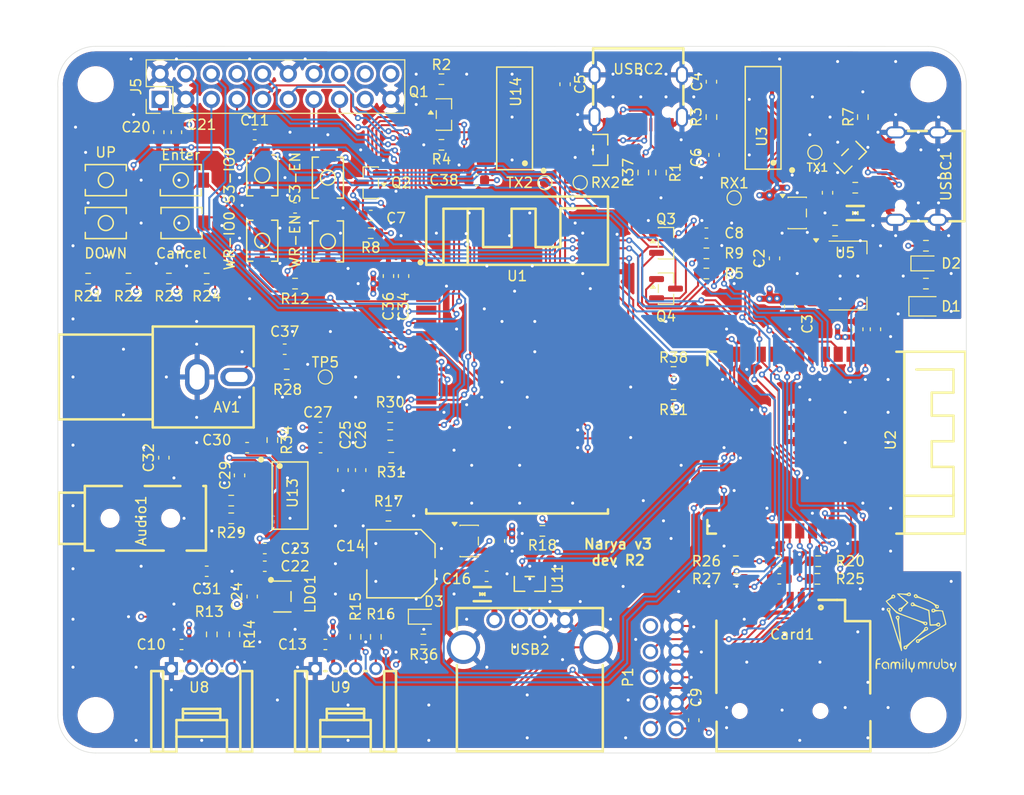
<source format=kicad_pcb>
(kicad_pcb (version 20241229) (generator "pcbnew") (generator_version "9.0")
  (layers (0 "F.Cu" signal) (4 "In1.Cu" signal) (6 "In2.Cu" signal) (2 "B.Cu" power) (13 "F.Paste" user) (15 "B.Paste" user) (5 "F.SilkS" user "F.Silkscreen") (7 "B.SilkS" user "B.Silkscreen") (1 "F.Mask" user) (3 "B.Mask" user) (25 "Edge.Cuts" user))
  (net 0 "")
  (net 1 "Net-(Audio1-Pad2)")
  (net 2 "Net-(Audio1-Pad3)")
  (net 3 "GND")
  (net 4 "Net-(AV1-Pad2)")
  (net 5 "VBUS")
  (net 6 "VSYS")
  (net 7 "+3V3")
  (net 8 "Net-(U3-V3)")
  (net 9 "Net-(U14-V3)")
  (net 10 "/WR-EN")
  (net 11 "/S3-EN")
  (net 12 "/S3-IO0")
  (net 13 "/WR-IO0")
  (net 14 "Net-(U10-OUT)")
  (net 15 "Net-(LDO1-VOUT)")
  (net 16 "Net-(U13-LDOO)")
  (net 17 "Net-(U13-CAPM)")
  (net 18 "Net-(U13-CAPP)")
  (net 19 "Net-(U13-VNEG)")
  (net 20 "Net-(U13-CPGND)")
  (net 21 "/S3-SD-CD")
  (net 22 "/S3-SPI3-MISO")
  (net 23 "/S3-SPI3-CS0")
  (net 25 "/S3-SPI3-MOSI")
  (net 27 "Net-(Card1-CLX)")
  (net 28 "Net-(D1-A)")
  (net 29 "Net-(D2-A)")
  (net 30 "Net-(D3-A)")
  (net 32 "/WR-IO34")
  (net 34 "/WR-IO15")
  (net 35 "/WR-IO13")
  (net 36 "/WR-IO5")
  (net 37 "/WR-IO39")
  (net 38 "/WR-IO14")
  (net 39 "/WR-IO4")
  (net 40 "/WR-IO12")
  (net 41 "/WR-IO26")
  (net 43 "/WR-IO36")
  (net 44 "/WR-IO35")
  (net 47 "/S3-MTDI")
  (net 48 "/S3-MTCK")
  (net 49 "/S3-MTDO")
  (net 50 "/S3-MTMS")
  (net 51 "Net-(Q1-G)")
  (net 52 "/RTS2")
  (net 53 "/DTR2")
  (net 54 "Net-(Q2-G)")
  (net 55 "/RTS1")
  (net 56 "Net-(Q3-G)")
  (net 57 "Net-(Q4-G)")
  (net 58 "/DTR1")
  (net 59 "/CC1-2")
  (net 60 "/CC1-1")
  (net 61 "/CC2-1")
  (net 62 "Net-(U4-~{FLT})")
  (net 63 "/SPI-CS0")
  (net 64 "/S3-ResetSub")
  (net 65 "/S3-I2C1-SDA")
  (net 66 "/S3-I2C1-SCL")
  (net 67 "/S3-I2C2-SDA")
  (net 68 "/S3-I2C2-SCL")
  (net 69 "/S3-USB-PWSW")
  (net 70 "Net-(U10-~{FLT})")
  (net 71 "/S3-StatLED1")
  (net 72 "/S3-ButtonUp")
  (net 73 "/S3-ButtonDown")
  (net 74 "/S3-ButtonEnter")
  (net 75 "/S3-ButtonCancel")
  (net 76 "/S3-SPI3-SCLK")
  (net 77 "/WR-NTSC")
  (net 78 "Net-(U13-OUTR)")
  (net 79 "/WR-I2S-BLK")
  (net 80 "Net-(U13-BCK)")
  (net 81 "/WR-I2S-DOUT")
  (net 82 "Net-(U13-DIN)")
  (net 83 "Net-(U13-LRCK)")
  (net 84 "/WR-I2S-WS")
  (net 85 "Net-(U13-OUTL)")
  (net 86 "Net-(U13-XSMT)")
  (net 87 "/CC2-2")
  (net 88 "/SPI-SYNC")
  (net 89 "/TX1")
  (net 90 "/TX2")
  (net 91 "/RX1")
  (net 92 "/RX2")
  (net 98 "/SPI-MOSI")
  (net 99 "/SPI-SCLK")
  (net 102 "/SPI-MISO")
  (net 106 "/S3-USB-D+")
  (net 110 "/S3-USB-D-")
  (net 115 "/D+1")
  (net 117 "/D-1")
  (net 127 "/D+2")
  (net 129 "/D-2")
  (footprint "Resistor_SMD:R_0603_1608Metric" (layer "F.Cu") (at 100.325 241)
    (property "Reference" "R20")
    (property "Value" "10K")
  )
  (footprint "TestPoint:TestPoint_Pad_D1.0mm" (layer "F.Cu") (at 73.25 203.5)
    (property "Reference" "TX2")
    (property "Value" "TestPoint")
  )
  (footprint "easyeda2kicad:KEY-SMD_L3.9-W3.0-LS5.0" (layer "F.Cu") (at 51.75 203 90)
    (property "Reference" "S3-EN")
    (property "Value" "TS342A2P")
  )
  (footprint "Resistor_SMD:R_0603_1608Metric" (layer "F.Cu") (at 46.25 229 -90)
    (property "Reference" "R34")
    (property "Value" "10K")
  )
  (footprint "Capacitor_SMD:C_0603_1608Metric" (layer "F.Cu") (at 68.75 239 90)
    (property "Reference" "C15" (hide yes))
    (property "Value" "0.1uF")
  )
  (footprint "LED_SMD:LED_0603_1608Metric" (layer "F.Cu") (at 111 211.5)
    (property "Reference" "D2")
    (property "Value" "LED RED")
  )
  (footprint "Capacitor_SMD:C_0603_1608Metric" (layer "F.Cu") (at 89.75 193.5 90)
    (property "Reference" "C4")
    (property "Value" "0.1uF")
  )
  (footprint "easyeda2kicad:AUDIO-SMD_PJ-327C-4A" (layer "F.Cu") (at 34 236.75 90)
    (property "Reference" "Audio1")
    (property "Value" "PJ-327C-4A")
  )
  (footprint "MountingHole:MountingHole_3.2mm_M3" (layer "F.Cu") (at 111.25 256.25)
    (property "Reference" "REF**" (hide yes))
    (property "Value" "MountingHole_3.2mm_M3")
  )
  (footprint "Resistor_SMD:R_0603_1608Metric" (layer "F.Cu") (at 42.5 248.25 90)
    (property "Reference" "R14")
    (property "Value" "10K")
  )
  (footprint "easyeda2kicad:CONN-TH_AV-5" (layer "F.Cu") (at 40.75 222.75 -90)
    (property "Reference" "AV1")
    (property "Value" "AV-5")
  )
  (footprint "Capacitor_SMD:C_0603_1608Metric" (layer "F.Cu") (at 45.5 241.5)
    (property "Reference" "C22")
    (property "Value" "10uF")
  )
  (footprint "Package_TO_SOT_SMD:SOT-23" (layer "F.Cu") (at 63.25 196.75)
    (property "Reference" "Q1")
    (property "Value" "BSS138")
  )
  (footprint "Resistor_SMD:R_0603_1608Metric" (layer "F.Cu") (at 92.175 241)
    (property "Reference" "R26")
    (property "Value" "10K")
  )
  (footprint "Capacitor_SMD:C_0603_1608Metric" (layer "F.Cu") (at 43.75 229.75)
    (property "Reference" "C30")
    (property "Value" "2.2uF")
  )
  (footprint "Resistor_SMD:R_0603_1608Metric" (layer "F.Cu") (at 42.175 236.75 180)
    (property "Reference" "R29")
    (property "Value" "470")
  )
  (footprint "Capacitor_SMD:C_0603_1608Metric" (layer "F.Cu") (at 88 256.75 90)
    (property "Reference" "C9")
    (property "Value" "0.1uF")
  )
  (footprint "Resistor_SMD:R_0603_1608Metric" (layer "F.Cu") (at 100.25 242.75)
    (property "Reference" "R25")
    (property "Value" "10K")
  )
  (footprint "Resistor_SMD:R_0603_1608Metric" (layer "F.Cu") (at 39.75 213)
    (property "Reference" "R24")
    (property "Value" "10K")
  )
  (footprint "easyeda2kicad:KEY-SMD_L3.9-W3.0-LS5.0" (layer "F.Cu") (at 45.25 202.77 90)
    (property "Reference" "S3-IO0")
    (property "Value" "TS342A2P")
  )
  (footprint "Capacitor_SMD:C_0603_1608Metric" (layer "F.Cu") (at 57.75 212.75 90)
    (property "Reference" "C36")
    (property "Value" "22uF")
  )
  (footprint "easyeda2kicad:SOD-323_L1.7-W1.3-LS2.5-BI" (layer "F.Cu") (at 104 206.5 180)
    (property "Reference" "U7" (hide yes))
    (property "Value" "PESD5V0S1BA_C5261083")
  )
  (footprint "easyeda2kicad:SOT-23-5_L3.0-W1.7-P0.95-LS2.8-BL" (layer "F.Cu") (at 47.25 244.5 -90)
    (property "Reference" "LDO1")
    (property "Value" "ME6211C33M5G-N")
  )
  (footprint "easyeda2kicad:TSSOP-20_L6.5-W4.4-P0.65-LS6.4-BL" (layer "F.Cu") (at 48 234.5 -90)
    (property "Reference" "U13")
    (property "Value" "PCM5102APWR")
  )
  (footprint "easyeda2kicad:SOD-323_L1.7-W1.3-LS2.5-BI" (layer "F.Cu") (at 67.05 244.25 180)
    (property "Reference" "U12" (hide yes))
    (property "Value" "PESD5V0S1BA_C5261083")
  )
  (footprint "Capacitor_SMD:C_0603_1608Metric" (layer "F.Cu") (at 75.25 193.75 90)
    (property "Reference" "C5")
    (property "Value" "0.1uF")
  )
  (footprint "Resistor_SMD:R_0603_1608Metric" (layer "F.Cu") (at 48.5 213.5)
    (property "Reference" "R12")
    (property "Value" "100")
  )
  (footprint "Capacitor_SMD:C_0603_1608Metric" (layer "F.Cu") (at 51.025 229.75 180)
    (property "Reference" "C28" (hide yes))
    (property "Value" "0.1uF")
  )
  (footprint "Resistor_SMD:R_0603_1608Metric" (layer "F.Cu") (at 111 209.75)
    (property "Reference" "R35" (hide yes))
    (property "Value" "2K")
  )
  (footprint "Resistor_SMD:R_0603_1608Metric" (layer "F.Cu") (at 36 213)
    (property "Reference" "R23")
    (property "Value" "10K")
  )
  (footprint "Resistor_SMD:R_0603_1608Metric" (layer "F.Cu") (at 28 213)
    (property "Reference" "R21")
    (property "Value" "10K")
  )
  (footprint "Resistor_SMD:R_0603_1608Metric" (layer "F.Cu") (at 56 208.5 180)
    (property "Reference" "R8")
    (property "Value" "10K")
  )
  (footprint "Resistor_SMD:R_0603_1608Metric" (layer "F.Cu") (at 63 199.75 180)
    (property "Reference" "R4")
    (property "Value" "10K")
  )
  (footprint "Capacitor_SMD:C_0603_1608Metric" (layer "F.Cu") (at 36.75 198.5 -90)
    (property "Reference" "C21")
    (property "Value" "10uF")
  )
  (footprint "Capacitor_SMD:C_0603_1608Metric" (layer "F.Cu") (at 44.25 244.5 90)
    (property "Reference" "C24")
    (property "Value" "0.1uF")
  )
  (footprint "Resistor_SMD:R_0603_1608Metric" (layer "F.Cu") (at 57.75 236.5)
    (property "Reference" "R17")
    (property "Value" "10K")
  )
  (footprint "Resistor_SMD:R_0603_1608Metric" (layer "F.Cu") (at 86 222.25)
    (property "Reference" "R38")
    (property "Value" "10K")
  )
  (footprint "Capacitor_SMD:C_0603_1608Metric" (layer "F.Cu") (at 96.475 242.75)
    (property "Reference" "C18" (hide yes))
    (property "Value" "0.1uF")
  )
  (footprint "easyeda2kicad:CONN-TH_4P-P2.00_ZX-HY2.0-4PWZ" (layer "F.Cu") (at 53.5 251.6375)
    (property "Reference" "U9")
    (property "Value" "ZX-HY2.0-4PWZ")
  )
  (footprint "TestPoint:TestPoint_Pad_D1.0mm" (layer "F.Cu") (at 100 200.5)
    (property "Reference" "TX1")
    (property "Value" "TestPoint")
  )
  (footprint "TestPoint:TestPoint_Pad_D1.0mm" (layer "F.Cu") (at 92 205)
    (property "Reference" "RX1")
    (property "Value" "TestPoint")
  )
  (footprint "Package_TO_SOT_SMD:SOT-23" (layer "F.Cu") (at 85.25 214)
    (property "Reference" "Q4")
    (property "Value" "BSS138")
  )
  (footprint "easyeda2kicad:SOT-23-3_L2.9-W1.3-P1.90-LS2.4-BR" (layer "F.Cu") (at 103.5 201 135)
    (property "Reference" "U6" (hide yes))
    (property "Value" "PESD5V0U2BT")
  )
  (footprint "Capacitor_SMD:C_0603_1608Metric" (layer "F.Cu") (at 66.5 203.25)
    (property "Reference" "C38")
    (property "Value" "0.1uF")
  )
  (footprint "Resistor_SMD:R_0603_1608Metric" (layer "F.Cu") (at 61.2125 248.75)
    (property "Reference" "R36")
    (property "Value" "2K")
  )
  (footprint "Capacitor_SMD:C_0603_1608Metric" (layer "F.Cu") (at 96 211 -90)
    (property "Reference" "C2")
    (property "Value" "10uF")
  )
  (footprint "easyeda2kicad:KEY-SMD_L3.9-W3.0-LS5.0" (layer "F.Cu") (at 45.25 209.25 90)
    (property "Reference" "WR-IO0")
    (property "Value" "TS342A2P")
  )
  (footprint "easyeda2kicad:KEY-SMD_L3.9-W3.0-LS5.0" (layer "F.Cu") (at 37.18 203.25)
    (property "Reference" "Enter")
    (property "Value" "TS342A2P")
  )
  (footprint "Capacitor_SMD:C_0603_1608Metric" (layer "F.Cu") (at 39.75 242)
    (property "Reference" "C31")
    (property "Value" "2.2nF")
  )
  (footprint "Capacitor_SMD:C_0603_1608Metric" (layer "F.Cu") (at 56 206.75)
    (property "Reference" "C7")
    (property "Value" "0.1uF")
  )
  (footprint "easyeda2kicad:USB-C_SMD-TYPE-C-31-M-12_1_Small" (layer "F.Cu") (at 82.5 195.2875 180)
    (property "Reference" "USBC2")
    (property "Value" "TYPE-C-31-M-12")
  )
  (footprint "Capacitor_SMD:C_0603_1608Metric" (layer "F.Cu") (at 37.25 249.25)
    (property "Reference" "C10")
    (property "Value" "0.1uF")
  )
  (footprint "TestPoint:TestPoint_Pad_D1.0mm" (layer "F.Cu") (at 76.75 203.5)
    (property "Reference" "RX2")
    (property "Value" "TestPoint")
  )
  (footprint "MountingHole:MountingHole_3.2mm_M3" (layer "F.Cu") (at 28.75 193.75)
    (property "Reference" "REF**" (hide yes))
    (property "Value" "MountingHole_3.2mm_M3")
  )
  (footprint "Resistor_SMD:R_0603_1608Metric" (layer "F.Cu") (at 104 204 180)
    (property "Reference" "R6" (hide yes))
    (property "Value" "5.1K")
  )
  (footprint "Package_TO_SOT_SMD:SOT-23-5" (layer "F.Cu") (at 98.25 206.5)
    (property "Reference" "U4" (hide yes))
    (property "Value" "TPS2065CDBV")
  )
  (footprint "Resistor_SMD:R_0603_1608Metric" (layer "F.Cu") (at 89.25 210.5)
    (property "Reference" "R9")
    (property "Value" "10K")
  )
  (footprint "Capacitor_SMD:C_0603_1608Metric" (layer "F.Cu") (at 47.475 220)
    (property "Reference" "C37")
    (property "Value" "DNP")
  )
  (footprint "Capacitor_SMD:C_0603_1608Metric" (layer "F.Cu") (at 51.5 249.25)
    (property "Reference" "C13")
    (property "Value" "0.1uF")
  )
  (footprint "easyeda2kicad:SOT-23-3_L2.9-W1.3-P1.90-LS2.4-BR" (layer "F.Cu") (at 71.75 243.25 90)
    (property "Reference" "U11")
    (property "Value" "PESD5V0U2BT")
  )
  (footprint "Resistor_SMD:R_0603_1608Metric" (layer "F.Cu") (at 58.025 230.75 180)
    (property "Reference" "R31")
    (property "Value" "22")
  )
  (footprint "LED_SMD:LED_0805_2012Metric" (layer "F.Cu") (at 111 215.75)
    (property "Reference" "D1")
    (property "Value" "LED GREEN")
  )
  (footprint "Resistor_SMD:R_0603_1608Metric" (layer "F.Cu") (at 73 238 180)
    (property "Reference" "R18")
    (property "Value" "10K")
  )
  (footprint "TestPoint:TestPoint_Pad_D1.0mm" (layer "F.Cu") (at 51.5 222.75)
    (property "Reference" "TP5")
    (property "Value" "TestPoint")
  )
  (footprint "easyeda2kicad:USB-C_SMD-TYPE-C-31-M-12_1_Small" (layer "F.Cu") (at 109.7125 202.85 90)
    (property "Reference" "USBC1")
    (property "Value" "TYPE-C-31-M-12")
  )
  (footprint "Capacitor_SMD:C_0603_1608Metric" (layer "F.Cu") (at 67.475 242.5 180)
    (property "Reference" "C16")
    (property "Value" "0.1uF")
  )
  (footprint "Resistor_SMD:R_0603_1608Metric" (layer "F.Cu") (at 47.675 222.5)
    (property "Reference" "R28")
    (property "Value" "22")
  )
  (footprint "Capacitor_SMD:C_0603_1608Metric" (layer "F.Cu") (at 59.25 212.75 90)
    (property "Reference" "C34")
    (property "Value" "0.1uF")
  )
  (footprint "Resistor_SMD:R_0603_1608Metric" (layer "F.Cu") (at 89.75 197 -90)
    (property "Reference" "R3")
    (property "Value" "10K")
  )
  (footprint "Resistor_SMD:R_0603_1608Metric" (layer "F.Cu") (at 92.175 242.75)
    (property "Reference" "R27")
    (property "Value" "22")
  )
  (footprint "Capacitor_SMD:C_0603_1608Metric" (layer "F.Cu") (at 48.5 206)
    (property "Reference" "C12" (hide yes))
    (property "Value" "DNP")
  )
  (footprint "Capacitor_SMD:C_0603_1608Metric" (layer "F.Cu") (at 45.5 239.75)
    (property "Reference" "C23")
    (property "Value" "0.1uF")
  )
  (footprint "Resistor_SMD:R_0603_1608Metric" (layer "F.Cu") (at 104.75 197 90)
    (property "Reference" "R7")
    (property "Value" "5.1K")
  )
  (footprint "Resistor_SMD:R_0603_1608Metric" (layer "F.Cu") (at 40.25 248.25 90)
    (property "Reference" "R13")
    (property "Value" "10K")
  )
  (footprint "easyeda2kicad:KEY-SMD_L3.9-W3.0-LS5.0" (layer "F.Cu") (at 37.25 207.5)
    (property "Reference" "Cancel")
    (property "Value" "TS342A2P")
  )
  (footprint "easyeda2kicad:SOP-16_L10.0-W3.9-P1.27-LS6.0-BL" (layer "F.Cu") (at 70.25 197.13 90)
    (property "Reference" "U14")
    (property "Value" "CH340C")
  )
  (footprint "Resistor_SMD:R_0603_1608Metric" (layer "F.Cu") (at 89.25 212.5)
    (property "Reference" "R5")
    (property "Value" "10K")
  )
  (footprint "Capacitor_SMD:C_0603_1608Metric" (layer "F.Cu") (at 35 198.5 -90)
    (property "Reference" "C20")
    (property "Value" "0.1uF")
  )
  (footprint "easyeda2kicad:SOP-16_L10.0-W3.9-P1.27-LS6.0-BL" (layer "F.Cu") (at 94.87 197.08 90)
    (property "Reference" "U3")
    (property "Value" "CH340C")
  )
  (footprint "easyeda2kicad:WIRELM-SMD_ESP32-S3-WROOM-1" (layer "F.Cu") (at 98.5 229.25 -90)
    (property "Reference" "U2")
    (property "Value" "ESP32-S3-WROOM-1(N16R8)")
  )
  (footprint "LED_SMD:LED_0603_1608Metric" (layer "F.Cu") (at 61.2125 246.5)
    (property "Reference" "D3")
    (property "Value" "LED RED")
  )
  (footprint "easyeda2kicad:CONN-TH_4P-P2.00_ZX-HY2.0-4PWZ" (layer "F.Cu") (at 39.25 251.6375)
    (property "Reference" "U8")
    (property "Value" "ZX-HY2.0-4PWZ")
  )
  (footprint "Capacitor_SMD:C_0603_1608Metric" (layer "F.Cu") (at 101.25 204.5 90)
    (property "Reference" "C1" (hide yes))
    (property "Value" "0.1uF")
  )
  (footprint "Capacitor_SMD:C_0603_1608Metric" (layer "F.Cu") (at 43 232.5 90)
    (property "Reference" "C29")
    (property "Value" "2.2uF")
  )
  (footprint "Resistor_SMD:R_0603_1608Metric" (layer "F.Cu") (at 83 202.5 -90)
    (property "Reference" "R37")
    (property "Value" "5.1K")
  )
  (footprint "LogoLibrary:logo_sym.kicad2_mod" (layer "F.Cu") (at 110 248)
    (property "Reference" "G***" (hide yes))
    (property "Value" "LOGO" (hide yes))
  )
  (footprint "easyeda2kicad:WIFI-SMD_ESP32-WROVER-IE8MB" (layer "F.Cu") (at 70.5 223.75)
    (property "Reference" "U1")
    (property "Value" "ESP32-WROVER-IE(16MB)")
  )
  (footprint "Package_TO_SOT_SMD:SOT-23" (layer "F.Cu") (at 85.25 209.5)
    (property "Reference" "Q3")
    (property "Value" "BSS138")
  )
  (footprint "Resistor_SMD:R_0603_1608Metric" (layer "F.Cu") (at 86 224.5)
    (property "Reference" "R11")
    (property "Value" "10K")
  )
  (footprint "Resistor_SMD:R_0603_1608Metric" (layer "F.Cu") (at 54.5 248.5 90)
    (property "Reference" "R15")
    (property "Value" "10K")
  )
  (footprint "Resistor_SMD:R_0603_1608Metric" (layer "F.Cu") (at 57.925 228.5 180)
    (property "Reference" "R32" (hide yes))
    (property "Value" "22")
  )
  (footprint "Capacitor_SMD:C_0603_1608Metric" (layer "F.Cu") (at 53.25 231.975 90)
    (property "Reference" "C25")
    (property "Value" "0.1uF")
  )
  (footprint "easyeda2kicad:CAP-SMD_BD6.3-L6.6-W6.6-LS7.2-R-RD" (layer "F.Cu") (at 59 241.25)
    (property "Reference" "C14")
    (property "Value" "120uF")
  )
  (footprint "Capacitor_SMD:C_0603_1608Metric" (layer "F.Cu") (at 89.25 208.5)
    (property "Reference" "C8")
    (property "Value" "0.1uF")
  )
  (footprint "Resistor_SMD:R_0603_1608Metric" (layer "F.Cu") (at 42.175 235 180)
    (property "Reference" "R33" (hide yes))
    (property "Value" "470")
  )
  (footprint "Resistor_SMD:R_0603_1608Metric" (layer "F.Cu") (at 32 213)
    (property "Reference" "R22")
    (property "Value" "10K")
  )
  (footprint "Capacitor_SMD:C_0603_1608Metric" (layer "F.Cu") (at 104.25 218.025 90)
    (property "Reference" "C35" (hide yes))
    (property "Value" "22uF")
  )
  (footprint "Resistor_SMD:R_0603_1608Metric" (layer "F.Cu") (at 56.5 248.5 90)
    (property "Reference" "R16")
    (property "Value" "10K")
  )
  (footprint "Resistor_SMD:R_0603_1608Metric" (layer "F.Cu") (at 63 193.25)
    (property "Reference" "R2")
    (property "Value" "10K")
  )
  (footprint "easyeda2kicad:SOT-23-3_L2.9-W1.3-P1.90-LS2.4-BR" (layer "F.Cu") (at 78.75 200.25 180)
    (property "Reference" "U16" (hide yes))
    (property "Value" "PESD5V0U2BT")
  )
  (footprint "easyeda2kicad:KEY-SMD_L3.9-W3.0-LS5.0" (layer "F.Cu") (at 29.75 203.25)
    (property "Reference" "UP")
    (property "Value" "TS342A2P")
  )
  (footprint "easyeda2kicad:TF-SMD_TF-PUSH" (layer "F.Cu") (at 97.5 250.1375)
    (property "Reference" "Card1")
    (property "Value" "TF PUSH")
  )
  (footprint "easyeda2kicad:KEY-SMD_L3.9-W3.0-LS5.0" (layer "F.Cu") (at 29.75 207.5)
    (property "Reference" "DOWN")
    (property "Value" "TS342A2P")
  )
  (footprint "Capacitor_SMD:C_0603_1608Metric" (layer "F.Cu") (at 90 200.75 -90)
    (property "Reference" "C6")
    (property "Value" "0.1uF")
  )
  (footprint "Capacitor_SMD:C_0603_1608Metric" (layer "F.Cu") (at 96.475 241)
    (property "Reference" "C19" (hide yes))
    (property "Value" "10uF")
  )
  (footprint "Resistor_SMD:R_0603_1608Metric" (layer "F.Cu") (at 84.75 202.5 -90)
    (property "Reference" "R1")
    (property "Value" "5.1K")
  )
  (footprint "MountingHole:MountingHole_3.2mm_M3" (layer "F.Cu") (at 111.25 193.75)
    (property "Reference" "REF**" (hide yes))
    (property "Value" "MountingHole_3.2mm_M3")
  )
  (footprint "Package_TO_SOT_SMD:SOT-23" (layer "F.Cu") (at 56 203.5 180)
    (property "Reference" "Q2")
    (property "Value" "BSS138")
  )
  (footprint "Resistor_SMD:R_0603_1608Metric" (layer "F.Cu") (at 102 208.25)
    (property "Reference" "R10" (hide yes))
    (property "Value" "10K")
  )
  (footprint "Capacitor_SMD:C_0603_1608Metric" (layer "F.Cu") (at 55 231.975 90)
    (property "Reference" "C26")
    (property "Value" "10uF")
  )
  (footprint "Capacitor_SMD:C_0603_1608Metric" (layer "F.Cu") (at 44.5 198.75)
    (property "Reference" "C11")
    (property "Value" "0.1uF")
  )
  (footprint "easyeda2kicad:IDC-TH_10P-P2.54_C5665" (layer "F.Cu") (at 84.98 252.5 90)
    (property "Reference" "P1")
    (property "Value" "HDR-IDC-2.54-2X5P")
  )
  (footprint "MountingHole:MountingHole_3.2mm_M3" (layer "F.Cu") (at 28.75 256.25)
    (property "Reference" "REF**" (hide yes))
    (property "Value" "MountingHole_3.2mm_M3")
  )
  (footprint "Resistor_SMD:R_0603_1608Metric" (layer "F.Cu") (at 57.925 226.75 180)
    (property "Reference" "R30")
    (property "Value" "22")
  )
  (footprint "Resistor_SMD:R_0603_1608Metric" (layer "F.Cu") (at 111 213.5 180)
    (property "Reference" "R19" (hide yes))
    (property "Value" "2K")
  )
  (footprint "easyeda2kicad:USB-A-TH_USB-231-ARY" (layer "F.Cu") (at 71.75 248.18)
    (property "Reference" "USB2")
    (property "Value" "USB-231-ARY")
  )
  (footprint "Package_TO_SOT_SMD:SOT-223-3_TabPin2" (layer "F.Cu") (at 103.25 212.7)
    (property "Reference" "U5")
    (property "Value" "AP7361C-33E")
  )
  (footprint "Capacitor_SMD:C_0603_1608Metric" (layer "F.Cu") (at 51.025 227.75 180)
    (property "Reference" "C27")
    (property "Value" "10uF")
  )
  (footprint "Capacitor_SMD:C_0603_1608Metric" (layer "F.Cu") (at 35.5 230.75 90)
    (property "Reference" "C32")
    (property "Value" "2.2nF")
  )
  (footprint "easyeda2kicad:KEY-SMD_L3.9-W3.0-LS5.0" (layer "F.Cu") (at 51.75 209.32 90)
    (property "Reference" "WR-EN")
    (property "Value" "TS342A2P")
  )
  (footprint "Connector_PinHeader_2.54mm:PinHeader_2x10_P2.54mm_Vertical" (layer "F.Cu") (at 35.13 195.25 90)
    (property "Reference" "J5")
    (property "Value" "Conn_02x10_Odd_Even")
  )
  (footprint "Package_TO_SOT_SMD:SOT-23-5" (layer "F.Cu") (at 65.75 239)
    (property "Reference" "U10" (hide yes))
    (property "Value" "TPS2065CDBV")
  )
  (footprint "Capacitor_SMD:C_0603_1608Metric" (layer "F.Cu") (at 106 218.025 90)
    (property "Reference" "C33" (hide yes))
    (property "Value" "0.1uF")
  )
  (footprint "Capacitor_SMD:C_0603_1608Metric" (layer "F.Cu") (at 97.5 215.75 -90)
    (property "Reference" "C3")
    (property "Value" "10uF")
  )
  (gr_line (start 111.25 260) (end 28.75 260) (stroke (width 0.05)) (layer "Edge.Cuts"))
  (gr_line (start 25 256.25) (end 25 194) (stroke (width 0.05)) (layer "Edge.Cuts"))
  (gr_arc (start 25 194) (mid 26.005498 191.182373) (end 28.75 189.991676) (stroke (width 0.05)) (layer "Edge.Cuts"))
  (gr_line (start 28.75 189.991676) (end 111.25 190) (stroke (width 0.05)) (layer "Edge.Cuts"))
  (gr_arc (start 111.25 190) (mid 113.90165 191.09835) (end 115 193.75) (stroke (width 0.05)) (layer "Edge.Cuts"))
  (gr_arc (start 28.75 260) (mid 26.09835 258.90165) (end 25 256.25) (stroke (width 0.05)) (layer "Edge.Cuts"))
  (gr_line (start 115 193.75) (end 115 256.25) (stroke (width 0.05)) (layer "Edge.Cuts"))
  (gr_arc (start 115 256.25) (mid 113.90165 258.90165) (end 111.25 260) (stroke (width 0.05)) (layer "Edge.Cuts"))
  (gr_text "Narya v3\n dev R2" (at 77 241.5 0) (layer "F.SilkS") (effects (font (size 1 1) (thickness 0.2) (bold yes)) (justify left bottom)))
  (segment (start 38.975 242) (end 38.47 242) (width 0.2) (layer "F.Cu") (net 1))
  (segment (start 38.975 237.375) (end 41.35 235) (width 0.2) (layer "F.Cu") (net 1))
  (segment (start 38.975 242) (end 38.975 237.375) (width 0.2) (layer "F.Cu") (net 1))
  (segment (start 38.27 238.5) (end 38.27 233.35) (width 0.2) (layer "F.Cu") (net 1))
  (segment (start 38.47 242) (end 36.62 240.15) (width 0.2) (layer "F.Cu") (net 1))
  (segment (start 36.62 240.15) (end 38.27 238.5) (width 0.2) (layer "F.Cu") (net 1))
  (segment (start 41.763064 234.224) (end 40.974 234.224) (width 0.2) (layer "F.Cu") (net 2))
  (segment (start 35.475 231.525) (end 33.65 233.35) (width 0.2) (layer "F.Cu") (net 2))
  (segment (start 39.525 231.525) (end 35.5 231.525) (width 0.2) (layer "F.Cu") (net 2))
  (segment (start 35.5 231.525) (end 35.475 231.525) (width 0.2) (layer "F.Cu") (net 2))
  (segment (start 33.65 233.35) (end 32.48 233.35) (width 0.2) (layer "F.Cu") (net 2))
  (segment (start 42.051 234.511936) (end 41.763064 234.224) (width 0.2) (layer "F.Cu") (net 2))
  (segment (start 39.75 233) (end 39.75 231.75) (width 0.2) (layer "F.Cu") (net 2))
  (segment (start 41.35 236.75) (end 42.051 236.049) (width 0.2) (layer "F.Cu") (net 2))
  (segment (start 40.974 234.224) (end 39.75 233) (width 0.2) (layer "F.Cu") (net 2))
  (segment (start 39.75 231.75) (end 39.525 231.525) (width 0.2) (layer "F.Cu") (net 2))
  (segment (start 42.051 236.049) (end 42.051 234.511936) (width 0.2) (layer "F.Cu") (net 2))
  (segment (start 79.3 197.7575) (end 78.5575 198.5) (width 0.2) (layer "F.Cu") (net 3))
  (segment (start 97.75 206.5) (end 98.25 206) (width 0.2) (layer "F.Cu") (net 3))
  (segment (start 107.2425 206.05) (end 106.45 206.05) (width 0.4) (layer "F.Cu") (net 3))
  (segment (start 98.424 207.790968) (end 99.059032 208.426) (width 0.2) (layer "F.Cu") (net 3))
  (segment (start 92.741 194.491) (end 93.5 195.25) (width 0.2) (layer "F.Cu") (net 3))
  (segment (start 102.261066 199.761066) (end 102.261066 199.488934) (width 0.2) (layer "F.Cu") (net 3))
  (segment (start 78.17 196.9975) (end 78.54 196.9975) (width 0.2) (layer "F.Cu") (net 3))
  (segment (start 86.71 255.04) (end 87.5 254.25) (width 0.2) (layer "F.Cu") (net 3))
  (segment (start 106.4 212.7) (end 106.4 209.85) (width 0.2) (layer "F.Cu") (net 3))
  (segment (start 75.25 246.83) (end 73.58 248.5) (width 0.2) (layer "F.Cu") (net 3))
  (segment (start 97.1125 206.5) (end 97.75 206.5) (width 0.2) (layer "F.Cu") (net 3))
  (segment (start 65.725 203.25) (end 65.725 202.725) (width 0.2) (layer "F.Cu") (net 3))
  (segment (start 90.025 208.5) (end 90.025 209.275) (width 0.2) (layer "F.Cu") (net 3))
  (segment (start 97.1125 206.5) (end 97.774999 206.5) (width 0.2) (layer "F.Cu") (net 3))
  (segment (start 96 207.75) (end 96.75 208.5) (width 0.2) (layer "F.Cu") (net 3))
  (segment (start 108.0025 196.7525) (end 108 196.75) (width 0.2) (layer "F.Cu") (net 3))
  (segment (start 89.025 199.975) (end 88.5 200.5) (width 0.2) (layer "F.Cu") (net 3))
  (segment (start 102.45 212.7) (end 102.5 212.75) (width 0.2) (layer "F.Cu") (net 3))
  (segment (start 97.800003 241) (end 98.475737 240.324266) (width 0.2) (layer "F.Cu") (net 3))
  (segment (start 112.1825 197.0675) (end 112.25 197) (width 0.2) (layer "F.Cu") (net 3))
  (segment (start 64.6125 239) (end 63.75 239) (width 0.2) (layer "F.Cu") (net 3))
  (segment (start 79.75 200.25) (end 78 200.25) (width 0.2) (layer "F.Cu") (net 3))
  (segment (start 90 199.975) (end 89.025 199.975) (width 0.2) (layer "F.Cu") (net 3))
  (segment (start 103.175 204) (end 103.175 203.425) (width 0.2) (layer "F.Cu") (net 3))
  (segment (start 94.25 245.5) (end 93 246.75) (width 0.2) (layer "F.Cu") (net 3))
  (segment (start 99.059032 208.426) (end 99.25 208.426) (width 0.2) (layer "F.Cu") (net 3))
  (segment (start 76.7475 196.9975) (end 76.5 196.75) (width 0.2) (layer "F.Cu") (net 3))
  (segment (start 106.25 198.6575) (end 107.2425 199.65) (width 0.4) (layer "F.Cu") (net 3))
  (segment (start 102.8 206.5) (end 101 206.5) (width 0.2) (layer "F.Cu") (net 3))
  (segment (start 97.74 201.53) (end 97.74 202.74) (width 0.2) (layer "F.Cu") (net 3))
  (segment (start 98.424 207.149001) (end 98.424 207.790968) (width 0.2) (layer "F.Cu") (net 3))
  (segment (start 71 239) (end 71 238.25) (width 0.2) (layer "F.Cu") (net 3))
  (segment (start 85.7 198.2) (end 86.75 199.25) (width 0.4) (layer "F.Cu") (net 3))
  (segment (start 50.87 237.43) (end 50.87 236.78) (width 0.2) (layer "F.Cu") (net 3))
  (segment (start 78.54 196.9975) (end 79.3 197.7575) (width 0.2) (layer "F.Cu") (net 3))
  (segment (start 108.0025 207.18) (end 106.32 207.18) (width 0.2) (layer "F.Cu") (net 3))
  (segment (start 63.75 239) (end 63 239.75) (width 0.2) (layer "F.Cu") (net 3))
  (segment (start 76.22 249.53) (end 75 250.75) (width 0.2) (layer "F.Cu") (net 3))
  (segment (start 96.5 206.5) (end 96 207) (width 0.2) (layer "F.Cu") (net 3))
  (segment (start 89.75 255.4375) (end 88.9375 255.4375) (width 0.2) (layer "F.Cu") (net 3))
  (segment (start 106.32 206.18) (end 106.32 207.18) (width 0.4) (layer "F.Cu") (net 3))
  (segment (start 45.25 211.43) (end 45.25 209.84853) (width 0.2) (layer "F.Cu") (net 3))
  (segment (start 44.25 243.725) (end 42.525 243.725) (width 0.2) (layer "F.Cu") (net 3))
  (segment (start 77 198.5) (end 76.75 198.25) (width 0.2) (layer "F.Cu") (net 3))
  (segment (start 88.9375 255.4375) (end 88.54921 255.04921) (width 0.2) (layer "F.Cu") (net 3))
  (segment (start 84.75 203.325) (end 84.75 205) (width 0.2) (layer "F.Cu") (net 3))
  (segment (start 86.25 252.5) (end 87.75 252.5) (width 0.2) (layer "F.Cu") (net 3))
  (segment (start 97.74 202.74) (end 97.75 202.75) (width 0.2) (layer "F.Cu") (net 3))
  (segment (start 87.75 250) (end 87.71 249.96) (width 0.2) (layer "F.Cu") (net 3))
  (segment (start 56.45 242.95) (end 56.5 243) (width 0.2) (layer "F.Cu") (net 3))
  (segment (start 56.775 206.75) (end 57.25 206.75) (width 0.2) (layer "F.Cu") (net 3))
  (segment (start 69.775 239.775) (end 70 240) (width 0.2) (layer "F.Cu") (net 3))
  (segment (start 107.2425 206.42) (end 108.0025 207.18) (width 0.4) (layer "F.Cu") (net 3))
  (segment (start 87.92 247.42) (end 88 247.5) (width 0.2) (layer "F.Cu") (net 3))
  (segment (start 98.25 206) (end 98.25 204.5) (width 0.2) (layer "F.Cu") (net 3))
  (segment (start 51.75 211.5) (end 53.25 211.5) (width 0.2) (layer "F.Cu") (net 3))
  (segment (start 106.25 198.5) (end 106.25 198.6575) (width 0.2) (layer "F.Cu") (net 3))
  (segment (start 88.75 250) (end 87.75 250) (width 0.2) (layer "F.Cu") (net 3))
  (segment (start 60.425 246.5) (end 60.425 244.825) (width 0.2) (layer "F.Cu") (net 3))
  (segment (start 68.75 239.775) (end 69.775 239.775) (width 0.2) (layer "F.Cu") (net 3))
  (segment (start 104.207107 201.707107) (end 102.261066 199.761066) (width 0.2) (layer "F.Cu") (net 3))
  (segment (start 110.18 207.18) (end 110.25 207.25) (width 0.2) (layer "F.Cu") (net 3))
  (segment (start 79.5 212.32) (end 77.18 212.32) (width 0.2) (layer "F.Cu") (net 3))
  (segment (start 106.4 212.7) (end 108.7 212.7) (width 0.2) (layer "F.Cu") (net 3))
  (segment (start 107.2425 199.28) (end 108.0025 198.52) (width 0.4) (layer "F.Cu") (net 3))
  (segment (start 46.1 244.5) (end 45.025 244.5) (width 0.3) (layer "F.Cu") (net 3))
  (segment (start 85.7 197.7575) (end 85.7 198.2) (width 0.4) (layer "F.Cu") (net 3))
  (segment (start 96 207) (end 96 207.75) (width 0.2) (layer "F.Cu") (net 3))
  (segment (start 78.5575 198.5) (end 78.5 198.5) (width 0.2) (layer "F.Cu") (net 3))
  (segment (start 73.58 248.5) (end 73.25 248.5) (width 0.2) (layer "F.Cu") (net 3))
  (segment (start 112.1825 207.18) (end 112.1825 205.5675) (width 0.2) (layer "F.Cu") (net 3))
  (segment (start 101.25 203.5) (end 102.25 202.5) (width 0.2) (layer "F.Cu") (net 3))
  (segment (start 86.25 247.42) (end 87.92 247.42) (width 0.2) (layer "F.Cu") (net 3))
  (segment (start 85.7 197.7575) (end 86.07 197.7575) (width 0.4) (layer "F.Cu") (net 3))
  (segment (start 78.5 198.5) (end 77 198.5) (width 0.2) (layer "F.Cu") (net 3))
  (segment (start 89.75 194.275) (end 89.966 194.491) (width 0.2) (layer "F.Cu") (net 3))
  (segment (start 112.1825 198.52) (end 112.1825 197.0675) (width 0.2) (layer "F.Cu") (net 3))
  (segment (start 88 255.59842) (end 88.54921 255.04921) (width 0.2) (layer "F.Cu") (net 3))
  (segment (start 95.897167 239.647167) (end 97.25 241) (width 0.2) (layer "F.Cu") (net 3))
  (segment (start 61.919 229.581) (end 62.25 229.581) (width 0.2) (layer "F.Cu") (net 3))
  (segment (start 95.848 239.647167) (end 95.897167 239.647167) (width 0.2) (layer "F.Cu") (net 3))
  (segment (start 61.5 230) (end 61.919 229.581) (width 0.2) (layer "F.Cu") (net 3))
  (segment (start 108.0025 198.52) (end 110.23 198.52) (width 0.2) (layer "F.Cu") (net 3))
  (segment (start 100.1 212.7) (end 99.9 212.5) (width 0.2) (layer "F.Cu") (net 3))
  (segment (start 65.18 249.53) (end 67.149 251.499) (width 0.2) (layer "F.Cu") (net 3))
  (segment (start 52.43 237.43) (end 52.5 237.5) (width 0.2) (layer "F.Cu") (net 3))
  (segment (start 78.32 249.53) (end 76.22 249.53) (width 0.2) (layer "F.Cu") (net 3))
  (segment (start 53.25 211.5) (end 53.75 212) (width 0.2) (layer "F.Cu") (net 3))
  (segment (start 90.025 209.275) (end 90.25 209.5) (width 0.2) (layer "F.Cu") (net 3))
  (segment (start 79.9325 192.8175) (end 80 192.75) (width 0.2) (layer "F.Cu") (net 3))
  (segment (start 97.1125 206.5) (end 96.5 206.5) (width 0.2) (layer "F.Cu") (net 3))
  (segment (start 86.07 197.7575) (end 86.83 196.9975) (width 0.4) (layer "F.Cu") (net 3))
  (segment (start 97.25 241) (end 97.800003 241) (width 0.2) (layer "F.Cu") (net 3))
  (segment (start 107.2425 206.05) (end 107.2425 206.42) (width 0.4) (layer "F.Cu") (net 3))
  (segment (start 70 240) (end 71 239) (width 0.2) (layer "F.Cu") (net 3))
  (segment (start 48.25 220) (end 48.25 218.25) (width 0.2) (layer "F.Cu") (net 3))
  (segment (start 99.9 212.5) (end 98.25 212.5) (width 0.2) (layer "F.Cu") (net 3))
  (segment (start 106.4 209.85) (end 106.5 209.75) (width 0.2) (layer "F.Cu") (net 3))
  (segment (start 97.774999 206.5) (end 98.424 207.149001) (width 0.2) (layer "F.Cu") (net 3))
  (segment (start 78.17 192.8175) (end 79.9325 192.8175) (width 0.2) (layer "F.Cu") (net 3))
  (segment (start 78.17 196.9975) (end 76.7475 196.9975) (width 0.2) (layer "F.Cu") (net 3))
  (segment (start 107.2425 199.65) (end 107.2425 199.28) (width 0.4) (layer "F.Cu") (net 3))
  (segment (start 108.0025 207.18) (end 110.18 207.18) (width 0.2) (layer "F.Cu") (net 3))
  (segment (start 112.1825 207.6825) (end 113.25 208.75) (width 0.2) (layer "F.Cu") (net 3))
  (segment (start 50.87 237.43) (end 52.43 237.43) (width 0.2) (layer "F.Cu") (net 3))
  (segment (start 42.525 243.725) (end 42.5 243.75) (width 0.2) (layer "F.Cu") (net 3))
  (segment (start 71.75 244.25) (end 71.75 242.75) (width 0.2) (layer "F.Cu") (net 3))
  (segment (start 65.725 202.725) (end 64.75 201.75) (width 0.2) (layer "F.Cu") (net 3))
  (segment (start 45.025 244.5) (end 44.25 243.725) (width 0.3) (layer "F.Cu") (net 3))
  (segment (start 88 255.975) (end 88 255.59842) (width 0.2) (layer "F.Cu") (net 3))
  (segment (start 101.25 203.725) (end 101.25 203.5) (width 0.2) (layer "F.Cu") (net 3))
  (segment (start 89.966 194.491) (end 92.741 194.491) (width 0.2) (layer "F.Cu") (net 3))
  (segment (start 77.18 212.32) (end 77 212.5) (width 0.2) (layer "F.Cu") (net 3))
  (segment (start 61.5 230.1) (end 61.5 230) (width 0.2) (layer "F.Cu") (net 3))
  (segment (start 57.25 206.75) (end 58 207.5) (width 0.2) (layer "F.Cu") (net 3))
  (segment (start 86.25 255.04) (end 86.71 255.04) (width 0.2) (layer "F.Cu") (net 3))
  (segment (start 64.15 230.1) (end 64.25 230) (width 0.2) (layer "F.Cu") (net 3))
  (segment (start 106.32 207.18) (end 105.75 207.75) (width 0.2) (layer "F.Cu") (net 3))
  (segment (start 69 218.74) (end 69 217.25) (width 0.2) (layer "F.Cu") (net 3))
  (segment (start 106.4 212.7) (end 104.3 212.7) (width 0.2) (layer "F.Cu") (net 3))
  (segment (start 94.25 244.8375) (end 94.25 245.5) (width 0.2) (layer "F.Cu") (net 3))
  (segment (start 101.25 203.5) (end 100.25 202.5) (width 0.2) (layer "F.Cu") (net 3))
  (segment (start 56.45 241.25) (end 56.45 242.95) (width 0.2) (layer "F.Cu") (net 3))
  (segment (start 89.75 255.4375) (end 91.1875 255.4375) (width 0.2) (layer "F.Cu") (net 3))
  (segment (start 108.0025 198.52) (end 108.0025 196.7525) (width 0.2) (layer "F.Cu") (net 3))
  (segment (start 60.425 244.825) (end 60.5 244.75) (width 0.2) (layer "F.Cu") (net 3))
  (segment (start 45.25 209.84853) (end 45.200735 209.799265) (width 0.2) (layer "F.Cu") (net 3))
  (segment (start 100.1 212.7) (end 102.45 212.7) (width 0.2) (layer "F.Cu") (net 3))
  (segment (start 67.149 251.499) (end 67.5 251.499) (width 0.2) (layer "F.Cu") (net 3))
  (segment (start 90.545488 209.5) (end 90.773968 209.72848) (width 0.2) (layer "F.Cu") (net 3))
  (segment (start 91.1875 255.4375) (end 91.25 255.5) (width 0.2) (layer "F.Cu") (net 3))
  (segment (start 104.3 212.7) (end 104.25 212.75) (width 0.2) (layer "F.Cu") (net 3))
  (segment (start 112.1825 205.5675) (end 112.25 205.5) (width 0.2) (layer "F.Cu") (net 3))
  (segment (start 108.7 212.7) (end 108.75 212.75) (width 0.2) (layer "F.Cu") (net 3))
  (segment (start 103.175 203.425) (end 102.25 202.5) (width 0.2) (layer "F.Cu") (net 3))
  (segment (start 90.25 209.5) (end 90.545488 209.5) (width 0.2) (layer "F.Cu") (net 3))
  (segment (start 110.23 198.52) (end 110.25 198.5) (width 0.2) (layer "F.Cu") (net 3))
  (segment (start 112.1825 207.18) (end 112.1825 207.6825) (width 0.2) (layer "F.Cu") (net 3))
  (segment (start 87.71 249.96) (end 86.25 249.96) (width 0.2) (layer "F.Cu") (net 3))
  (segment (start 61.5 230.1) (end 64.15 230.1) (width 0.2) (layer "F.Cu") (net 3))
  (segment (start 71.75 244.25) (end 71.75 245.75) (width 0.2) (layer "F.Cu") (net 3))
  (segment (start 106.45 206.05) (end 106.32 206.18) (width 0.4) (layer "F.Cu") (net 3))
  (via (at 57.246144 201.299269) (size 0.6) (drill 0.3) (layers "F.Cu" "B.Cu") (net 3))
  (via (at 65.75 206.5) (size 0.6) (drill 0.3) (layers "F.Cu" "B.Cu") (net 3))
  (via (at 70 192.75) (size 0.6) (drill 0.3) (layers "F.Cu" "B.Cu") (net 3))
  (via (at 88 195) (size 0.6) (drill 0.3) (layers "F.Cu" "B.Cu") (net 3))
  (via (at 108.75 212.75) (size 0.6) (drill 0.3) (layers "F.Cu" "B.Cu") (net 3))
  (via (at 66 235.25) (size 0.6) (drill 0.3) (layers "F.Cu" "B.Cu") (net 3))
  (via (at 58.75 217) (size 0.6) (drill 0.3) (layers "F.Cu" "B.Cu") (net 3))
  (via (at 47.75 232.75) (size 0.6) (drill 0.3) (layers "F.Cu" "B.Cu") (net 3))
  (via (at 96.75 208.5) (size 0.6) (drill 0.3) (layers "F.Cu" "B.Cu") (net 3))
  (via (at 58.75 222.75) (size 0.6) (drill 0.3) (layers "F.Cu" "B.Cu") (net 3))
  (via (at 97.75 202.75) (size 0.6) (drill 0.3) (layers "F.Cu" "B.Cu") (net 3))
  (via (at 43 238) (size 0.6) (drill 0.3) (layers "F.Cu" "B.Cu") (net 3))
  (via (at 67.5 251.499) (size 0.6) (drill 0.3) (layers "F.Cu" "B.Cu") (net 3))
  (via (at 63.5 213.75) (size 0.6) (drill 0.3) (layers "F.Cu" "B.Cu") (net 3))
  (via (at 97 248.25) (size 0.6) (drill 0.3) (layers "F.Cu" "B.Cu") (net 3))
  (via (at 76.5 196.75) (size 0.6) (drill 0.3) (layers "F.Cu" "B.Cu") (net 3))
  (via (at 93.5 200.75) (size 0.6) (drill 0.3) (layers "F.Cu" "B.Cu") (net 3))
  (via (at 42.5 243.75) (size 0.6) (drill 0.3) (layers "F.Cu" "B.Cu") (net 3))
  (via (at 71.75 241.5) (size 0.6) (drill 0.3) (layers "F.Cu" "B.Cu") (net 3))
  (via (at 101 206.5) (size 0.6) (drill 0.3) (layers "F.Cu" "B.Cu") (net 3))
  (via (at 32 246.5) (size 0.6) (drill 0.3) (layers "F.Cu" "B.Cu") (net 3))
  (via (at 38.75 217.25) (size 0.6) (drill 0.3) (layers "F.Cu" "B.Cu") (net 3))
  (via (at 91.25 255.5) (size 0.6) (drill 0.3) (layers "F.Cu" "B.Cu") (net 3))
  (via (at 95.25 235.75) (size 0.6) (drill 0.3) (layers "F.Cu" "B.Cu") (net 3))
  (via (at 69 223.25) (size 0.6) (drill 0.3) (layers "F.Cu" "B.Cu") (net 3))
  (via (at 93 246.75) (size 0.6) (drill 0.3) (layers "F.Cu" "B.Cu") (net 3))
  (via (at 77.75 214) (size 0.6) (drill 0.3) (layers "F.Cu" "B.Cu") (net 3))
  (via (at 80.4 208.614187) (size 0.6) (drill 0.3) (layers "F.Cu" "B.Cu") (net 3))
  (via (at 76.75 245) (size 0.6) (drill 0.3) (layers "F.Cu" "B.Cu") (net 3))
  (via (at 107.5 235.75) (size 0.6) (drill 0.3) (layers "F.Cu" "B.Cu") (net 3))
  (via (at 26.5 251.5) (size 0.6) (drill 0.3) (layers "F.Cu" "B.Cu") (net 3))
  (via (at 91.75 207.5) (size 0.6) (drill 0.3) (layers "F.Cu" "B.Cu") (net 3))
  (via (at 91 239.5) (size 0.6) (drill 0.3) (layers "F.Cu" "B.Cu") (net 3))
  (via (at 112.25 200.25) (size 0.6) (drill 0.3) (layers "F.Cu" "B.Cu") (net 3))
  (via (at 65.5 192.75) (size 0.6) (drill 0.3) (layers "F.Cu" "B.Cu") (net 3))
  (via (at 31.5 226.5) (size 0.6) (drill 0.3) (layers "F.Cu" "B.Cu") (net 3))
  (via (at 33.25 203.25) (size 0.6) (drill 0.3) (layers "F.Cu" "B.Cu") (net 3))
  (via (at 73.75 245) (size 0.6) (drill 0.3) (layers "F.Cu" "B.Cu") (net 3))
  (via (at 98.5 258.75) (size 0.6) (drill 0.3) (layers "F.Cu" "B.Cu") (net 3))
  (via (at 51.75 198.75) (size 0.6) (drill 0.3) (layers "F.Cu" "B.Cu") (net 3))
  (via (at 65.5 246.75) (size 0.6) (drill 0.3) (layers "F.Cu" "B.Cu") (net 3))
  (via (at 44 197) (size 0.6) (drill 0.3) (layers "F.Cu" "B.Cu") (net 3))
  (via (at 43 224.75) (size 0.6) (drill 0.3) (layers "F.Cu" "B.Cu") (net 3))
  (via (at 60.5 192.75) (size 0.6) (drill 0.3) (layers "F.Cu" "B.Cu") (net 3))
  (via (at 71.5 254.25) (size 0.6) (drill 0.3) (layers "F.Cu" "B.Cu") (net 3))
  (via (at 113.25 208.75) (size 0.6) (drill 0.3) (layers "F.Cu" "B.Cu") (net 3))
  (via (at 88.5 200.5) (size 0.6) (drill 0.3) (layers "F.Cu" "B.Cu") (net 3))
  (via (at 61.5 251) (size 0.6) (drill 0.3) (layers "F.Cu" "B.Cu") (net 3))
  (via (at 108.25 216.5) (size 0.6) (drill 0.3) (layers "F.Cu" "B.Cu") (net 3))
  (via (at 69.5 242.25) (size 0.6) (drill 0.3) (layers "F.Cu" "B.Cu") (net 3))
  (via (at 90.852216 222.992105) (size 0.6) (drill 0.3) (layers "F.Cu" "B.Cu") (net 3))
  (via (at 105.25 253) (size 0.6) (drill 0.3) (layers "F.Cu" "B.Cu") (net 3))
  (via (at 45 249) (size 0.6) (drill 0.3) (layers "F.Cu" "B.Cu") (net 3))
  (via (at 60.5 238.25) (size 0.6) (drill 0.3) (layers "F.Cu" "B.Cu") (net 3))
  (via (at 47.75 204.75) (size 0.6) (drill 0.3) (layers "F.Cu" "B.Cu") (net 3))
  (via (at 52.5 244.25) (size 0.6) (drill 0.3) (layers "F.Cu" "B.Cu") (net 3))
  (via (at 37.5 236.75) (size 0.6) (drill 0.3) (layers "F.Cu" "B.Cu") (net 3))
  (via (at 99.5 225) (size 0.6) (drill 0.3) (layers "F.Cu" "B.Cu") (net 3))
  (via (at 49.75 221.5) (size 0.6) (drill 0.3) (layers "F.Cu" "B.Cu") (net 3))
  (via (at 76 235.25) (size 0.6) (drill 0.3) (layers "F.Cu" "B.Cu") (net 3))
  (via (at 105 223) (size 0.6) (drill 0.3) (layers "F.Cu" "B.Cu") (net 3))
  (via (at 53 208.5) (size 0.6) (drill 0.3) (layers "F.Cu" "B.Cu") (net 3))
  (via (at 81.25 258.5) (size 0.6) (drill 0.3) (layers "F.Cu" "B.Cu") (net 3))
  (via (at 60.5 195.75) (size 0.6) (drill 0.3) (layers "F.Cu" "B.Cu") (net 3))
  (via (at 43 203) (size 0.6) (drill 0.3) (layers "F.Cu" "B.Cu") (net 3))
  (via (at 99.25 208.426) (size 0.6) (drill 0.3) (layers "F.Cu" "B.Cu") (net 3))
  (via (at 69.75 227.75) (size 0.6) (drill 0.3) (layers "F.Cu" "B.Cu") (net 3))
  (via (at 97.5 218) (size 0.6) (drill 0.3) (layers "F.Cu" "B.Cu") (net 3))
  (via (at 70 197) (size 0.6) (drill 0.3) (layers "F.Cu" "B.Cu") (net 3))
  (via (at 89.5 237.5) (size 0.6) (drill 0.3) (layers "F.Cu" "B.Cu") (net 3))
  (via (at 49.5 191.25) (size 0.6) (drill 0.3) (layers "F.Cu" "B.Cu") (net 3))
  (via (at 37.75 201) (size 0.6) (drill 0.3) (layers "F.Cu" "B.Cu") (net 3))
  (via (at 85 237) (size 0.6) (drill 0.3) (layers "F.Cu" "B.Cu") (net 3))
  (via (at 72.25 220.25) (size 0.6) (drill 0.3) (layers "F.Cu" "B.Cu") (net 3))
  (via (at 38.75 219.5) (size 0.6) (drill 0.3) (layers "F.Cu" "B.Cu") (net 3))
  (via (at 107.25 255.5) (size 0.6) (drill 0.3) (layers "F.Cu" "B.Cu") (net 3))
  (via (at 113.5 251.25) (size 0.6) (drill 0.3) (layers "F.Cu" "B.Cu") (net 3))
  (via (at 78.75 239) (size 0.6) (drill 0.3) (layers "F.Cu" "B.Cu") (net 3))
  (via (at 72.25 217.25) (size 0.6) (drill 0.3) (layers "F.Cu" "B.Cu") (net 3))
  (via (at 88.54921 255.04921) (size 0.6) (drill 0.3) (layers "F.Cu" "B.Cu") (net 3))
  (via (at 67 224.75) (size 0.6) (drill 0.3) (layers "F.Cu" "B.Cu") (net 3))
  (via (at 113.5 212.5) (size 0.6) (drill 0.3) (layers "F.Cu" "B.Cu") (net 3))
  (via (at 87.75 252.5) (size 0.6) (drill 0.3) (layers "F.Cu" "B.Cu") (net 3))
  (via (at 83.5 207.25) (size 0.6) (drill 0.3) (layers "F.Cu" "B.Cu") (net 3))
  (via (at 96.75 255.75) (size 0.6) (drill 0.3) (layers "F.Cu" "B.Cu") (net 3))
  (via (at 57.75 246.5) (size 0.6) (drill 0.3) (layers "F.Cu" "B.Cu") (net 3))
  (via (at 98.5 223.75) (size 0.6) (drill 0.3) (layers "F.Cu" "B.Cu") (net 3))
  (via (at 104.25 248) (size 0.6) (drill 0.3) (layers "F.Cu" "B.Cu") (net 3))
  (via (at 99.25 232.75) (size 0.6) (drill 0.3) (layers "F.Cu" "B.Cu") (net 3))
  (via (at 85.25 195) (size 0.6) (drill 0.3) (layers "F.Cu" "B.Cu") (net 3))
  (via (at 47.5 203) (size 0.6) (drill 0.3) (layers "F.Cu" "B.Cu") (net 3))
  (via (at 53.75 258.75) (size 0.6) (drill 0.3) (layers "F.Cu" "B.Cu") (net 3))
  (via (at 104.25 212.75) (size 0.6) (drill 0.3) (layers "F.Cu" "B.Cu") (net 3))
  (via (at 88.75 203) (size 0.6) (drill 0.3) (layers "F.Cu" "B.Cu") (net 3))
  (via (at 85.75 238.75) (size 0.6) (drill 0.3) (layers "F.Cu" "B.Cu") (net 3))
  (via (at 65.450735 208.549265) (size 0.6) (drill 0.3) (layers "F.Cu" "B.Cu") (net 3))
  (via (at 58.5 234.75) (size 0.6) (drill 0.3) (layers "F.Cu" "B.Cu") (net 3))
  (via (at 92.25 243.5) (size 0.6) (drill 0.3) (layers "F.Cu" "B.Cu") (net 3))
  (via (at 110.5 200.25) (size 0.6) (drill 0.3) (layers "F.Cu" "B.Cu") (net 3))
  (via (at 92 234) (size 0.6) (drill 0.3) (layers "F.Cu" "B.Cu") (net 3))
  (via (at 56.5 243) (size 0.6) (drill 0.3) (layers "F.Cu" "B.Cu") (net 3))
  (via (at 106.5 209.75) (size 0.6) (drill 0.3) (layers "F.Cu" "B.Cu") (net 3))
  (via (at 64.25 230) (size 0.6) (drill 0.3) (layers "F.Cu" "B.Cu") (net 3))
  (via (at 98.25 204.5) (size 0.6) (drill 0.3) (layers "F.Cu" "B.Cu") (net 3))
  (via (at 36.5 247.75) (size 0.6) (drill 0.3) (layers "F.Cu" "B.Cu") (net 3))
  (via (at 100.25 202.5) (size 0.6) (drill 0.3) (layers "F.Cu" "B.Cu") (net 3))
  (via (at 112.25 205.5) (size 0.6) (drill 0.3) (layers "F.Cu" "B.Cu") (net 3))
  (via (at 60.5 244.75) (size 0.6) (drill 0.3) (layers "F.Cu" "B.Cu") (net 3))
  (via (at 48.25 218.25) (size 0.6) (drill 0.3) (layers "F.Cu" "B.Cu") (net 3))
  (via (at 104.75 235.25) (size 0.6) (drill 0.3) (layers "F.Cu" "B.Cu") (net 3))
  (via (at 48.5 239.75) (size 0.6) (drill 0.3) (layers "F.Cu" "B.Cu") (net 3))
  (via (at 102.261066 199.488934) (size 0.6) (drill 0.3) (layers "F.Cu" "B.Cu") (net 3))
  (via (at 45.200735 209.799265) (size 0.6) (drill 0.3) (layers "F.Cu" "B.Cu") (net 3))
  (via (at 32.5 196.75) (size 0.6) (drill 0.3) (layers "F.Cu" "B.Cu") (net 3))
  (via (at 61.25 199.75) (size 0.6) (drill 0.3) (layers "F.Cu" "B.Cu") (net 3))
  (via (at 72 211.75) (size 0.6) (drill 0.3) (layers "F.Cu" "B.Cu") (net 3))
  (via (at 103.25 239.25) (size 0.6) (drill 0.3) (layers "F.Cu" "B.Cu") (net 3))
  (via (at 108 208.75) (size 0.6) (drill 0.3) (layers "F.Cu" "B.Cu") (net 3))
  (via (at 66 231.5) (size 0.6) (drill 0.3) (layers "F.Cu" "B.Cu") (net 3))
  (via (at 62.5 242.75) (size 0.6) (drill 0.3) (layers "F.Cu" "B.Cu") (net 3))
  (via (at 105.25 258.5) (size 0.6) (drill 0.3) (layers "F.Cu" "B.Cu") (net 3))
  (via (at 70.75 235.25) (size 0.6) (drill 0.3) (layers "F.Cu" "B.Cu") (net 3))
  (via (at 41.25 207.75) (size 0.6) (drill 0.3) (layers "F.Cu" "B.Cu") (net 3))
  (via (at 67.5 211.75) (size 0.6) (drill 0.3) (layers "F.Cu" "B.Cu") (net 3))
  (via (at 48.5 247.75) (size 0.6) (drill 0.3) (layers "F.Cu" "B.Cu") (net 3))
  (via (at 32.25 191.25) (size 0.6) (drill 0.3) (layers "F.Cu" "B.Cu") (net 3))
  (via (at 85.25 192.75) (size 0.6) (drill 0.3) (layers "F.Cu" "B.Cu") (net 3))
  (via (at 113.5 216.25) (size 0.6) (drill 0.3) (layers "F.Cu" "B.Cu") (net 3))
  (via (at 102.5 210.25) (size 0.6) (drill 0.3) (layers "F.Cu" "B.Cu") (net 3))
  (via (at 80.25 241.5) (size 0.6) (drill 0.3) (layers "F.Cu" "B.Cu") (net 3))
  (via (at 58.5 250) (size 0.6) (drill 0.3) (layers "F.Cu" "B.Cu") (net 3))
  (via (at 86.5 244) (size 0.6) (drill 0.3) (layers "F.Cu" "B.Cu") (net 3))
  (via (at 26.75 198) (size 0.6) (drill 0.3) (layers "F.Cu" "B.Cu") (net 3))
  (via (at 81.75 223.75) (size 0.6) (drill 0.3) (layers "F.Cu" "B.Cu") (net 3))
  (via (at 44 191.25) (size 0.6) (drill 0.3) (layers "F.Cu" "B.Cu") (net 3))
  (via (at 53.75 212) (size 0.6) (drill 0.3) (layers "F.Cu" "B.Cu") (net 3))
  (via (at 70.25 214.25) (size 0.6) (drill 0.3) (layers "F.Cu" "B.Cu") (net 3))
  (via (at 71 238.25) (size 0.6) (drill 0.3) (layers "F.Cu" "B.Cu") (net 3))
  (via (at 48 236.75) (size 0.6) (drill 0.3) (layers "F.Cu" "B.Cu") (net 3))
  (via (at 46.75 254.75) (size 0.6) (drill 0.3) (layers "F.Cu" "B.Cu") (net 3))
  (via (at 50 207.5) (size 0.6) (drill 0.3) (layers "F.Cu" "B.Cu") (net 3))
  (via (at 93.5 195.25) (size 0.6) (drill 0.3) (layers "F.Cu" "B.Cu") (net 3))
  (via (at 38.75 229.25) (size 0.6) (drill 0.3) (layers "F.Cu" "B.Cu") (net 3))
  (via (at 54.25 229.25) (size 0.6) (drill 0.3) (layers "F.Cu" "B.Cu") (net 3))
  (via (at 81.5 254.75) (size 0.6) (drill 0.3) (layers "F.Cu" "B.Cu") (net 3))
  (via (at 47 208) (size 0.6) (drill 0.3) (layers "F.Cu" "B.Cu") (net 3))
  (via (at 103 226.25) (size 0.6) (drill 0.3) (layers "F.Cu" "B.Cu") (net 3))
  (via (at 58.5 204.35) (size 0.6) (drill 0.3) (layers "F.Cu" "B.Cu") (net 3))
  (via (at 61.75 258.75) (size 0.6) (drill 0.3) (layers "F.Cu" "B.Cu") (net 3))
  (via (at 26.5 222.75) (size 0.6) (drill 0.3) (layers "F.Cu" "B.Cu") (net 3))
  (via (at 61.75 255.25) (size 0.6) (drill 0.3) (layers "F.Cu" "B.Cu") (net 3))
  (via (at 64.75 201.75) (size 0.6) (drill 0.3) (layers "F.Cu" "B.Cu") (net 3))
  (via (at 40.25 238) (size 0.6) (drill 0.3) (layers "F.Cu" "B.Cu") (net 3))
  (via (at 52.5 237.5) (size 0.6) (drill 0.3) (layers "F.Cu" "B.Cu") (net 3))
  (via (at 102.5 215) (size 0.6) (drill 0.3) (layers "F.Cu" "B.Cu") (net 3))
  (via (at 99.5 198.75) (size 0.6) (drill 0.3) (layers "F.Cu" "B.Cu") (net 3))
  (via (at 93.25 222) (size 0.6) (drill 0.3) (layers "F.Cu" "B.Cu") (net 3))
  (via (at 76.75 198.25) (size 0.6) (drill 0.3) (layers "F.Cu" "B.Cu") (net 3))
  (via (at 112.25 203) (size 0.6) (drill 0.3) (layers "F.Cu" "B.Cu") (net 3))
  (via (at 107.5 218.75) (size 0.6) (drill 0.3) (layers "F.Cu" "B.Cu") (net 3))
  (via (at 71.75 245.75) (size 0.6) (drill 0.3) (layers "F.Cu" "B.Cu") (net 3))
  (via (at 88 247.5) (size 0.6) (drill 0.3) (layers "F.Cu" "B.Cu") (net 3))
  (via (at 74.5 239) (size 0.6) (drill 0.3) (layers "F.Cu" "B.Cu") (net 3))
  (via (at 59.25 232.25) (size 0.6) (drill 0.3) (layers "F.Cu" "B.Cu") (net 3))
  (via (at 36.75 191.25) (size 0.6) (drill 0.3) (layers "F.Cu" "B.Cu") (net 3))
  (via (at 81.25 203.25) (size 0.6) (drill 0.3) (layers "F.Cu" "B.Cu") (net 3))
  (via (at 33.25 241.5) (size 0.6) (drill 0.3) (layers "F.Cu" "B.Cu") (net 3))
  (via (at 35.75 222.75) (size 0.6) (drill 0.3) (layers "F.Cu" "B.Cu") (net 3))
  (via (at 77 212.5) (size 0.6) (drill 0.3) (layers "F.Cu" "B.Cu") (net 3))
  (via (at 52.5 241.25) (size 0.6) (drill 0.3) (layers "F.Cu" "B.Cu") (net 3))
  (via (at 88.5 192.75) (size 0.6) (drill 0.3) (layers "F.Cu" "B.Cu") (net 3))
  (via (at 82.25 248.75) (size 0.6) (drill 0.3) (layers "F.Cu" "B.Cu") (net 3))
  (via (at 47.25 224.75) (size 0.6) (drill 0.3) (layers "F.Cu" "B.Cu") (net 3))
  (via (at 98.475737 240.324266) (size 0.6) (drill 0.3) (layers "F.Cu" "B.Cu") (net 3))
  (via (at 26.5 209.75) (size 0.6) (drill 0.3) (layers "F.Cu" "B.Cu") (net 3))
  (via (at 107.25 229.25) (size 0.6) (drill 0.3) (layers "F.Cu" "B.Cu") (net 3))
  (via (at 54.5 222.75) (size 0.6) (drill 0.3) (layers "F.Cu" "B.Cu") (net 3))
  (via (at 104.75 194.5) (size 0.6) (drill 0.3) (layers "F.Cu" "B.Cu") (net 3))
  (via (at 71.75 242.75) (size 0.6) (drill 0.3) (layers "F.Cu" "B.Cu") (net 3))
  (via (at 37 203.25) (size 0.6) (drill 0.3) (layers "F.Cu" "B.Cu") (net 3))
  (via (at 108 196.75) (size 0.6) (drill 0.3) (layers "F.Cu" "B.Cu") (net 3))
  (via (at 69.75 208.75) (size 0.6) (drill 0.3) (layers "F.Cu" "B.Cu") (net 3))
  (via (at 41.5 233.25) (size 0.6) (drill 0.3) (layers "F.Cu" "B.Cu") (net 3))
  (via (at 26.5 246.75) (size 0.6) (drill 0.3) (layers "F.Cu" "B.Cu") (net 3))
  (via (at 110.25 205.5) (size 0.6) (drill 0.3) (layers "F.Cu" "B.Cu") (net 3))
  (via (at 36.25 253.75) (size 0.6) (drill 0.3) (layers "F.Cu" "B.Cu") (net 3))
  (via (at 76.25 201) (size 0.6) (drill 0.3) (layers "F.Cu" "B.Cu") (net 3))
  (via (at 76.5 229.75) (size 0.6) (drill 0.3) (layers "F.Cu" "B.Cu") (net 3))
  (via (at 53.25 206) (size 0.6) (drill 0.3) (layers "F.Cu" "B.Cu") (net 3))
  (via (at 48.75 251.5) (size 0.6) (drill 0.3) (layers "F.Cu" "B.Cu") (net 3))
  (via (at 89.5 243.5) (size 0.6) (drill 0.3) (layers "F.Cu" "B.Cu") (net 3))
  (via (at 43.25 205.75) (size 0.6) (drill 0.3) (layers "F.Cu" "B.Cu") (net 3))
  (via (at 56.5 239.25) (size 0.6) (drill 0.3) (layers "F.Cu" "B.Cu") (net 3))
  (via (at 92.617314 230.774895) (size 0.6) (drill 0.3) (layers "F.Cu" "B.Cu") (net 3))
  (via (at 91.25 257.5) (size 0.6) (drill 0.3) (layers "F.Cu" "B.Cu") (net 3))
  (via (at 107.25 226.25) (size 0.6) (drill 0.3) (layers "F.Cu" "B.Cu") (net 3))
  (via (at 70 240) (size 0.6) (drill 0.3) (layers "F.Cu" "B.Cu") (net 3))
  (via (at 87.5 254.25) (size 0.6) (drill 0.3) (layers "F.Cu" "B.Cu") (net 3))
  (via (at 36.5 245.25) (size 0.6) (drill 0.3) (layers "F.Cu" "B.Cu") (net 3))
  (via (at 103 229.25) (size 0.6) (drill 0.3) (layers "F.Cu" "B.Cu") (net 3))
  (via (at 37.75 211.75) (size 0.6) (drill 0.3) (layers "F.Cu" "B.Cu") (net 3))
  (via (at 54.75 213.5) (size 0.6) (drill 0.3) (layers "F.Cu" "B.Cu") (net 3))
  (via (at 53.75 255.25) (size 0.6) (drill 0.3) (layers "F.Cu" "B.Cu") (net 3))
  (via (at 102.25 202.5) (size 0.6) (drill 0.3) (layers "F.Cu" "B.Cu") (net 3))
  (via (at 59 208.75) (size 0.6) (drill 0.3) (layers "F.Cu" "B.Cu") (net 3))
  (via (at 95.848 239.647167) (size 0.6) (drill 0.3) (layers "F.Cu" "B.Cu") (net 3))
  (via (at 90.999 229.75) (size 0.6) (drill 0.3) (layers "F.Cu" "B.Cu") (net 3))
  (via (at 74.25 241.5) (size 0.6) (drill 0.3) (layers "F.Cu" "B.Cu") (net 3))
  (via (at 69 217.25) (size 0.6) (drill 0.3) (layers "F.Cu" "B.Cu") (net 3))
  (via (at 55.25 237.5) (size 0.6) (drill 0.3) (layers "F.Cu" "B.Cu") (net 3))
  (via (at 106.25 198.5) (size 0.6) (drill 0.3) (layers "F.Cu" "B.Cu") (net 3))
  (via (at 61.25 247.75) (size 0.6) (drill 0.3) (layers "F.Cu" "B.Cu") (net 3))
  (via (at 48 200.75) (size 0.6) (drill 0.3) (layers "F.Cu" "B.Cu") (net 3))
  (via (at 39.25 258.75) (size 0.6) (drill 0.3) (layers "F.Cu" "B.Cu") (net 3))
  (via (at 96.5 191.25) (size 0.6) (drill 0.3) (layers "F.Cu" "B.Cu") (net 3))
  (via (at 75 250.75) (size 0.6) (drill 0.3) (layers "F.Cu" "B.Cu") (net 3))
  (via (at 105.25 200) (size 0.6) (drill 0.3) (layers "F.Cu" "B.Cu") (net 3))
  (via (at 55.5 249) (size 0.6) (drill 0.3) (layers "F.Cu" "B.Cu") (net 3))
  (via (at 29.75 210.75) (size 0.6) (drill 0.3) (layers "F.Cu" "B.Cu") (net 3))
  (via (at 43.25 220.25) (size 0.6) (drill 0.3) (layers "F.Cu" "B.Cu") (net 3))
  (via (at 48 198.5) (size 0.6) (drill 0.3) (layers "F.Cu" "B.Cu") (net 3))
  (via (at 70.25 249.5) (size 0.6) (drill 0.3) (layers "F.Cu" "B.Cu") (net 3))
  (via (at 26.5 241.75) (size 0.6) (drill 0.3) (layers "F.Cu" "B.Cu") (net 3))
  (via (at 82.75 195) (size 0.6) (drill 0.3) (layers "F.Cu" "B.Cu") (net 3))
  (via (at 64.25 244.25) (size 0.6) (drill 0.3) (layers "F.Cu" "B.Cu") (net 3))
  (via (at 86.75 199.25) (size 0.6) (drill 0.3) (layers "F.Cu" "B.Cu") (net 3))
  (via (at 103.5 223.25) (size 0.6) (drill 0.3) (layers "F.Cu" "B.Cu") (net 3))
  (via (at 106.75 245.75) (size 0.6) (drill 0.3) (layers "F.Cu" "B.Cu") (net 3))
  (via (at 65.5 225.5) (size 0.6) (drill 0.3) (layers "F.Cu" "B.Cu") (net 3))
  (via (at 37 207.5) (size 0.6) (drill 0.3) (layers "F.Cu" "B.Cu") (net 3))
  (via (at 58 207.5) (size 0.6) (drill 0.3) (layers "F.Cu" "B.Cu") (net 3))
  (via (at 52 218.25) (size 0.6) (drill 0.3) (layers "F.Cu" "B.Cu") (net 3))
  (via (at 99.75 195) (size 0.6) (drill 0.3) (layers "F.Cu" "B.Cu") (net 3))
  (via (at 58.75 224.75) (size 0.6) (drill 0.3) (layers "F.Cu" "B.Cu") (net 3))
  (via (at 86.75 231.5) (size 0.6) (drill 0.3) (layers "F.Cu" "B.Cu") (net 3))
  (via (at 27.75 200.5) (size 0.6) (drill 0.3) (layers "F.Cu" "B.Cu") (net 3))
  (via (at 31.5 220) (size 0.6) (drill 0.3) (layers "F.Cu" "B.Cu") (net 3))
  (via (at 39.5 243.25) (size 0.6) (drill 0.3) (layers "F.Cu" "B.Cu") (net 3))
  (via (at 71.5 224.75) (size 0.6) (drill 0.3) (layers "F.Cu" "B.Cu") (net 3))
  (via (at 33.5 229.75) (size 0.6) (drill 0.3) (layers "F.Cu" "B.Cu") (net 3))
  (via (at 85.25 217.25) (size 0.6) (drill 0.3) (layers "F.Cu" "B.Cu") (net 3))
  (via (at 42.25 242) (size 0.6) (drill 0.3) (layers "F.Cu" "B.Cu") (net 3))
  (via (at 64.5 218) (size 0.6) (drill 0.3) (layers "F.Cu" "B.Cu") (net 3))
  (via (at 92 213.5) (size 0.6) (drill 0.3) (layers "F.Cu" "B.Cu") (net 3))
  (via (at 100.5 251) (size 0.6) (drill 0.3) (layers "F.Cu" "B.Cu") (net 3))
  (via (at 91.25 218) (size 0.6) (drill 0.3) (layers "F.Cu" "B.Cu") (net 3))
  (via (at 82.75 192.75) (size 0.6) (drill 0.3) (layers "F.Cu" "B.Cu") (net 3))
  (via (at 102.5 212.75) (size 0.6) (drill 0.3) (layers "F.Cu" "B.Cu") (net 3))
  (via (at 26.5 235.5) (size 0.6) (drill 0.3) (layers "F.Cu" "B.Cu") (net 3))
  (via (at 107.5 240) (size 0.6) (drill 0.3) (layers "F.Cu" "B.Cu") (net 3))
  (via (at 81 243.5) (size 0.6) (drill 0.3) (layers "F.Cu" "B.Cu") (net 3))
  (via (at 44 215) (size 0.6) (drill 0.3) (layers "F.Cu" "B.Cu") (net 3))
  (via (at 88.75 250) (size 0.6) (drill 0.3) (layers "F.Cu" "B.Cu") (net 3))
  (via (at 84.75 205) (size 0.6) (drill 0.3) (layers "F.Cu" "B.Cu") (net 3))
  (via (at 63 239.75) (size 0.6) (drill 0.3) (layers "F.Cu" "B.Cu") (net 3))
  (via (at 47 211.5) (size 0.6) (drill 0.3) (layers "F.Cu" "B.Cu") (net 3))
  (via (at 101.5 197) (size 0.6) (drill 0.3) (layers "F.Cu" "B.Cu") (net 3))
  (via (at 83 235) (size 0.6) (drill 0.3) (layers "F.Cu" "B.Cu") (net 3))
  (via (at 53.5 253) (size 0.6) (drill 0.3) (layers "F.Cu" "B.Cu") (net 3))
  (via (at 28 205.5) (size 0.6) (drill 0.3) (layers "F.Cu" "B.Cu") (net 3))
  (via (at 73.25 248.5) (size 0.6) (drill 0.3) (layers "F.Cu" "B.Cu") (net 3))
  (via (at 34.75 211.5) (size 0.6) (drill 0.3) (layers "F.Cu" "B.Cu") (net 3))
  (via (at 113.5 243) (size 0.6) (drill 0.3) (layers "F.Cu" "B.Cu") (net 3))
  (via (at 70.75 231.5) (size 0.6) (drill 0.3) (layers "F.Cu" "B.Cu") (net 3))
  (via (at 80 195) (size 0.6) (drill 0.3) (layers "F.Cu" "B.Cu") (net 3))
  (via (at 63.700735 221.799265) (size 0.6) (drill 0.3) (layers "F.Cu" "B.Cu") (net 3))
  (via (at 55 200.25) (size 0.6) (drill 0.3) (layers "F.Cu" "B.Cu") (net 3))
  (via (at 54.5 224.75) (size 0.6) (drill 0.3) (layers "F.Cu" "B.Cu") (net 3))
  (via (at 102.25 240) (size 0.6) (drill 0.3) (layers "F.Cu" "B.Cu") (net 3))
  (via (at 79.75 246.75) (size 0.6) (drill 0.3) (layers "F.Cu" "B.Cu") (net 3))
  (via (at 98.25 212.5) (size 0.6) (drill 0.3) (layers "F.Cu" "B.Cu") (net 3))
  (via (at 71.5 258.5) (size 0.6) (drill 0.3) (layers "F.Cu" "B.Cu") (net 3))
  (via (at 38.75 226.75) (size 0.6) (drill 0.3) (layers "F.Cu" "B.Cu") (net 3))
  (via (at 88.800003 207.25) (size 0.6) (drill 0.3) (layers "F.Cu" "B.Cu") (net 3))
  (via (at 62.5 208.5) (size 0.6) (drill 0.3) (layers "F.Cu" "B.Cu") (net 3))
  (via (at 80 192.75) (size 0.6) (drill 0.3) (layers "F.Cu" "B.Cu") (net 3))
  (via (at 90.773968 209.72848) (size 0.6) (drill 0.3) (layers "F.Cu" "B.Cu") (net 3))
  (via (at 33.25 207.5) (size 0.6) (drill 0.3) (layers "F.Cu" "B.Cu") (net 3))
  (via (at 63.25 226.25) (size 0.6) (drill 0.3) (layers "F.Cu" "B.Cu") (net 3))
  (via (at 105.75 207.75) (size 0.6) (drill 0.3) (layers "F.Cu" "B.Cu") (net 3))
  (via (at 102.25 191.5) (size 0.6) (drill 0.3) (layers "F.Cu" "B.Cu") (net 3))
  (via (at 112.25 197) (size 0.6) (drill 0.3) (layers "F.Cu" "B.Cu") (net 3))
  (via (at 33.25 236.75) (size 0.6) (drill 0.3) (layers "F.Cu" "B.Cu") (net 3))
  (via (at 32.75 251.5) (size 0.6) (drill 0.3) (layers "F.Cu" "B.Cu") (net 3))
  (via (at 36.5 232.75) (size 0.6) (drill 0.3) (layers "F.Cu" "B.Cu") (net 3))
  (via (at 77 208.5) (size 0.6) (drill 0.3) (layers "F.Cu" "B.Cu") (net 3))
  (via (at 60.25 236.5) (size 0.6) (drill 0.3) (layers "F.Cu" "B.Cu") (net 3))
  (via (at 81.75 228.75) (size 0.6) (drill 0.3) (layers "F.Cu" "B.Cu") (net 3))
  (via (at 26.5 229.5) (size 0.6) (drill 0.3) (layers "F.Cu" "B.Cu") (net 3))
  (via (at 108 191.5) (size 0.6) (drill 0.3) (layers "F.Cu" "B.Cu") (net 3))
  (via (at 70 201.25) (size 0.6) (drill 0.3) (layers "F.Cu" "B.Cu") (net 3))
  (via (at 103 255.5) (size 0.6) (drill 0.3) (layers "F.Cu" "B.Cu") (net 3))
  (via (at 53.25 234) (size 0.6) (drill 0.3) (layers "F.Cu" "B.Cu") (net 3))
  (via (at 26.5 217) (size 0.6) (drill 0.3) (layers "F.Cu" "B.Cu") (net 3))
  (via (at 43.5 251) (size 0.6) (drill 0.3) (layers "F.Cu" "B.Cu") (net 3))
  (via (at 94.5 211.75) (size 0.6) (drill 0.3) (layers "F.Cu" "B.Cu") (net 3))
  (via (at 104.5 209.25) (size 0.6) (drill 0.3) (layers "F.Cu" "B.Cu") (net 3))
  (via (at 93.75 226) (size 0.6) (drill 0.3) (layers "F.Cu" "B.Cu") (net 3))
  (via (at 32.75 258.75) (size 0.6) (drill 0.3) (layers "F.Cu" "B.Cu") (net 3))
  (via (at 78 200.25) (size 0.6) (drill 0.3) (layers "F.Cu" "B.Cu") (net 3))
  (via (at 76.5 192.75) (size 0.6) (drill 0.3) (layers "F.Cu" "B.Cu") (net 3))
  (via (at 100.5 223) (size 0.6) (drill 0.3) (layers "F.Cu" "B.Cu") (net 3))
  (via (at 71.75 206.5) (size 0.6) (drill 0.3) (layers "F.Cu" "B.Cu") (net 3))
  (via (at 93.25 251) (size 0.6) (drill 0.3) (layers "F.Cu" "B.Cu") (net 3))
  (via (at 110.25 207.25) (size 0.6) (drill 0.3) (layers "F.Cu" "B.Cu") (net 3))
  (via (at 76.5 228) (size 0.6) (drill 0.3) (layers "F.Cu" "B.Cu") (net 3))
  (via (at 58 219.75) (size 0.6) (drill 0.3) (layers "F.Cu" "B.Cu") (net 3))
  (via (at 107.25 223) (size 0.6) (drill 0.3) (layers "F.Cu" "B.Cu") (net 3))
  (via (at 104 206.5) (size 0.6) (drill 0.3) (layers "F.Cu" "B.Cu") (net 3))
  (via (at 76.25 207.5) (size 0.6) (drill 0.3) (layers "F.Cu" "B.Cu") (net 3))
  (via (at 43 209) (size 0.6) (drill 0.3) (layers "F.Cu" "B.Cu") (net 3))
  (via (at 67.25 216) (size 0.6) (drill 0.3) (layers "F.Cu" "B.Cu") (net 3))
  (via (at 110.25 198.5) (size 0.6) (drill 0.3) (layers "F.Cu" "B.Cu") (net 3))
  (via (at 104.5 243.75) (size 0.6) (drill 0.3) (layers "F.Cu" "B.Cu") (net 3))
  (via (at 99.75 236.25) (size 0.6) (drill 0.3) (layers "F.Cu" "B.Cu") (net 3))
  (segment (start 46.7 222.35) (end 46.85 222.5) (width 0.2) (layer "F.Cu") (net 4))
  (segment (start 42.7 222.75) (end 45.45 220) (width 0.2) (layer "F.Cu") (net 4))
  (segment (start 46.7 220) (end 46.7 222.35) (width 0.2) (layer "F.Cu") (net 4))
  (segment (start 45.45 220) (end 46.7 220) (width 0.2) (layer "F.Cu") (net 4))
  (segment (start 109.5 204) (end 109 204.5) (width 0.5) (layer "F.Cu") (net 5))
  (segment (start 105.2 205.8) (end 105.75 205.25) (width 0.5) (layer "F.Cu") (net 5))
  (segment (start 101.25 205.275) (end 99.6625 205.275) (width 0.5) (layer "F.Cu") (net 5))
  (segment (start 109 201.5285) (end 109.5 202.0285) (width 0.5) (layer "F.Cu") (net 5))
  (segment (start 107.3915 200.599) (end 107.2425 200.45) (width 0.3) (layer "F.Cu") (net 5))
  (segment (start 108.201781 205.024) (end 108.124781 205.101) (width 0.3) (layer "F.Cu") (net 5))
  (segment (start 107.3915 205.101) (end 107.2425 205.25) (width 0.3) (layer "F.Cu") (net 5))
  (segment (start 100.1875 208.25) (end 99.3875 207.45) (width 0.127) (layer "F.Cu") (net 5))
  (segment (start 101.175 208.25) (end 100.1875 208.25) (width 0.127) (layer "F.Cu") (net 5))
  (segment (start 99.3875 205.55) (end 99.3875 207.45) (width 0.7) (layer "F.Cu") (net 5))
  (segment (start 107.2425 205.25) (end 105.75 205.25) (width 0.5) (layer "F.Cu") (net 5))
  (segment (start 105.75 205.25) (end 101.275 205.25) (width 0.5) (layer "F.Cu") (net 5))
  (segment (start 108.0705 200.599) (end 107.3915 200.599) (width 0.3) (layer "F.Cu") (net 5))
  (segment (start 105.2 206.5) (end 105.2 205.8) (width 0.5) (layer "F.Cu") (net 5))
  (segment (start 99.6625 205.275) (end 99.3875 205.55) (width 0.5) (layer "F.Cu") (net 5))
  (segment (start 101.275 205.25) (end 101.25 205.275) (width 0.5) (layer "F.Cu") (net 5))
  (segment (start 109 201.5285) (end 108.36075 200.88925) (width 0.4) (layer "F.Cu") (net 5))
  (segment (start 109.5 202.0285) (end 109.5 204) (width 0.5) (layer "F.Cu") (net 5))
  (segment (start 109 204.5) (end 108.476 205.024) (width 0.3) (layer "F.Cu") (net 5))
  (segment (start 108.476 205.024) (end 108.201781 205.024) (width 0.3) (layer "F.Cu") (net 5))
  (segment (start 108.36075 200.88925) (end 108.0705 200.599) (width 0.3) (layer "F.Cu") (net 5))
  (segment (start 108.124781 205.101) (end 107.3915 205.101) (width 0.3) (layer "F.Cu") (net 5))
  (segment (start 66.8875 238.05) (end 68.575 238.05) (width 0.6) (layer "F.Cu") (net 6))
  (segment (start 46.55 243.55) (end 47.25 244.25) (width 0.2) (layer "F.Cu") (net 6))
  (segment (start 95.25 192) (end 95.75 192.5) (width 0.4) (layer "F.Cu") (net 6))
  (segment (start 38.025 251.4125) (end 38.25 251.6375) (width 0.2) (layer "F.Cu") (net 6))
  (segment (start 47.25 245) (end 46.8 245.45) (width 0.2) (layer "F.Cu") (net 6))
  (segment (start 38.025 248.025) (end 38 248) (width 0.2) (layer "F.Cu") (net 6))
  (segment (start 68.575 238.05) (end 68.75 238.225) (width 0.6) (layer "F.Cu") (net 6))
  (segment (start 69.975 238.225) (end 70 238.25) (width 0.2) (layer "F.Cu") (net 6))
  (segment (start 95.75 192.5) (end 95.75 195) (width 0.4) (layer "F.Cu") (net 6))
  (segment (start 46.1 243.55) (end 46.55 243.55) (width 0.2) (layer "F.Cu") (net 6))
  (segment (start 73.825 238) (end 73.825 237.575) (width 0.2) (layer "F.Cu") (net 6))
  (segment (start 99.9 210.2) (end 96.025 210.2) (width 0.6) (layer "F.Cu") (net 6))
  (segment (start 68.75 238.225) (end 69.975 238.225) (width 0.6) (layer "F.Cu") (net 6))
  (segment (start 95 206) (end 95 208.25) (width 0.6) (layer "F.Cu") (net 6))
  (segment (start 44.25 245.275) (end 42.775 245.275) (width 0.2) (layer "F.Cu") (net 6))
  (segment (start 96.25 204) (end 97.25 204) (width 0.6) (layer "F.Cu") (net 6))
  (segment (start 52.275 248.025) (end 52.25 248) (width 0.2) (layer "F.Cu") (net 6))
  (segment (start 95.5 205.5) (end 95.5 204.75) (width 1) (layer "F.Cu") (net 6))
  (segment (start 52.275 249.25) (end 52.275 248.025) (width 0.4) (layer "F.Cu") (net 6))
  (segment (start 45.925 245.275) (end 46.1 245.45) (width 0.2) (layer "F.Cu") (net 6))
  (segment (start 96 209.25) (end 96 210.225) (width 0.6) (layer "F.Cu") (net 6))
  (segment (start 42.775 245.275) (end 42.75 245.25) (width 0.2) (layer "F.Cu") (net 6))
  (segment (start 95.5 204.75) (end 96.25 204) (width 0.6) (layer "F.Cu") (net 6))
  (segment (start 52.275 251.4125) (end 52.5 251.6375) (width 0.2) (layer "F.Cu") (net 6))
  (segment (start 95.45 205.55) (end 95 206) (width 0.6) (layer "F.Cu") (net 6))
  (segment (start 96.025 210.2) (end 96 210.225) (width 0.2) (layer "F.Cu") (net 6))
  (segment (start 70 238.25) (end 70 237.5) (width 0.6) (layer "F.Cu") (net 6))
  (segment (start 38.025 249.25) (end 38.025 251.4125) (width 0.4) (layer "F.Cu") (net 6))
  (segment (start 52.275 249.25) (end 52.275 251.4125) (width 0.4) (layer "F.Cu") (net 6))
  (segment (start 38 248) (end 38 247.25) (width 0.4) (layer "F.Cu") (net 6))
  (segment (start 95 208.25) (end 96 209.25) (width 0.6) (layer "F.Cu") (net 6))
  (segment (start 97.1125 205.55) (end 95.45 205.55) (width 0.6) (layer "F.Cu") (net 6))
  (segment (start 73.825 237.575) (end 73 236.75) (width 0.2) (layer "F.Cu") (net 6))
  (segment (start 38.025 249.25) (end 38.025 248.025) (width 0.4) (layer "F.Cu") (net 6))
  (segment (start 44.25 245.275) (end 45.925 245.275) (width 0.2) (layer "F.Cu") (net 6))
  (segment (start 95.5 204.75) (end 94.5 204.75) (width 0.6) (layer "F.Cu") (net 6))
  (segment (start 100.1 210.4) (end 99.9 210.2) (width 0.6) (layer "F.Cu") (net 6))
  (segment (start 46.8 245.45) (end 46.1 245.45) (width 0.2) (layer "F.Cu") (net 6))
  (segment (start 50.37 192.71) (end 51.981 191.099) (width 0.4) (layer "F.Cu") (net 6))
  (segment (start 52.25 248) (end 52.25 247) (width 0.4) (layer "F.Cu") (net 6))
  (segment (start 47.25 244.25) (end 47.25 245) (width 0.2) (layer "F.Cu") (net 6))
  (segment (start 51.981 191.099) (end 94.349 191.099) (width 0.4) (layer "F.Cu") (net 6))
  (segment (start 70 238.25) (end 70 239) (width 0.6) (layer "F.Cu") (net 6))
  (segment (start 95.45 205.55) (end 95.5 205.5) (width 0.6) (layer "F.Cu") (net 6))
  (segment (start 94.349 191.099) (end 95.25 192) (width 0.4) (layer "F.Cu") (net 6))
  (via (at 95.75 195) (size 0.6) (drill 0.3) (layers "F.Cu" "B.Cu") (net 6))
  (via (at 52.25 248) (size 0.6) (drill 0.3) (layers "F.Cu" "B.Cu") (net 6))
  (via (at 96.25 204) (size 0.6) (drill 0.3) (layers "F.Cu" "B.Cu") (net 6))
  (via (at 70 237.5) (size 0.6) (drill 0.3) (layers "F.Cu" "B.Cu") (net 6))
  (via (at 70 239) (size 0.6) (drill 0.3) (layers "F.Cu" "B.Cu") (net 6))
  (via (at 38 248) (size 0.6) (drill 0.3) (layers "F.Cu" "B.Cu") (net 6))
  (via (at 94.5 204.75) (size 0.6) (drill 0.3) (layers "F.Cu" "B.Cu") (net 6))
  (via (at 70 238.25) (size 0.6) (drill 0.3) (layers "F.Cu" "B.Cu") (net 6))
  (via (at 73 236.75) (size 0.6) (drill 0.3) (layers "F.Cu" "B.Cu") (net 6))
  (via (at 42.75 245.25) (size 0.6) (drill 0.3) (layers "F.Cu" "B.Cu") (net 6))
  (via (at 38 247.25) (size 0.6) (drill 0.3) (layers "F.Cu" "B.Cu") (net 6))
  (via (at 52.25 247) (size 0.6) (drill 0.3) (layers "F.Cu" "B.Cu") (net 6))
  (via (at 95.5 204.75) (size 0.6) (drill 0.3) (layers "F.Cu" "B.Cu") (net 6))
  (via (at 97.25 204) (size 0.6) (drill 0.3) (layers "F.Cu" "B.Cu") (net 6))
  (segment (start 95.75 195) (end 95.75 203) (width 0.4) (layer "B.Cu") (net 6))
  (segment (start 96.25 203.5) (end 96.25 204) (width 0.4) (layer "B.Cu") (net 6))
  (segment (start 95.75 203) (end 96.25 203.5) (width 0.4) (layer "B.Cu") (net 6))
  (segment (start 59.25 213.525) (end 57.75 213.525) (width 0.5) (layer "F.Cu") (net 7))
  (segment (start 96.45 244.8375) (end 96.45 243.5) (width 0.2) (layer "F.Cu") (net 7))
  (segment (start 67.38 203.145) (end 67.275 203.25) (width 0.2) (layer "F.Cu") (net 7))
  (segment (start 35.13 195.25) (end 35.13 197.595) (width 0.4) (layer "F.Cu") (net 7))
  (segment (start 85.175 222.25) (end 85.339527 222.25) (width 0.2) (layer "F.Cu") (net 7))
  (segment (start 103.25 218.8) (end 103 218.8) (width 0.2) (layer "F.Cu") (net 7))
  (segment (start 40.575 213) (end 40.575 214.175) (width 0.2) (layer "F.Cu") (net 7))
  (segment (start 59.315 213.59) (end 59.25 213.525) (width 0.5) (layer "F.Cu") (net 7))
  (segment (start 97.5 214.975) (end 96.25 214.975) (width 1) (layer "F.Cu") (net 7))
  (segment (start 99.5 241) (end 99 241) (width 0.2) (layer "F.Cu") (net 7))
  (segment (start 37.975 197.725) (end 38 197.75) (width 0.2) (layer "F.Cu") (net 7))
  (segment (start 103.25 218.8) (end 102.275 218.8) (width 0.5) (layer "F.Cu") (net 7))
  (segment (start 85.175 224.5) (end 85.175 224.675) (width 0.2) (layer "F.Cu") (net 7))
  (segment (start 86.25 257.58) (end 87.945 257.58) (width 0.2) (layer "F.Cu") (net 7))
  (segment (start 95.7 241) (end 94.5 241) (width 0.2) (layer "F.Cu") (net 7))
  (segment (start 93 241) (end 94.5 241) (width 0.2) (layer "F.Cu") (net 7))
  (segment (start 90.005 201.53) (end 90 201.525) (width 0.2) (layer "F.Cu") (net 7))
  (segment (start 36.825 213) (end 36.825 214.175) (width 0.2) (layer "F.Cu") (net 7))
  (segment (start 89.025 257.525) (end 89.5 258) (width 0.2) (layer "F.Cu") (net 7))
  (segment (start 50.25 229.75) (end 49.25 229.75) (width 0.2) (layer "F.Cu") (net 7))
  (segment (start 88.75 201.5) (end 89.975 201.5) (width 0.2) (layer "F.Cu") (net 7))
  (segment (start 85.339527 222.25) (end 86.023211 222.933684) (width 0.2) (layer "F.Cu") (net 7))
  (segment (start 28.825 214.175) (end 28.75 214.25) (width 0.2) (layer "F.Cu") (net 7))
  (segment (start 56.25 213.5) (end 56.25 212.5) (width 0.5) (layer "F.Cu") (net 7))
  (segment (start 36.825 214.175) (end 36.75 214.25) (width 0.2) (layer "F.Cu") (net 7))
  (segment (start 56.25 213.5) (end 56.25 214.5) (width 0.5) (layer "F.Cu") (net 7))
  (segment (start 39.325 246.5) (end 33.25 246.5) (width 0.2) (layer "F.Cu") (net 7))
  (segment (start 59.5 249.5) (end 59.5 250.25) (width 0.2) (layer "F.Cu") (net 7))
  (segment (start 100.1 215) (end 99.9 214.8) (width 0.6) (layer "F.Cu") (net 7))
  (segment (start 40.575 214.175) (end 40.5 214.25) (width 0.2) (layer "F.Cu") (net 7))
  (segment (start 95.525 214.975) (end 95.5 215) (width 0.6) (layer "F.Cu") (net 7))
  (segment (start 95.525 214.025) (end 95.5 214) (width 0.6) (layer "F.Cu") (net 7))
  (segment (start 95.5 215) (end 94.5 215) (width 0.6) (layer "F.Cu") (net 7))
  (segment (start 98.5 241.5) (end 98.5 242.75) (width 0.2) (layer "F.Cu") (net 7))
  (segment (start 47.175 228.175) (end 47.25 228.25) (width 0.2) (layer "F.Cu") (net 7))
  (segment (start 87.945 257.58) (end 88 257.525) (width 0.2) (layer "F.Cu") (net 7))
  (segment (start 99.425 242.75) (end 98.5 242.75) (width 0.2) (layer "F.Cu") (net 7))
  (segment (start 85.175 224.675) (end 86.25 225.75) (width 0.2) (layer "F.Cu") (net 7))
  (segment (start 88 257.525) (end 89.025 257.525) (width 0.2) (layer "F.Cu") (net 7))
  (segment (start 32.825 214.175) (end 32.75 214.25) (width 0.2) (layer "F.Cu") (net 7))
  (segment (start 42.5 247.425) (end 40.25 247.425) (width 0.2) (layer "F.Cu") (net 7))
  (segment (start 96.45 243.5) (end 95.7 242.75) (width 0.2) (layer "F.Cu") (net 7))
  (segment (start 95.7 241) (end 95.7 242.75) (width 0.2) (layer "F.Cu") (net 7))
  (segment (start 88.425 210.901) (end 87.826 211.5) (width 0.2) (layer "F.Cu") (net 7))
  (segment (start 91.995 201.525) (end 92 201.53) (width 0.2) (layer "F.Cu") (net 7))
  (segment (start 56.275 213.525) (end 56.25 213.5) (width 0.2) (layer "F.Cu") (net 7))
  (segment (start 50.25 227.75) (end 49.25 227.75) (width 0.2) (layer "F.Cu") (net 7))
  (segment (start 67.38 201.58) (end 67.38 203.145) (width 0.2) (layer "F.Cu") (net 7))
  (segment (start 99 241) (end 98.5 241.5) (width 0.2) (layer "F.Cu") (net 7))
  (segment (start 106 218.8) (end 106 220.38) (width 0.5) (layer "F.Cu") (net 7))
  (segment (start 40.25 247.425) (end 39.325 246.5) (width 0.2) (layer "F.Cu") (net 7))
  (segment (start 104.25 218.8) (end 106 218.8) (width 0.5) (layer "F.Cu") (net 7))
  (segment (start 36.75 197.725) (end 37.975 197.725) (width 0.4) (layer "F.Cu") (net 7))
  (segment (start 97.675 214.8) (end 97.5 214.975) (width 0.6) (layer "F.Cu") (net 7))
  (segment (start 32.825 213) (end 32.825 214.175) (width 0.2) (layer "F.Cu") (net 7))
  (segment (start 28.825 213) (end 28.825 214.175) (width 0.2) (layer "F.Cu") (net 7))
  (segment (start 104.25 218.8) (end 103.25 218.8) (width 0.5) (layer "F.Cu") (net 7))
  (segment (start 89.975 201.5) (end 90 201.525) (width 0.2) (layer "F.Cu") (net 7))
  (segment (start 95.525 214.975) (end 95.525 214.025) (width 0.6) (layer "F.Cu") (net 7))
  (segment (start 50.25 229.75) (end 50.25 230.95) (width 0.2) (layer "F.Cu") (net 7))
  (segment (start 110.175 209.75) (end 109.25 209.75) (width 0.2) (layer "F.Cu") (net 7))
  (segment (start 56.5 247.675) (end 57.675 247.675) (width 0.2) (layer "F.Cu") (net 7))
  (segment (start 54.5 247.675) (end 56.5 247.675) (width 0.2) (layer "F.Cu") (net 7))
  (segment (start 96.25 214.975) (end 95.525 214.975) (width 1) (layer "F.Cu") (net 7))
  (segment (start 36.75 197.725) (end 35 197.725) (width 0.4) (layer "F.Cu") (net 7))
  (segment (start 99.9 214.8) (end 97.675 214.8) (width 0.6) (layer "F.Cu") (net 7))
  (segment (start 46.25 228.175) (end 47.175 228.175) (width 0.2) (layer "F.Cu") (net 7))
  (segment (start 56.825 208.5) (end 58 208.5) (width 0.2) (layer "F.Cu") (net 7))
  (segment (start 92 201.53) (end 90.005 201.53) (width 0.2) (layer "F.Cu") (net 7))
  (segment (start 57.675 247.675) (end 59.5 249.5) (width 0.2) (layer "F.Cu") (net 7))
  (segment (start 102.275 218.8) (end 102.25 218.775) (width 0.2) (layer "F.Cu") (net 7))
  (segment (start 67.275 203.25) (end 68.5 203.25) (width 0.2) (layer "F.Cu") (net 7))
  (segment (start 88.425 210.5) (end 88.425 210.901) (width 0.2) (layer "F.Cu") (net 7))
  (segment (start 57.75 213.525) (end 56.275 213.525) (width 0.5) (layer "F.Cu") (net 7))
  (segment (start 106 220.38) (end 106.12 220.5) (width 0.5) (layer "F.Cu") (net 7))
  (segment (start 102.25 218.775) (end 102.25 217.775) (width 0.5) (layer "F.Cu") (net 7))
  (segment (start 50.25 230.95) (end 50.87 231.57) (width 0.2) (layer "F.Cu") (net 7))
  (segment (start 59.5 250.25) (end 58.5 251.25) (width 0.2) (layer "F.Cu") (net 7))
  (segment (start 35.13 197.595) (end 35 197.725) (width 0.2) (layer "F.Cu") (net 7))
  (segment (start 61.5 213.59) (end 59.315 213.59) (width 0.5) (layer "F.Cu") (net 7))
  (via (at 95.5 214) (size 0.6) (drill 0.3) (layers "F.Cu" "B.Cu") (net 7))
  (via (at 49.25 227.75) (size 0.6) (drill 0.3) (layers "F.Cu" "B.Cu") (net 7))
  (via (at 40.5 214.25) (size 0.6) (drill 0.3) (layers "F.Cu" "B.Cu") (net 7))
  (via (at 47.25 228.25) (size 0.6) (drill 0.3) (layers "F.Cu" "B.Cu") (net 7))
  (via (at 32.75 214.25) (size 0.6) (drill 0.3) (layers "F.Cu" "B.Cu") (net 7))
  (via (at 86.25 225.75) (size 0.6) (drill 0.3) (layers "F.Cu" "B.Cu") (net 7))
  (via (at 36.75 214.25) (size 0.6) (drill 0.3) (layers "F.Cu" "B.Cu") (net 7))
  (via (at 94.5 241) (size 0.6) (drill 0.3) (layers "F.Cu" "B.Cu") (net 7))
  (via (at 56.25 214.5) (size 0.6) (drill 0.3) (layers "F.Cu" "B.Cu") (net 7))
  (via (at 103 218.8) (size 0.6) (drill 0.3) (layers "F.Cu" "B.Cu") (net 7))
  (via (at 56.25 213.5) (size 0.6) (drill 0.3) (layers "F.Cu" "B.Cu") (net 7))
  (via (at 33.25 246.5) (size 0.6) (drill 0.3) (layers "F.Cu" "B.Cu") (net 7))
  (via (at 56.25 212.5) (size 0.6) (drill 0.3) (layers "F.Cu" "B.Cu") (net 7))
  (via (at 96.25 214.975) (size 0.6) (drill 0.3) (layers "F.Cu" "B.Cu") (net 7))
  (via (at 94.5 215) (size 0.6) (drill 0.3) (layers "F.Cu" "B.Cu") (net 7))
  (via (at 109.25 209.75) (size 0.6) (drill 0.3) (layers "F.Cu" "B.Cu") (net 7))
  (via (at 38 197.75) (size 0.6) (drill 0.3) (layers "F.Cu" "B.Cu") (net 7))
  (via (at 89.5 258) (size 0.6) (drill 0.3) (layers "F.Cu" "B.Cu") (net 7))
  (via (at 58 208.5) (size 0.6) (drill 0.3) (layers "F.Cu" "B.Cu") (net 7))
  (via (at 102.25 217.775) (size 0.6) (drill 0.3) (layers "F.Cu" "B.Cu") (net 7))
  (via (at 58.5 251.25) (size 0.6) (drill 0.3) (layers "F.Cu" "B.Cu") (net 7))
  (via (at 88.75 201.5) (size 0.6) (drill 0.3) (layers "F.Cu" "B.Cu") (net 7))
  (via (at 87.826 211.5) (size 0.6) (drill 0.3) (layers "F.Cu" "B.Cu") (net 7))
  (via (at 49.25 229.75) (size 0.6) (drill 0.3) (layers "F.Cu" "B.Cu") (net 7))
  (via (at 98.5 242.75) (size 0.6) (drill 0.3) (layers "F.Cu" "B.Cu") (net 7))
  (via (at 28.75 214.25) (size 0.6) (drill 0.3) (layers "F.Cu" "B.Cu") (net 7))
  (via (at 86.023211 222.933684) (size 0.6) (drill 0.3) (layers "F.Cu" "B.Cu") (net 7))
  (via (at 68.5 203.25) (size 0.6) (drill 0.3) (layers "F.Cu" "B.Cu") (net 7))
  (via (at 95.5 215) (size 0.6) (drill 0.3) (layers "F.Cu" "B.Cu") (net 7))
  (via (at 102.25 218.775) (size 0.6) (drill 0.3) (layers "F.Cu" "B.Cu") (net 7))
  (segment (start 93.75 192.5) (end 93 191.75) (width 0.2) (layer "F.Cu") (net 8))
  (segment (start 97.74 197.71) (end 97.145 197.71) (width 0.2) (layer "F.Cu") (net 8))
  (segment (start 93.75 194.315) (end 93.75 192.5) (width 0.2) (layer "F.Cu") (net 8))
  (segment (start 97.145 197.71) (end 93.75 194.315) (width 0.2) (layer "F.Cu") (net 8))
  (segment (start 90.725 191.75) (end 89.75 192.725) (width 0.2) (layer "F.Cu") (net 8))
  (segment (start 93 191.75) (end 90.725 191.75) (width 0.2) (layer "F.Cu") (net 8))
  (segment (start 72 192) (end 74.275 192) (width 0.2) (layer "F.Cu") (net 9))
  (segment (start 72.525 197.76) (end 71.75 196.985) (width 0.2) (layer "F.Cu") (net 9))
  (segment (start 71.75 196.985) (end 71.75 192.25) (width 0.2) (layer "F.Cu") (net 9))
  (segment (start 74.275 192) (end 75.25 192.975) (width 0.2) (layer "F.Cu") (net 9))
  (segment (start 73.12 197.76) (end 72.525 197.76) (width 0.2) (layer "F.Cu") (net 9))
  (segment (start 71.75 192.25) (end 72 192) (width 0.2) (layer "F.Cu") (net 9))
  (segment (start 60 214.75) (end 59.5 215.25) (width 0.2) (layer "F.Cu") (net 10))
  (segment (start 55.75 198) (end 55.75 202.741968) (width 0.2) (layer "F.Cu") (net 10))
  (segment (start 59.75 197) (end 56.75 197) (width 0.2) (layer "F.Cu") (net 10))
  (segment (start 55.75 202.741968) (end 55.965064 202.957032) (width 0.2) (layer "F.Cu") (net 10))
  (segment (start 55.899 202.957032) (end 56.159032 203.217064) (width 0.2) (layer "F.Cu") (net 10))
  (segment (start 52.75 213.5) (end 49.325 213.5) (width 0.2) (layer "F.Cu") (net 10))
  (segment (start 64.1875 196.75) (end 60 196.75) (width 0.2) (layer "F.Cu") (net 10))
  (segment (start 55.175 206.8) (end 55.225 206.75) (width 0.2) (layer "F.Cu") (net 10))
  (segment (start 60 196.75) (end 59.75 197) (width 0.2) (layer "F.Cu") (net 10))
  (segment (start 59.5 215.25) (end 54.5 215.25) (width 0.2) (layer "F.Cu") (net 10))
  (segment (start 55.965064 202.957032) (end 55.899 202.957032) (width 0.2) (layer "F.Cu") (net 10))
  (segment (start 52.14 206.75) (end 51.75 207.14) (width 0.2) (layer "F.Cu") (net 10))
  (segment (start 51.75 207.14) (end 49.325 209.565) (width 0.2) (layer "F.Cu") (net 10))
  (segment (start 56.75 197) (end 55.75 198) (width 0.2) (layer "F.Cu") (net 10))
  (segment (start 61.5 214.86) (end 61.39 214.75) (width 0.2) (layer "F.Cu") (net 10))
  (segment (start 55.225 204.783032) (end 55.225 206.75) (width 0.2) (layer "F.Cu") (net 10))
  (segment (start 56.159032 203.217064) (end 56.159032 203.849) (width 0.2) (layer "F.Cu") (net 10))
  (segment (start 55.225 206.75) (end 52.14 206.75) (width 0.2) (layer "F.Cu") (net 10))
  (segment (start 55.175 208.5) (end 55.175 206.8) (width 0.2) (layer "F.Cu") (net 10))
  (segment (start 61.39 214.75) (end 60 214.75) (width 0.2) (layer "F.Cu") (net 10))
  (segment (start 56.159032 203.849) (end 55.225 204.783032) (width 0.2) (layer "F.Cu") (net 10))
  (segment (start 49.325 209.565) (end 49.325 213.5) (width 0.2) (layer "F.Cu") (net 10))
  (segment (start 54.5 215.25) (end 52.75 213.5) (width 0.2) (layer "F.Cu") (net 10))
  (segment (start 88 208.025) (end 88.475 208.5) (width 0.2) (layer "F.Cu") (net 11))
  (segment (start 82.25 206.5) (end 80.75 205) (width 0.2) (layer "F.Cu") (net 11))
  (segment (start 105 222) (end 105 220.65) (width 0.2) (layer "F.Cu") (net 11))
  (segment (start 86.1875 209.5) (end 86.1875 208.8125) (width 0.2) (layer "F.Cu") (net 11))
  (segment (start 88.475 208.5) (end 88.475 208.9) (width 0.2) (layer "F.Cu") (net 11))
  (segment (start 53.5 201) (end 51.93 201) (width 0.2) (layer "F.Cu") (net 11))
  (segment (start 86.1875 209.5) (end 85.887501 209.200001) (width 0.2) (layer "F.Cu") (net 11))
  (segment (start 105 220.65) (end 104.85 220.5) (width 0.2) (layer "F.Cu") (net 11))
  (segment (start 90.075 210.5) (end 91 211.425) (width 0.2) (layer "F.Cu") (net 11))
  (segment (start 82.25 207.866968) (end 82.25 206.5) (width 0.2) (layer "F.Cu") (net 11))
  (segment (start 85.887501 209.200001) (end 83.583033 209.200001) (width 0.2) (layer "F.Cu") (net 11))
  (segment (start 83.583033 209.200001) (end 82.25 207.866968) (width 0.2) (layer "F.Cu") (net 11))
  (segment (start 91 211.425) (end 91 213.5) (width 0.2) (layer "F.Cu") (net 11))
  (segment (start 86.1875 208.8125) (end 86.5 208.5) (width 0.2) (layer "F.Cu") (net 11))
  (segment (start 88 207.25) (end 88 208.025) (width 0.2) (layer "F.Cu") (net 11))
  (segment (start 51.93 201) (end 51.75 200.82) (width 0.2) (layer "F.Cu") (net 11))
  (segment (start 88.475 208.9) (end 90.075 210.5) (width 0.2) (layer "F.Cu") (net 11))
  (segment (start 80.75 205) (end 76 205) (width 0.2) (layer "F.Cu") (net 11))
  (via (at 76 205) (size 0.6) (drill 0.3) (layers "F.Cu" "B.Cu") (net 11))
  (via (at 88 207.25) (size 0.6) (drill 0.3) (layers "F.Cu" "B.Cu") (net 11))
  (via (at 53.5 201) (size 0.6) (drill 0.3) (layers "F.Cu" "B.Cu") (net 11))
  (via (at 91 213.5) (size 0.6) (drill 0.3) (layers "F.Cu" "B.Cu") (net 11))
  (via (at 86.5 208.5) (size 0.6) (drill 0.3) (layers "F.Cu" "B.Cu") (net 11))
  (via (at 105 222) (size 0.6) (drill 0.3) (layers "F.Cu" "B.Cu") (net 11))
  (segment (start 103.101 222.601) (end 104.399 222.601) (width 0.2) (layer "B.Cu") (net 11))
  (segment (start 66.5691 202.248) (end 65.9161 202.901) (width 0.2) (layer "B.Cu") (net 11))
  (segment (start 65.9161 202.901) (end 55.401 202.901) (width 0.2) (layer "B.Cu") (net 11))
  (segment (start 69.502 202.834957) (end 68.915043 202.248) (width 0.2) (layer "B.Cu") (net 11))
  (segment (start 101.25 220.75) (end 103.101 222.601) (width 0.2) (layer "B.Cu") (net 11))
  (segment (start 104.399 222.601) (end 105 222) (width 0.2) (layer "B.Cu") (net 11))
  (segment (start 68.915043 202.248) (end 66.5691 202.248) (width 0.2) (layer "B.Cu") (net 11))
  (segment (start 93 214.5) (end 94.5 216) (width 0.2) (layer "B.Cu") (net 11))
  (segment (start 101.25 217.25) (end 101.25 220.75) (width 0.2) (layer "B.Cu") (net 11))
  (segment (start 94.5 216) (end 100 216) (width 0.2) (layer "B.Cu") (net 11))
  (segment (start 86.75 208.5) (end 88 207.25) (width 0.2) (layer "B.Cu") (net 11))
  (segment (start 86.5 208.5) (end 86.75 208.5) (width 0.2) (layer "B.Cu") (net 11))
  (segment (start 92 214.5) (end 93 214.5) (width 0.2) (layer "B.Cu") (net 11))
  (segment (start 73.849 202.849) (end 69.502 202.849) (width 0.2) (layer "B.Cu") (net 11))
  (segment (start 91 213.5) (end 92 214.5) (width 0.2) (layer "B.Cu") (net 11))
  (segment (start 69.502 202.849) (end 69.502 202.834957) (width 0.2) (layer "B.Cu") (net 11))
  (segment (start 76 205) (end 73.849 202.849) (width 0.2) (layer "B.Cu") (net 11))
  (segment (start 55.401 202.901) (end 53.5 201) (width 0.2) (layer "B.Cu") (net 11))
  (segment (start 100 216) (end 101.25 217.25) (width 0.2) (layer "B.Cu") (net 11))
  (segment (start 82.472 215.623168) (end 82.472 210.911032) (width 0.2) (layer "F.Cu") (net 12))
  (segment (start 90.88 237.05) (end 91.18 236.75) (width 0.2) (layer "F.Cu") (net 12))
  (segment (start 46.75 200.75) (end 45.41 200.75) (width 0.2) (layer "F.Cu") (net 12))
  (segment (start 86.1875 214) (end 86.1875 210.945532) (width 0.2) (layer "F.Cu") (net 12))
  (segment (start 80.949997 205.800003) (end 76 205.800003) (width 0.2) (layer "F.Cu") (net 12))
  (segment (start 86.1875 210.945532) (end 85.090968 209.849) (width 0.2) (layer "F.Cu") (net 12))
  (segment (start 83.566516 209.816516) (end 81.849 208.099) (width 0.2) (layer "F.Cu") (net 12))
  (segment (start 91.75 219) (end 85.848832 219) (width 0.2) (layer "F.Cu") (net 12))
  (segment (start 90.88 238) (end 90.88 237.05) (width 0.2) (layer "F.Cu") (net 12))
  (segment (start 85.848832 219) (end 82.472 215.623168) (width 0.2) (layer "F.Cu") (net 12))
  (segment (start 81.849 206.6661) (end 80.96645 205.78355) (width 0.2) (layer "F.Cu") (net 12))
  (segment (start 80.96645 205.78355) (end 80.949997 205.800003) (width 0.2) (layer "F.Cu") (net 12))
  (segment (start 85.090968 209.849) (end 83.534032 209.849) (width 0.2) (layer "F.Cu") (net 12))
  (segment (start 82.472 210.911032) (end 83.566516 209.816516) (width 0.2) (layer "F.Cu") (net 12))
  (segment (start 83.534032 209.849) (end 82.472 210.911032) (width 0.2) (layer "F.Cu") (net 12))
  (segment (start 45.275 198.75) (end 45.275 200.565) (width 0.2) (layer "F.Cu") (net 12))
  (segment (start 45.41 200.75) (end 45.25 200.59) (width 0.2) (layer "F.Cu") (net 12))
  (segment (start 45.275 200.565) (end 45.25 200.59) (width 0.2) (layer "F.Cu") (net 12))
  (segment (start 91.18 236.75) (end 95.75 236.75) (width 0.2) (layer "F.Cu") (net 12))
  (segment (start 81.849 208.099) (end 81.849 206.6661) (width 0.2) (layer "F.Cu") (net 12))
  (via (at 95.75 236.75) (size 0.6) (drill 0.3) (layers "F.Cu" "B.Cu") (net 12))
  (via (at 76 205.800003) (size 0.6) (drill 0.3) (layers "F.Cu" "B.Cu") (net 12))
  (via (at 91.75 219) (size 0.6) (drill 0.3) (layers "F.Cu" "B.Cu") (net 12))
  (via (at 46.75 200.75) (size 0.6) (drill 0.3) (layers "F.Cu" "B.Cu") (net 12))
  (segment (start 75.800003 205.800003) (end 73.25 203.25) (width 0.2) (layer "B.Cu") (net 12))
  (segment (start 73.25 203.25) (end 69.3359 203.25) (width 0.2) (layer "B.Cu") (net 12))
  (segment (start 66.0822 203.302) (end 54.719043 203.302) (width 0.2) (layer "B.Cu") (net 12))
  (segment (start 69.3359 203.25) (end 69.101 203.0151) (width 0.2) (layer "B.Cu") (net 12))
  (segment (start 53.165043 201.748) (end 52.334957 201.748) (width 0.2) (layer "B.Cu") (net 12))
  (segment (start 48.5 202.5) (end 46.75 200.75) (width 0.2) (layer "B.Cu") (net 12))
  (segment (start 96.047 225.047) (end 96.047 236.453) (width 0.2) (layer "B.Cu") (net 12))
  (segment (start 52.334957 201.748) (end 51.582957 202.5) (width 0.2) (layer "B.Cu") (net 12))
  (segment (start 69.101 203.001057) (end 68.748943 202.649) (width 0.2) (layer "B.Cu") (net 12))
  (segment (start 92.25 219.5) (end 92.25 222.099943) (width 0.2) (layer "B.Cu") (net 12))
  (segment (start 94.650057 224.5) (end 95.5 224.5) (width 0.2) (layer "B.Cu") (net 12))
  (segment (start 51.582957 202.5) (end 48.5 202.5) (width 0.2) (layer "B.Cu") (net 12))
  (segment (start 54.719043 203.302) (end 53.165043 201.748) (width 0.2) (layer "B.Cu") (net 12))
  (segment (start 95.5 224.5) (end 96.047 225.047) (width 0.2) (layer "B.Cu") (net 12))
  (segment (start 92.25 222.099943) (end 94.650057 224.5) (width 0.2) (layer "B.Cu") (net 12))
  (segment (start 66.7352 202.649) (end 66.0822 203.302) (width 0.2) (layer "B.Cu") (net 12))
  (segment (start 68.748943 202.649) (end 66.7352 202.649) (width 0.2) (layer "B.Cu") (net 12))
  (segment (start 96.047 236.453) (end 95.75 236.75) (width 0.2) (layer "B.Cu") (net 12))
  (segment (start 76 205.800003) (end 75.800003 205.800003) (width 0.2) (layer "B.Cu") (net 12))
  (segment (start 91.75 219) (end 92.25 219.5) (width 0.2) (layer "B.Cu") (net 12))
  (segment (start 69.101 203.0151) (end 69.101 203.001057) (width 0.2) (layer "B.Cu") (net 12))
  (segment (start 62.801 219.301) (end 62.801 211.301) (width 0.2) (layer "F.Cu") (net 13))
  (segment (start 49.275 206) (end 49.275 205.525) (width 0.2) (layer "F.Cu") (net 13))
  (segment (start 51.3 203.5) (end 55.0625 203.5) (width 0.2) (layer "F.Cu") (net 13))
  (segment (start 54.25 204.75) (end 54.25 204.3125) (width 0.2) (layer "F.Cu") (net 13))
  (segment (start 49.275 206) (end 48.205 207.07) (width 0.2) (layer "F.Cu") (net 13))
  (segment (start 54.25 204.3125) (end 55.0625 203.5) (width 0.2) (layer "F.Cu") (net 13))
  (segment (start 49.275 205.525) (end 51.3 203.5) (width 0.2) (layer "F.Cu") (net 13))
  (segment (start 72.33 228.83) (end 62.801 219.301) (width 0.2) (layer "F.Cu") (net 13))
  (segment (start 62.801 211.301) (end 57 205.5) (width 0.2) (layer "F.Cu") (net 13))
  (segment (start 79.5 228.83) (end 72.33 228.83) (width 0.2) (layer "F.Cu") (net 13))
  (segment (start 48.205 207.07) (end 45.25 207.07) (width 0.2) (layer "F.Cu") (net 13))
  (via (at 54.25 204.75) (size 0.6) (drill 0.3) (layers "F.Cu" "B.Cu") (net 13))
  (via (at 57 205.5) (size 0.6) (drill 0.3) (layers "F.Cu" "B.Cu") (net 13))
  (segment (start 57 205.5) (end 55 205.5) (width 0.2) (layer "B.Cu") (net 13))
  (segment (start 55 205.5) (end 54.25 204.75) (width 0.2) (layer "B.Cu") (net 13))
  (segment (start 61.55 241.25) (end 67.75 241.25) (width 0.6) (layer "F.Cu") (net 14))
  (segment (start 68.25 244.25) (end 68.25 242.5) (width 0.6) (layer "F.Cu") (net 14))
  (segment (start 60.25 248.75) (end 59 247.5) (width 0.2) (layer "F.Cu") (net 14))
  (segment (start 68.25 241.75) (end 68.25 242.5) (width 0.6) (layer "F.Cu") (net 14))
  (segment (start 61.55 239.2) (end 62.7 238.05) (width 0.6) (layer "F.Cu") (net 14))
  (segment (start 67.75 241.25) (end 68.25 241.75) (width 0.6) (layer "F.Cu") (net 14))
  (segment (start 62.7 238.05) (end 64.6125 238.05) (width 0.6) (layer "F.Cu") (net 14))
  (segment (start 68.25 246.83) (end 68.25 244.25) (width 0.6) (layer "F.Cu") (net 14))
  (segment (start 59 243.8) (end 61.55 241.25) (width 0.2) (layer "F.Cu") (net 14))
  (segment (start 60.3875 248.75) (end 60.25 248.75) (width 0.2) (layer "F.Cu") (net 14))
  (segment (start 61.55 241.25) (end 61.55 239.2) (width 0.6) (layer "F.Cu") (net 14))
  (segment (start 59 247.5) (end 59 243.8) (width 0.2) (layer "F.Cu") (net 14))
  (segment (start 45 238.75) (end 45 239.475) (width 0.2) (layer "F.Cu") (net 15))
  (segment (start 44.534 230.974) (end 42.224 230.974) (width 0.2) (layer "F.Cu") (net 15))
  (segment (start 48.4 243.15) (end 48.4 243.55) (width 0.2) (layer "F.Cu") (net 15))
  (segment (start 44.725 239.75) (end 44.725 241.5) (width 0.2) (layer "F.Cu") (net 15))
  (segment (start 45.5 242.5) (end 47.75 242.5) (width 0.2) (layer "F.Cu") (net 15))
  (segment (start 42.224 230.974) (end 42 230.75) (width 0.2) (layer "F.Cu") (net 15))
  (segment (start 43.959 236.580763) (end 43.959 238.984) (width 0.2) (layer "F.Cu") (net 15))
  (segment (start 44.409763 236.13) (end 43.959 236.580763) (width 0.2) (layer "F.Cu") (net 15))
  (segment (start 45.13 236.13) (end 44.409763 236.13) (width 0.2) (layer "F.Cu") (net 15))
  (segment (start 43.959 238.984) (end 44.725 239.75) (width 0.2) (layer "F.Cu") (net 15))
  (segment (start 44.725 241.725) (end 45.5 242.5) (width 0.2) (layer "F.Cu") (net 15))
  (segment (start 45.13 231.57) (end 44.534 230.974) (width 0.2) (layer "F.Cu") (net 15))
  (segment (start 44.725 241.5) (end 44.725 241.725) (width 0.2) (layer "F.Cu") (net 15))
  (segment (start 45 239.475) (end 44.725 239.75) (width 0.2) (layer "F.Cu") (net 15))
  (segment (start 47.75 242.5) (end 48.4 243.15) (width 0.2) (layer "F.Cu") (net 15))
  (via (at 42 230.75) (size 0.6) (drill 0.3) (layers "F.Cu" "B.Cu") (net 15))
  (via (at 45 238.75) (size 0.6) (drill 0.3) (layers "F.Cu" "B.Cu") (net 15))
  (segment (start 46.25 238.25) (end 45.75 238.75) (width 0.2) (layer "B.Cu") (net 15))
  (segment (start 46.75 231.5) (end 46.75 237.75) (width 0.2) (layer "B.Cu") (net 15))
  (segment (start 45.75 238.75) (end 45 238.75) (width 0.2) (layer "B.Cu") (net 15))
  (segment (start 42 230.75) (end 46 230.75) (width 0.2) (layer "B.Cu") (net 15))
  (segment (start 46.75 237.75) (end 46.25 238.25) (width 0.2) (layer "B.Cu") (net 15))
  (segment (start 46 230.75) (end 46.75 231.5) (width 0.2) (layer "B.Cu") (net 15))
  (segment (start 50.87 232.87) (end 53.13 232.87) (width 0.2) (layer "F.Cu") (net 16))
  (segment (start 53.13 232.87) (end 53.25 232.75) (width 0.2) (layer "F.Cu") (net 16))
  (segment (start 53.25 232.75) (end 55 232.75) (width 0.2) (layer "F.Cu") (net 16))
  (segment (start 43.245 233.52) (end 45.13 233.52) (width 0.2) (layer "F.Cu") (net 17))
  (segment (start 43 233.275) (end 43.245 233.52) (width 0.2) (layer "F.Cu") (net 17))
  (segment (start 43 231.725) (end 43.025 231.75) (width 0.2) (layer "F.Cu") (net 18))
  (segment (start 44.22 232.22) (end 43.75 231.75) (width 0.2) (layer "F.Cu") (net 18))
  (segment (start 43.025 231.75) (end 43.75 231.75) (width 0.2) (layer "F.Cu") (net 18))
  (segment (start 45.13 232.22) (end 44.22 232.22) (width 0.2) (layer "F.Cu") (net 18))
  (segment (start 45.13 234.18) (end 46.07 234.18) (width 0.2) (layer "F.Cu") (net 19))
  (segment (start 46.5 231.5) (end 45.526 230.526) (width 0.2) (layer "F.Cu") (net 19))
  (segment (start 46.5 233.75) (end 46.5 231.5) (width 0.2) (layer "F.Cu") (net 19))
  (segment (start 46.07 234.18) (end 46.5 233.75) (width 0.2) (layer "F.Cu") (net 19))
  (segment (start 43.751 230.526) (end 42.975 229.75) (width 0.2) (layer "F.Cu") (net 19))
  (segment (start 45.526 230.526) (end 43.751 230.526) (width 0.2) (layer "F.Cu") (net 19))
  (segment (start 44.525 229.025) (end 44.25 228.75) (width 0.2) (layer "F.Cu") (net 20))
  (segment (start 42.25 228.75) (end 41.399 229.601) (width 0.2) (layer "F.Cu") (net 20))
  (segment (start 41.399 231.39711) (end 42.52589 232.524) (width 0.2) (layer "F.Cu") (net 20))
  (segment (start 42.52589 232.524) (end 43.9569 232.524) (width 0.2) (layer "F.Cu") (net 20))
  (segment (start 43.9569 232.524) (end 44.3029 232.87) (width 0.2) (layer "F.Cu") (net 20))
  (segment (start 44.525 229.75) (end 44.525 229.025) (width 0.2) (layer "F.Cu") (net 20))
  (segment (start 44.3029 232.87) (end 45.13 232.87) (width 0.2) (layer "F.Cu") (net 20))
  (segment (start 44.25 228.75) (end 42.25 228.75) (width 0.2) (layer "F.Cu") (net 20))
  (segment (start 41.399 229.601) (end 41.399 231.39711) (width 0.2) (layer "F.Cu") (net 20))
  (segment (start 90.95 244.8375) (end 90.5 244.3875) (width 0.2) (layer "F.Cu") (net 21))
  (segment (start 90.5 244.3875) (end 90.5 241.85) (width 0.2) (layer "F.Cu") (net 21))
  (segment (start 95.96 238.79) (end 95.96 238) (width 0.2) (layer "F.Cu") (net 21))
  (segment (start 93.299 239.051) (end 95.699 239.051) (width 0.2) (layer "F.Cu") (net 21))
  (segment (start 91.35 241) (end 93.299 239.051) (width 0.2) (layer "F.Cu") (net 21))
  (segment (start 90.5 241.85) (end 91.35 241) (width 0.2) (layer "F.Cu") (net 21))
  (segment (start 95.699 239.051) (end 95.96 238.79) (width 0.2) (layer "F.Cu") (net 21))
  (segment (start 93.15 244.8375) (end 93.15 243.8375) (width 0.2) (layer "F.Cu") (net 22))
  (segment (start 96.25 222.75) (end 94.69 221.19) (width 0.2) (layer "F.Cu") (net 22))
  (segment (start 93.15 243.8375) (end 93.450002 243.537498) (width 0.2) (layer "F.Cu") (net 22))
  (segment (start 94.69 221.19) (end 94.69 220.5) (width 0.2) (layer "F.Cu") (net 22))
  (segment (start 93.450002 243.537498) (end 94 243.537498) (width 0.2) (layer "F.Cu") (net 22))
  (via (at 96.25 222.75) (size 0.6) (drill 0.3) (layers "F.Cu" "B.Cu") (net 22))
  (via (at 94 243.537498) (size 0.6) (drill 0.3) (layers "F.Cu" "B.Cu") (net 22))
  (segment (start 94 243.537498) (end 96.849 240.688498) (width 0.2) (layer "B.Cu") (net 22))
  (segment (start 96.849 223.349) (end 96.25 222.75) (width 0.2) (layer "B.Cu") (net 22))
  (segment (start 96.849 223.75) (end 96.849 223.349) (width 0.2) (layer "B.Cu") (net 22))
  (segment (start 96.849 240.688498) (end 96.849 223.75) (width 0.2) (layer "B.Cu") (net 22))
  (segment (start 98.65 243.8375) (end 98.65 244.8375) (width 0.2) (layer "F.Cu") (net 23))
  (segment (start 100.399 242.074) (end 100.399 239.501057) (width 0.2) (layer "F.Cu") (net 23))
  (segment (start 100.751057 239.149) (end 101.649 239.149) (width 0.2) (layer "F.Cu") (net 23))
  (segment (start 98.751 243.7365) (end 98.65 243.8375) (width 0.2) (layer "F.Cu") (net 23))
  (segment (start 98.25 222.75) (end 98.5 222.5) (width 0.2) (layer "F.Cu") (net 23))
  (segment (start 101.649 239.149) (end 101.75 239.25) (width 0.2) (layer "F.Cu") (net 23))
  (segment (start 98.5 222.5) (end 98.5 220.5) (width 0.2) (layer "F.Cu") (net 23))
  (segment (start 100.0885 243.7365) (end 98.751 243.7365) (width 0.2) (layer "F.Cu") (net 23))
  (segment (start 101.075 242.75) (end 100.399 242.074) (width 0.2) (layer "F.Cu") (net 23))
  (segment (start 101.075 242.75) (end 100.0885 243.7365) (width 0.2) (layer "F.Cu") (net 23))
  (segment (start 100.399 239.501057) (end 100.751057 239.149) (width 0.2) (layer "F.Cu") (net 23))
  (via (at 98.25 222.75) (size 0.6) (drill 0.3) (layers "F.Cu" "B.Cu") (net 23))
  (via (at 101.75 239.25) (size 0.6) (drill 0.3) (layers "F.Cu" "B.Cu") (net 23))
  (segment (start 101.248943 239.149) (end 101.149 239.149) (width 0.2) (layer "B.Cu") (net 23))
  (segment (start 97.651 235.651) (end 97.651 223.349) (width 0.2) (layer "B.Cu") (net 23))
  (segment (start 101.149 239.149) (end 97.651 235.651) (width 0.2) (layer "B.Cu") (net 23))
  (segment (start 97.651 223.349) (end 98.25 222.75) (width 0.2) (layer "B.Cu") (net 23))
  (segment (start 101.349943 239.25) (end 101.248943 239.149) (width 0.2) (layer "B.Cu") (net 23))
  (segment (start 101.75 239.25) (end 101.349943 239.25) (width 0.2) (layer "B.Cu") (net 23))
  (segment (start 101.15 241) (end 101.776 241.626) (width 0.2) (layer "F.Cu") (net 25))
  (segment (start 97.25 222.75) (end 97.25 222.25) (width 0.2) (layer "F.Cu") (net 25))
  (segment (start 101.15 241) (end 101.15 239.9) (width 0.2) (layer "F.Cu") (net 25))
  (segment (start 101.776 244.5635) (end 100.0895 246.25) (width 0.2) (layer "F.Cu") (net 25))
  (segment (start 101.15 239.9) (end 101 239.75) (width 0.2) (layer "F.Cu") (net 25))
  (segment (start 100.0895 246.25) (end 98.25 246.25) (width 0.2) (layer "F.Cu") (net 25))
  (segment (start 97.25 222.25) (end 97.23 222.23) (width 0.2) (layer "F.Cu") (net 25))
  (segment (start 98.25 246.25) (end 97.55 245.55) (width 0.2) (layer "F.Cu") (net 25))
  (segment (start 97.23 222.23) (end 97.23 220.5) (width 0.2) (layer "F.Cu") (net 25))
  (segment (start 97.55 245.55) (end 97.55 244.8375) (width 0.2) (layer "F.Cu") (net 25))
  (segment (start 101.776 241.626) (end 101.776 244.5635) (width 0.2) (layer "F.Cu") (net 25))
  (via (at 97.25 222.75) (size 0.6) (drill 0.3) (layers "F.Cu" "B.Cu") (net 25))
  (via (at 101 239.75) (size 0.6) (drill 0.3) (layers "F.Cu" "B.Cu") (net 25))
  (segment (start 97.25 236) (end 97.25 222.75) (width 0.2) (layer "B.Cu") (net 25))
  (segment (start 101 239.75) (end 97.25 236) (width 0.2) (layer "B.Cu") (net 25))
  (segment (start 94.2625 242.75) (end 95.35 243.8375) (width 0.2) (layer "F.Cu") (net 27))
  (segment (start 93 242.75) (end 94.2625 242.75) (width 0.2) (layer "F.Cu") (net 27))
  (segment (start 95.35 243.8375) (end 95.35 244.8375) (width 0.2) (layer "F.Cu") (net 27))
  (segment (start 111.825 215.6375) (end 111.9375 215.75) (width 0.2) (layer "F.Cu") (net 28))
  (segment (start 111.825 213.5) (end 111.825 215.6375) (width 0.2) (layer "F.Cu") (net 28))
  (segment (start 111.825 209.75) (end 111.825 211.4625) (width 0.2) (layer "F.Cu") (net 29))
  (segment (start 111.825 211.4625) (end 111.7875 211.5) (width 0.2) (layer "F.Cu") (net 29))
  (segment (start 62.0375 246.5375) (end 62 246.5) (width 0.2) (layer "F.Cu") (net 30))
  (segment (start 62.0375 248.75) (end 62.0375 246.5375) (width 0.2) (layer "F.Cu") (net 30))
  (segment (start 61.268997 218.901003) (end 56.001003 218.901003) (width 0.2) (layer "F.Cu") (net 32))
  (segment (start 56.001003 218.901003) (end 52 214.9) (width 0.2) (layer "F.Cu") (net 32))
  (segment (start 61.5 218.67) (end 61.268997 218.901003) (width 0.2) (layer "F.Cu") (net 32))
  (via (at 52 214.9) (size 0.6) (drill 0.3) (layers "F.Cu" "B.Cu") (net 32))
  (segment (start 40 205) (end 40 207.9329) (width 0.2) (layer "B.Cu") (net 32))
  (segment (start 41.599 194.099) (end 41.599 203.401) (width 0.2) (layer "B.Cu") (net 32))
  (segment (start 40 207.9329) (end 47.1661 215.099) (width 0.2) (layer "B.Cu") (net 32))
  (segment (start 52 215.099) (end 52 214.9) (width 0.2) (layer "B.Cu") (net 32))
  (segment (start 41.599 203.401) (end 40 205) (width 0.2) (layer "B.Cu") (net 32))
  (segment (start 47.1661 215.099) (end 52 215.099) (width 0.2) (layer "B.Cu") (net 32))
  (segment (start 40.21 192.71) (end 41.599 194.099) (width 0.2) (layer "B.Cu") (net 32))
  (segment (start 73.349 223.599) (end 77.5 227.75) (width 0.2) (layer "F.Cu") (net 34))
  (segment (start 73.349 206.7332) (end 73.349 223.599) (width 0.2) (layer "F.Cu") (net 34))
  (segment (start 77.5 230.57) (end 77.5 229.75) (width 0.2) (layer "F.Cu") (net 34))
  (segment (start 60.448 204.0822) (end 61.9178 205.552) (width 0.2) (layer "F.Cu") (net 34))
  (segment (start 61.9178 205.552) (end 72.1678 205.552) (width 0.2) (layer "F.Cu") (net 34))
  (segment (start 59.698 200.9161) (end 60.448 201.6661) (width 0.2) (layer "F.Cu") (net 34))
  (segment (start 53.361 193.861) (end 46.611 193.861) (width 0.2) (layer "F.Cu") (net 34))
  (segment (start 58.249337 199.072953) (end 58.32229 199) (width 0.2) (layer "F.Cu") (net 34))
  (segment (start 46.611 193.861) (end 45.29 195.182) (width 0.2) (layer "F.Cu") (net 34))
  (segment (start 58.69966 199.151) (end 58.831957 199.151) (width 0.2) (layer "F.Cu") (net 34))
  (segment (start 60.448 201.6661) (end 60.448 204.0822) (width 0.2) (layer "F.Cu") (net 34))
  (segment (start 58.831957 199.151) (end 59.084957 199.404) (width 0.2) (layer "F.Cu") (net 34))
  (segment (start 58.32229 199) (end 58.54866 199) (width 0.2) (layer "F.Cu") (net 34))
  (segment (start 72.1678 205.552) (end 73.349 206.7332) (width 0.2) (layer "F.Cu") (net 34))
  (segment (start 59.084957 199.404) (end 59.3678 199.404) (width 0.2) (layer "F.Cu") (net 34))
  (segment (start 54.061 194.561) (end 53.361 193.861) (width 0.2) (layer "F.Cu") (net 34))
  (segment (start 54.734557 197.091662) (end 54.061 196.418105) (width 0.2) (layer "F.Cu") (net 34))
  (segment (start 78.3 231.37) (end 77.5 230.57) (width 0.2) (layer "F.Cu") (net 34))
  (segment (start 58.54866 199) (end 58.69966 199.151) (width 0.2) (layer "F.Cu") (net 34))
  (segment (start 54.061 196.418105) (end 54.061 194.561) (width 0.2) (layer "F.Cu") (net 34))
  (segment (start 59.698 199.7342) (end 59.698 200.9161) (width 0.2) (layer "F.Cu") (net 34))
  (segment (start 59.3678 199.404) (end 59.698 199.7342) (width 0.2) (layer "F.Cu") (net 34))
  (segment (start 45.29 195.182) (end 45.29 195.25) (width 0.2) (layer "F.Cu") (net 34))
  (segment (start 79.5 231.37) (end 78.3 231.37) (width 0.2) (layer "F.Cu") (net 34))
  (segment (start 58.205942 199.072953) (end 58.249337 199.072953) (width 0.2) (layer "F.Cu") (net 34))
  (via (at 77.5 227.75) (size 0.6) (drill 0.3) (layers "F.Cu" "B.Cu") (net 34))
  (via (at 58.205942 199.072953) (size 0.6) (drill 0.3) (layers "F.Cu" "B.Cu") (net 34))
  (via (at 77.5 229.75) (size 0.6) (drill 0.3) (layers "F.Cu" "B.Cu") (net 34))
  (via (at 54.734557 197.091662) (size 0.6) (drill 0.3) (layers "F.Cu" "B.Cu") (net 34))
  (segment (start 58.205942 199.072953) (end 57.505853 199.072953) (width 0.2) (layer "B.Cu") (net 34))
  (segment (start 77.5 229.75) (end 77.5 227.75) (width 0.2) (layer "B.Cu") (net 34))
  (segment (start 57.505853 199.072953) (end 55.524562 197.091662) (width 0.2) (layer "B.Cu") (net 34))
  (segment (start 55.524562 197.091662) (end 54.734557 197.091662) (width 0.2) (layer "B.Cu") (net 34))
  (segment (start 59.014157 200.235843) (end 59 200.25) (width 0.2) (layer "F.Cu") (net 35))
  (segment (start 52.91 196.452081) (end 54.457919 198) (width 0.2) (layer "F.Cu") (net 35))
  (segment (start 64.88 231.37) (end 65.75 230.5) (width 0.2) (layer "F.Cu") (net 35))
  (segment (start 60.047 204.2483) (end 62.0487 206.25) (width 0.2) (layer "F.Cu") (net 35))
  (segment (start 60.047 201.8322) (end 60.047 204.2483) (width 0.2) (layer "F.Cu") (net 35))
  (segment (start 52.91 195.25) (end 52.91 196.452081) (width 0.2) (layer "F.Cu") (net 35))
  (segment (start 59.297 201.0822) (end 60.047 201.8322) (width 0.2) (layer "F.Cu") (net 35))
  (segment (start 65.75 230.5) (end 66.25 230) (width 0.2) (layer "F.Cu") (net 35))
  (segment (start 57.708001 199.699098) (end 58.812955 199.699098) (width 0.2) (layer "F.Cu") (net 35))
  (segment (start 59.014157 199.9003) (end 59.014157 200.235843) (width 0.2) (layer "F.Cu") (net 35))
  (segment (start 54.457919 198) (end 54.75 198) (width 0.2) (layer "F.Cu") (net 35))
  (segment (start 58.812955 199.699098) (end 59.014157 199.9003) (width 0.2) (layer "F.Cu") (net 35))
  (segment (start 59 200.25) (end 59.297 200.547) (width 0.2) (layer "F.Cu") (net 35))
  (segment (start 61.5 231.37) (end 64.88 231.37) (width 0.2) (layer "F.Cu") (net 35))
  (segment (start 62.0487 206.25) (end 64 206.25) (width 0.2) (layer "F.Cu") (net 35))
  (segment (start 66.25 208.5) (end 66.25 221.5) (width 0.2) (layer "F.Cu") (net 35))
  (segment (start 64 206.25) (end 66.25 208.5) (width 0.2) (layer "F.Cu") (net 35))
  (segment (start 66.25 230) (end 66.25 224) (width 0.2) (layer "F.Cu") (net 35))
  (segment (start 59.297 200.547) (end 59.297 201.0822) (width 0.2) (layer "F.Cu") (net 35))
  (via (at 57.708001 199.699098) (size 0.6) (drill 0.3) (layers "F.Cu" "B.Cu") (net 35))
  (via (at 54.75 198) (size 0.6) (drill 0.3) (layers "F.Cu" "B.Cu") (net 35))
  (via (at 66.25 221.5) (size 0.6) (drill 0.3) (layers "F.Cu" "B.Cu") (net 35))
  (via (at 66.25 224) (size 0.6) (drill 0.3) (layers "F.Cu" "B.Cu") (net 35))
  (segment (start 57.283468 199.699098) (end 55.58437 198) (width 0.2) (layer "B.Cu") (net 35))
  (segment (start 55.58437 198) (end 54.75 198) (width 0.2) (layer "B.Cu") (net 35))
  (segment (start 66.25 224) (end 66.25 221.5) (width 0.2) (layer "B.Cu") (net 35))
  (segment (start 57.708001 199.699098) (end 57.283468 199.699098) (width 0.2) (layer "B.Cu") (net 35))
  (segment (start 59.5 198.402) (end 60.5 199.402) (width 0.2) (layer "F.Cu") (net 36))
  (segment (start 61.25 203.75) (end 62.25 204.75) (width 0.2) (layer "F.Cu") (net 36))
  (segment (start 74.25 219.7) (end 78.3 223.75) (width 0.2) (layer "F.Cu") (net 36))
  (segment (start 72.5 204.75) (end 74.25 206.5) (width 0.2) (layer "F.Cu") (net 36))
  (segment (start 60.5 199.402) (end 60.5 200.5) (width 0.2) (layer "F.Cu") (net 36))
  (segment (start 78.3 223.75) (end 79.5 223.75) (width 0.2) (layer "F.Cu") (net 36))
  (segment (start 62.25 204.75) (end 72.5 204.75) (width 0.2) (layer "F.Cu") (net 36))
  (segment (start 60.5 200.5) (end 61.25 201.25) (width 0.2) (layer "F.Cu") (net 36))
  (segment (start 61.25 201.25) (end 61.25 203.75) (width 0.2) (layer "F.Cu") (net 36))
  (segment (start 74.25 206.5) (end 74.25 219.7) (width 0.2) (layer "F.Cu") (net 36))
  (via (at 59.5 198.402) (size 0.6) (drill 0.3) (layers "F.Cu" "B.Cu") (net 36))
  (segment (start 59.5 198.402) (end 59.398 198.3) (width 0.2) (layer "B.Cu") (net 36))
  (segment (start 59.398 198.3) (end 58.5 198.3) (width 0.2) (layer "B.Cu") (net 36))
  (segment (start 58.5 198.3) (end 55.45 195.25) (width 0.2) (layer "B.Cu") (net 36))
  (segment (start 59.245 204.5805) (end 61.7165 207.052) (width 0.2) (layer "F.Cu") (net 37))
  (segment (start 64.25 214.25) (end 64.149 214.351) (width 0.2) (layer "F.Cu") (net 37))
  (segment (start 64.25 208) (end 64.25 214.25) (width 0.2) (layer "F.Cu") (net 37))
  (segment (start 59.245 202.1644) (end 59.245 204.5805) (width 0.2) (layer "F.Cu") (net 37))
  (segment (start 58.495 201.245542) (end 58.495 201.4144) (width 0.2) (layer "F.Cu") (net 37))
  (segment (start 58.495 201.4144) (end 59.245 202.1644) (width 0.2) (layer "F.Cu") (net 37))
  (segment (start 59.85 217.4) (end 59.75 217.5) (width 0.2) (layer "F.Cu") (net 37))
  (segment (start 58.296 201.175279) (end 58.225737 201.245542) (width 0.2) (layer "F.Cu") (net 37))
  (segment (start 61.7165 207.052) (end 63.25 207.052) (width 0.2) (layer "F.Cu") (net 37))
  (segment (start 64.149 216.149) (end 64.5 216.5) (width 0.2) (layer "F.Cu") (net 37))
  (segment (start 63.25 207.052) (end 64.198 208) (width 0.2) (layer "F.Cu") (net 37))
  (segment (start 58.225737 201.245542) (end 58.495 201.245542) (width 0.2) (layer "F.Cu") (net 37))
  (segment (start 64.198 208) (end 64.25 208) (width 0.2) (layer "F.Cu") (net 37))
  (segment (start 64.149 214.351) (end 64.149 216.149) (width 0.2) (layer "F.Cu") (net 37))
  (segment (start 61.5 217.4) (end 59.85 217.4) (width 0.2) (layer "F.Cu") (net 37))
  (via (at 58.296 201.175279) (size 0.6) (drill 0.3) (layers "F.Cu" "B.Cu") (net 37))
  (via (at 64.5 216.5) (size 0.6) (drill 0.3) (layers "F.Cu" "B.Cu") (net 37))
  (via (at 59.75 217.5) (size 0.6) (drill 0.3) (layers "F.Cu" "B.Cu") (net 37))
  (segment (start 58.296 201.175279) (end 58.110517 200.989796) (width 0.2) (layer "B.Cu") (net 37))
  (segment (start 55.5 199.25) (end 54.582957 199.25) (width 0.2) (layer "B.Cu") (net 37))
  (segment (start 44.139 195.72676) (end 44.139 194.099) (width 0.2) (layer "B.Cu") (net 37))
  (segment (start 44.81324 196.401) (end 44.139 195.72676) (width 0.2) (layer "B.Cu") (net 37))
  (segment (start 44.139 194.099) (end 42.75 192.71) (width 0.2) (layer "B.Cu") (net 37))
  (segment (start 57.092958 200.501098) (end 56.951268 200.501098) (width 0.2) (layer "B.Cu") (net 37))
  (segment (start 46.78614 196.401) (end 44.81324 196.401) (width 0.2) (layer "B.Cu") (net 37))
  (segment (start 60.25 217) (end 64.25 217) (width 0.2) (layer "B.Cu") (net 37))
  (segment (start 64.25 217) (end 64.5 216.75) (width 0.2) (layer "B.Cu") (net 37))
  (segment (start 52.983957 197.651) (end 48.03614 197.651) (width 0.2) (layer "B.Cu") (net 37))
  (segment (start 57.945723 200.701098) (end 57.292958 200.701098) (width 0.2) (layer "B.Cu") (net 37))
  (segment (start 64.5 216.75) (end 64.5 216.5) (width 0.2) (layer "B.Cu") (net 37))
  (segment (start 56.75 200.5) (end 55.5 199.25) (width 0.2) (layer "B.Cu") (net 37))
  (segment (start 56.95017 200.5) (end 56.75 200.5) (width 0.2) (layer "B.Cu") (net 37))
  (segment (start 58.110517 200.989796) (end 58.110517 200.865892) (width 0.2) (layer "B.Cu") (net 37))
  (segment (start 56.951268 200.501098) (end 56.95017 200.5) (width 0.2) (layer "B.Cu") (net 37))
  (segment (start 59.75 217.5) (end 60.25 217) (width 0.2) (layer "B.Cu") (net 37))
  (segment (start 58.110517 200.865892) (end 57.945723 200.701098) (width 0.2) (layer "B.Cu") (net 37))
  (segment (start 54.582957 199.25) (end 52.983957 197.651) (width 0.2) (layer "B.Cu") (net 37))
  (segment (start 57.292958 200.701098) (end 57.092958 200.501098) (width 0.2) (layer "B.Cu") (net 37))
  (segment (start 48.03614 197.651) (end 46.78614 196.401) (width 0.2) (layer "B.Cu") (net 37))
  (segment (start 42.75 200.5) (end 44 201.75) (width 0.2) (layer "F.Cu") (net 38))
  (segment (start 44 212.147) (end 46.129 214.276) (width 0.2) (layer "F.Cu") (net 38))
  (segment (start 56.550003 218.300003) (end 59.75 218.300003) (width 0.2) (layer "F.Cu") (net 38))
  (segment (start 42.75 195.25) (end 42.75 200.5) (width 0.2) (layer "F.Cu") (net 38))
  (segment (start 52.5411 214.276) (end 52.53355 214.28355) (width 0.2) (layer "F.Cu") (net 38))
  (segment (start 63.25 227.5) (end 61.56 227.5) (width 0.2) (layer "F.Cu") (net 38))
  (segment (start 46.129 214.276) (end 52.5411 214.276) (width 0.2) (layer "F.Cu") (net 38))
  (segment (start 44 201.75) (end 44 212.147) (width 0.2) (layer "F.Cu") (net 38))
  (segment (start 61.56 227.5) (end 61.5 227.56) (width 0.2) (layer "F.Cu") (net 38))
  (segment (start 52.53355 214.28355) (end 56.550003 218.300003) (width 0.2) (layer "F.Cu") (net 38))
  (via (at 63.25 227.5) (size 0.6) (drill 0.3) (layers "F.Cu" "B.Cu") (net 38))
  (via (at 59.75 218.300003) (size 0.6) (drill 0.3) (layers "F.Cu" "B.Cu") (net 38))
  (segment (start 64.848 223.3349) (end 64.201 223.9819) (width 0.2) (layer "B.Cu") (net 38))
  (segment (start 64.848 222.098) (end 64.848 223.3349) (width 0.2) (layer "B.Cu") (net 38))
  (segment (start 64.201 226.549) (end 63.25 227.5) (width 0.2) (layer "B.Cu") (net 38))
  (segment (start 61.050003 218.300003) (end 64.848 222.098) (width 0.2) (layer "B.Cu") (net 38))
  (segment (start 59.75 218.300003) (end 61.050003 218.300003) (width 0.2) (layer "B.Cu") (net 38))
  (segment (start 64.201 223.9819) (end 64.201 226.549) (width 0.2) (layer "B.Cu") (net 38))
  (segment (start 62.0839 205.151) (end 72.3339 205.151) (width 0.2) (layer "F.Cu") (net 39))
  (segment (start 73.75 222.592) (end 78.718 227.56) (width 0.2) (layer "F.Cu") (net 39))
  (segment (start 59.5339 199.003) (end 60.099 199.5681) (width 0.2) (layer "F.Cu") (net 39))
  (segment (start 60.099 199.5681) (end 60.099 200.75) (width 0.2) (layer "F.Cu") (net 39))
  (segment (start 72.3339 205.151) (end 73.75 206.5671) (width 0.2) (layer "F.Cu") (net 39))
  (segment (start 60.099 200.75) (end 60.849 201.5) (width 0.2) (layer "F.Cu") (net 39))
  (segment (start 58.86576 198.75) (end 58.998057 198.75) (width 0.2) (layer "F.Cu") (net 39))
  (segment (start 59.251057 199.003) (end 59.5339 199.003) (width 0.2) (layer "F.Cu") (net 39))
  (segment (start 60.849 203.9161) (end 62.0839 205.151) (width 0.2) (layer "F.Cu") (net 39))
  (segment (start 60.849 201.5) (end 60.849 203.9161) (width 0.2) (layer "F.Cu") (net 39))
  (segment (start 57.75 198.402) (end 58.51776 198.402) (width 0.2) (layer "F.Cu") (net 39))
  (segment (start 58.998057 198.75) (end 59.251057 199.003) (width 0.2) (layer "F.Cu") (net 39))
  (segment (start 58.51776 198.402) (end 58.86576 198.75) (width 0.2) (layer "F.Cu") (net 39))
  (segment (start 78.718 227.56) (end 79.5 227.56) (width 0.2) (layer "F.Cu") (net 39))
  (segment (start 73.75 206.5671) (end 73.75 222.592) (width 0.2) (layer "F.Cu") (net 39))
  (via (at 57.75 198.402) (size 0.6) (drill 0.3) (layers "F.Cu" "B.Cu") (net 39))
  (segment (start 55.5 196.5) (end 54.83424 196.5) (width 0.2) (layer "B.Cu") (net 39))
  (segment (start 57.75 198.402) (end 57.402 198.402) (width 0.2) (layer "B.Cu") (net 39))
  (segment (start 54.83424 196.5) (end 54.25 195.91576) (width 0.2) (layer "B.Cu") (net 39))
  (segment (start 48.75 194) (end 47.83 194.92) (width 0.2) (layer "B.Cu") (net 39))
  (segment (start 53.5 194) (end 48.75 194) (width 0.2) (layer "B.Cu") (net 39))
  (segment (start 47.83 194.92) (end 47.83 195.25) (width 0.2) (layer "B.Cu") (net 39))
  (segment (start 57.402 198.402) (end 55.5 196.5) (width 0.2) (layer "B.Cu") (net 39))
  (segment (start 54.25 194.75) (end 53.5 194) (width 0.2) (layer "B.Cu") (net 39))
  (segment (start 54.25 195.91576) (end 54.25 194.75) (width 0.2) (layer "B.Cu") (net 39))
  (segment (start 61.5 228.83) (end 62.92 228.83) (width 0.2) (layer "F.Cu") (net 40))
  (segment (start 62.92 228.83) (end 64.5 227.25) (width 0.2) (layer "F.Cu") (net 40))
  (via (at 64.5 227.25) (size 0.6) (drill 0.3) (layers "F.Cu" "B.Cu") (net 40))
  (segment (start 65.249 223.501) (end 65.249 221.189994) (width 0.2) (layer "B.Cu") (net 40))
  (segment (start 39.399 207.899) (end 39.399 201.351) (width 0.2) (layer "B.Cu") (net 40))
  (segment (start 64.5 227.25) (end 64.602 227.148) (width 0.2) (layer "B.Cu") (net 40))
  (segment (start 47 215.5) (end 39.399 207.899) (width 0.2) (layer "B.Cu") (net 40))
  (segment (start 64.602 227.148) (end 64.602 224.148) (width 0.2) (layer "B.Cu") (net 40))
  (segment (start 65.249 221.189994) (end 65.049 220.989994) (width 0.2) (layer "B.Cu") (net 40))
  (segment (start 40.21 200.54) (end 40.21 195.25) (width 0.2) (layer "B.Cu") (net 40))
  (segment (start 64.849943 214.5) (end 63.75 214.5) (width 0.2) (layer "B.Cu") (net 40))
  (segment (start 65.049 220.492108) (end 65.351 220.190108) (width 0.2) (layer "B.Cu") (net 40))
  (segment (start 63.75 214.5) (end 62.75 215.5) (width 0.2) (layer "B.Cu") (net 40))
  (segment (start 64.602 224.148) (end 65.249 223.501) (width 0.2) (layer "B.Cu") (net 40))
  (segment (start 65.351 220.190108) (end 65.351 215.001057) (width 0.2) (layer "B.Cu") (net 40))
  (segment (start 62.75 215.5) (end 47 215.5) (width 0.2) (layer "B.Cu") (net 40))
  (segment (start 65.351 215.001057) (end 64.849943 214.5) (width 0.2) (layer "B.Cu") (net 40))
  (segment (start 39.399 201.351) (end 40.21 200.54) (width 0.2) (layer "B.Cu") (net 40))
  (segment (start 65.049 220.989994) (end 65.049 220.492108) (width 0.2) (layer "B.Cu") (net 40))
  (segment (start 65.25 224.5) (end 64.73 225.02) (width 0.2) (layer "F.Cu") (net 41))
  (segment (start 51.713 202.75) (end 52.75 202.75) (width 0.2) (layer "F.Cu") (net 41))
  (segment (start 50.37 201.407) (end 51.713 202.75) (width 0.2) (layer "F.Cu") (net 41))
  (segment (start 65.849 209.947) (end 65.849 213.25) (width 0.2) (layer "F.Cu") (net 41))
  (segment (start 50.37 195.25) (end 50.37 201.407) (width 0.2) (layer "F.Cu") (net 41))
  (segment (start 64.73 225.02) (end 61.5 225.02) (width 0.2) (layer "F.Cu") (net 41))
  (segment (start 65.5 209.598) (end 65.849 209.947) (width 0.2) (layer "F.Cu") (net 41))
  (segment (start 65.849 220.542051) (end 65.65 220.741051) (width 0.2) (layer "F.Cu") (net 41))
  (segment (start 65.849 213.25) (end 65.849 220.542051) (width 0.2) (layer "F.Cu") (net 41))
  (via (at 52.75 202.75) (size 0.6) (drill 0.3) (layers "F.Cu" "B.Cu") (net 41))
  (via (at 65.25 224.5) (size 0.6) (drill 0.3) (layers "F.Cu" "B.Cu") (net 41))
  (via (at 65.5 209.598) (size 0.6) (drill 0.3) (layers "F.Cu" "B.Cu") (net 41))
  (via (at 65.65 220.741051) (size 0.6) (drill 0.3) (layers "F.Cu" "B.Cu") (net 41))
  (segment (start 52.75 204.099943) (end 58.248057 209.598) (width 0.2) (layer "B.Cu") (net 41))
  (segment (start 58.248057 209.598) (end 65.5 209.598) (width 0.2) (layer "B.Cu") (net 41))
  (segment (start 52.75 202.75) (end 52.75 204.099943) (width 0.2) (layer "B.Cu") (net 41))
  (segment (start 65.65 224.1) (end 65.25 224.5) (width 0.2) (layer "B.Cu") (net 41))
  (segment (start 65.65 220.741051) (end 65.65 224.1) (width 0.2) (layer "B.Cu") (net 41))
  (segment (start 58.896 201.2483) (end 59.646 201.9983) (width 0.2) (layer "F.Cu") (net 43))
  (segment (start 58.896 200.850682) (end 58.896 201.2483) (width 0.2) (layer "F.Cu") (net 43))
  (segment (start 64.75 207.75) (end 64.75 215.25) (width 0.2) (layer "F.Cu") (net 43))
  (segment (start 61.8826 206.651) (end 63.651 206.651) (width 0.2) (layer "F.Cu") (net 43))
  (segment (start 58.670934 200.625616) (end 58.896 200.850682) (width 0.2) (layer "F.Cu") (net 43))
  (segment (start 59.646 204.4144) (end 61.8826 206.651) (width 0.2) (layer "F.Cu") (net 43))
  (segment (start 58.542184 200.447616) (end 58.542184 200.5) (width 0.2) (layer "F.Cu") (net 43))
  (segment (start 58.393666 200.299098) (end 58.542184 200.447616) (width 0.2) (layer "F.Cu") (net 43))
  (segment (start 63.651 206.651) (end 64.75 207.75) (width 0.2) (layer "F.Cu") (net 43))
  (segment (start 58.6678 200.625616) (end 58.670934 200.625616) (width 0.2) (layer "F.Cu") (net 43))
  (segment (start 61.38 216.25) (end 61.5 216.13) (width 0.2) (layer "F.Cu") (net 43))
  (segment (start 59.646 201.9983) (end 59.646 204.4144) (width 0.2) (layer "F.Cu") (net 43))
  (segment (start 58.542184 200.5) (end 58.6678 200.625616) (width 0.2) (layer "F.Cu") (net 43))
  (segment (start 59.75 216.25) (end 61.38 216.25) (width 0.2) (layer "F.Cu") (net 43))
  (via (at 58.393666 200.299098) (size 0.6) (drill 0.3) (layers "F.Cu" "B.Cu") (net 43))
  (via (at 59.75 216.25) (size 0.6) (drill 0.3) (layers "F.Cu" "B.Cu") (net 43))
  (via (at 64.75 215.25) (size 0.6) (drill 0.3) (layers "F.Cu" "B.Cu") (net 43))
  (segment (start 54.650057 198.75) (end 53.75 197.849943) (width 0.2) (layer "B.Cu") (net 43))
  (segment (start 57.956944 200.300098) (end 57.459058 200.300098) (width 0.2) (layer "B.Cu") (net 43))
  (segment (start 58.393666 200.299098) (end 58.239248 200.299098) (width 0.2) (layer "B.Cu") (net 43))
  (segment (start 58.239248 200.299098) (end 58.098596 200.158446) (width 0.2) (layer "B.Cu") (net 43))
  (segment (start 57.259058 200.100098) (end 57.117368 200.100098) (width 0.2) (layer "B.Cu") (net 43))
  (segment (start 46.679 194.099) (end 45.29 192.71) (width 0.2) (layer "B.Cu") (net 43))
  (segment (start 53.75 197.75) (end 53.25 197.25) (width 0.2) (layer "B.Cu") (net 43))
  (segment (start 56.76727 199.75) (end 56.75 199.75) (width 0.2) (layer "B.Cu") (net 43))
  (segment (start 48.20224 197.25) (end 46.679 195.72676) (width 0.2) (layer "B.Cu") (net 43))
  (segment (start 63.75 216.25) (end 59.75 216.25) (width 0.2) (layer "B.Cu") (net 43))
  (segment (start 56.75 199.75) (end 55.75 198.75) (width 0.2) (layer "B.Cu") (net 43))
  (segment (start 64.75 215.25) (end 64 216) (width 0.2) (layer "B.Cu") (net 43))
  (segment (start 57.117368 200.100098) (end 56.76727 199.75) (width 0.2) (layer "B.Cu") (net 43))
  (segment (start 64 216) (end 63.75 216.25) (width 0.2) (layer "B.Cu") (net 43))
  (segment (start 53.25 197.25) (end 48.20224 197.25) (width 0.2) (layer "B.Cu") (net 43))
  (segment (start 55.75 198.75) (end 54.650057 198.75) (width 0.2) (layer "B.Cu") (net 43))
  (segment (start 53.75 197.849943) (end 53.75 197.75) (width 0.2) (layer "B.Cu") (net 43))
  (segment (start 46.679 195.72676) (end 46.679 194.099) (width 0.2) (layer "B.Cu") (net 43))
  (segment (start 57.459058 200.300098) (end 57.259058 200.100098) (width 0.2) (layer "B.Cu") (net 43))
  (segment (start 58.098596 200.158446) (end 57.956944 200.300098) (width 0.2) (layer "B.Cu") (net 43))
  (segment (start 60.44 219.94) (end 61.5 219.94) (width 0.2) (layer "F.Cu") (net 44))
  (segment (start 59 219.75) (end 60.25 219.75) (width 0.2) (layer "F.Cu") (net 44))
  (segment (start 60.25 219.75) (end 60.44 219.94) (width 0.2) (layer "F.Cu") (net 44))
  (via (at 59 219.75) (size 0.6) (drill 0.3) (layers "F.Cu" "B.Cu") (net 44))
  (segment (start 38.821 193.861) (end 37.67 192.71) (width 0.2) (layer "B.Cu") (net 44))
  (segment (start 59 219.75) (end 55.151 215.901) (width 0.2) (layer "B.Cu") (net 44))
  (segment (start 46.8339 215.901) (end 38.821 207.8881) (width 0.2) (layer "B.Cu") (net 44))
  (segment (start 55.151 215.901) (end 46.8339 215.901) (width 0.2) (layer "B.Cu") (net 44))
  (segment (start 38.821 207.8881) (end 38.821 193.861) (width 0.2) (layer "B.Cu") (net 44))
  (segment (start 99.5 239.5) (end 99.5 238.27) (width 0.2) (layer "F.Cu") (net 47))
  (segment (start 83.71 249.96) (end 84.94285 248.72715) (width 0.2) (layer "F.Cu") (net 47))
  (segment (start 99.5 238.27) (end 99.77 238) (width 0.2) (layer "F.Cu") (net 47))
  (segment (start 84.94285 248.72715) (end 91.47715 248.72715) (width 0.2) (layer "F.Cu") (net 47))
  (via (at 99.5 239.5) (size 0.6) (drill 0.3) (layers "F.Cu" "B.Cu") (net 47))
  (via (at 91.47715 248.72715) (size 0.6) (drill 0.3) (layers "F.Cu" "B.Cu") (net 47))
  (segment (start 91.47715 248.72715) (end 94.872793 248.72715) (width 0.2) (layer "B.Cu") (net 47))
  (segment (start 94.872793 248.72715) (end 99.502 244.097943) (width 0.2) (layer "B.Cu") (net 47))
  (segment (start 99.502 244.097943) (end 99.502 239.502) (width 0.2) (layer "B.Cu") (net 47))
  (segment (start 99.502 239.502) (end 99.5 239.5) (width 0.2) (layer "B.Cu") (net 47))
  (segment (start 83.71 255.04) (end 85.189 253.561) (width 0.2) (layer "F.Cu") (net 48))
  (segment (start 88.34036 253.561) (end 94.82568 247.07568) (width 0.2) (layer "F.Cu") (net 48))
  (segment (start 97.5 239.5) (end 97.5 238.27) (width 0.2) (layer "F.Cu") (net 48))
  (segment (start 97.5 238.27) (end 97.23 238) (width 0.2) (layer "F.Cu") (net 48))
  (segment (start 85.189 253.561) (end 88.34036 253.561) (width 0.2) (layer "F.Cu") (net 48))
  (via (at 94.82568 247.07568) (size 0.6) (drill 0.3) (layers "F.Cu" "B.Cu") (net 48))
  (via (at 97.5 239.5) (size 0.6) (drill 0.3) (layers "F.Cu" "B.Cu") (net 48))
  (segment (start 97.5 244.40136) (end 97.5 239.5) (width 0.2) (layer "B.Cu") (net 48))
  (segment (start 94.82568 247.07568) (end 97.5 244.40136) (width 0.2) (layer "B.Cu") (net 48))
  (segment (start 89.80283 251.25) (end 84.96 251.25) (width 0.2) (layer "F.Cu") (net 49))
  (segment (start 98.5 239.5) (end 98.5 238) (width 0.2) (layer "F.Cu") (net 49))
  (segment (start 84.96 251.25) (end 83.71 252.5) (width 0.2) (layer "F.Cu") (net 49))
  (segment (start 93.026415 248.026415) (end 89.80283 251.25) (width 0.2) (layer "F.Cu") (net 49))
  (via (at 93.026415 248.026415) (size 0.6) (drill 0.3) (layers "F.Cu" "B.Cu") (net 49))
  (via (at 98.5 239.5) (size 0.6) (drill 0.3) (layers "F.Cu" "B.Cu") (net 49))
  (segment (start 95.074623 247.67668) (end 99.101 243.650303) (width 0.2) (layer "B.Cu") (net 49))
  (segment (start 99.101 240.101) (end 98.5 239.5) (width 0.2) (layer "B.Cu") (net 49))
  (segment (start 99.101 243.650303) (end 99.101 240.101) (width 0.2) (layer "B.Cu") (net 49))
  (segment (start 94.42668 247.67668) (end 95.074623 247.67668) (width 0.2) (layer "B.Cu") (net 49))
  (segment (start 94.401415 247.651415) (end 94.42668 247.67668) (width 0.2) (layer "B.Cu") (net 49))
  (segment (start 93.401415 247.651415) (end 94.401415 247.651415) (width 0.2) (layer "B.Cu") (net 49))
  (segment (start 93.026415 248.026415) (end 93.401415 247.651415) (width 0.2) (layer "B.Cu") (net 49))
  (segment (start 87.224 255.566481) (end 86.689481 256.101) (width 0.2) (layer "F.Cu") (net 50))
  (segment (start 102.5 241.75) (end 102.5 244.4066) (width 0.2) (layer "F.Cu") (net 50))
  (segment (start 96.09889 246.651) (end 87.224 255.52589) (width 0.2) (layer "F.Cu") (net 50))
  (segment (start 100.2556 246.651) (end 96.09889 246.651) (width 0.2) (layer "F.Cu") (net 50))
  (segment (start 87.224 255.52589) (end 87.224 255.566481) (width 0.2) (layer "F.Cu") (net 50))
  (segment (start 85.189 256.101) (end 83.71 257.58) (width 0.2) (layer "F.Cu") (net 50))
  (segment (start 101 236.25) (end 101 237.96) (width 0.2) (layer "F.Cu") (net 50))
  (segment (start 86.689481 256.101) (end 85.189 256.101) (width 0.2) (layer "F.Cu") (net 50))
  (segment (start 101 237.96) (end 101.04 238) (width 0.2) (layer "F.Cu") (net 50))
  (segment (start 102.5 244.4066) (end 100.2556 246.651) (width 0.2) (layer "F.Cu") (net 50))
  (via (at 101 236.25) (size 0.6) (drill 0.3) (layers "F.Cu" "B.Cu") (net 50))
  (via (at 102.5 241.75) (size 0.6) (drill 0.3) (layers "F.Cu" "B.Cu") (net 50))
  (segment (start 104 240.25) (end 104 237.5) (width 0.2) (layer "B.Cu") (net 50))
  (segment (start 103 236.5) (end 101.25 236.5) (width 0.2) (layer "B.Cu") (net 50))
  (segment (start 102.5 241.75) (end 104 240.25) (width 0.2) (layer "B.Cu") (net 50))
  (segment (start 104 237.5) (end 103 236.5) (width 0.2) (layer "B.Cu") (net 50))
  (segment (start 101.25 236.5) (end 101 236.25) (width 0.2) (layer "B.Cu") (net 50))
  (segment (start 62.175 195.6625) (end 62.3125 195.8) (width 0.2) (layer "F.Cu") (net 51))
  (segment (start 62.175 193.25) (end 62.175 195.6625) (width 0.2) (layer "F.Cu") (net 51))
  (segment (start 64.75 200.75) (end 62.5 200.75) (width 0.2) (layer "F.Cu") (net 52))
  (segment (start 67.38 199.04) (end 65.71 199.04) (width 0.2) (layer "F.Cu") (net 52))
  (segment (start 65.2 197.7) (end 65.25 197.75) (width 0.2) (layer "F.Cu") (net 52))
  (segment (start 65.25 199.5) (end 65.25 200.25) (width 0.2) (layer "F.Cu") (net 52))
  (segment (start 62.175 200.425) (end 62.175 199.75) (width 0.2) (layer "F.Cu") (net 52))
  (segment (start 62.5 200.75) (end 62.175 200.425) (width 0.2) (layer "F.Cu") (net 52))
  (segment (start 62.3125 197.7) (end 65.2 197.7) (width 0.2) (layer "F.Cu") (net 52))
  (segment (start 65.25 200.25) (end 64.75 200.75) (width 0.2) (layer "F.Cu") (net 52))
  (segment (start 65.71 199.04) (end 65.25 199.5) (width 0.2) (layer "F.Cu") (net 52))
  (via (at 65.25 197.75) (size 0.6) (drill 0.3) (layers "F.Cu" "B.Cu") (net 52))
  (via (at 65.25 199.5) (size 0.6) (drill 0.3) (layers "F.Cu" "B.Cu") (net 52))
  (segment (start 65.25 197.75) (end 65.25 199.5) (width 0.2) (layer "B.Cu") (net 52))
  (segment (start 56.9375 202.55) (end 56.151 201.7635) (width 0.2) (layer "F.Cu") (net 53))
  (segment (start 61.25 198.5) (end 66.045 198.5) (width 0.2) (layer "F.Cu") (net 53))
  (segment (start 63.825 194.8) (end 66.785 197.76) (width 0.2) (layer "F.Cu") (net 53))
  (segment (start 66.045 198.5) (end 66.785 197.76) (width 0.2) (layer "F.Cu") (net 53))
  (segment (start 60.651 197.401) (end 61 197.75) (width 0.2) (layer "F.Cu") (net 53))
  (segment (start 63.825 193.25) (end 63.825 194.8) (width 0.2) (layer "F.Cu") (net 53))
  (segment (start 61 197.75) (end 61 198.25) (width 0.2) (layer "F.Cu") (net 53))
  (segment (start 66.785 197.76) (end 67.38 197.76) (width 0.2) (layer "F.Cu") (net 53))
  (segment (start 56.151 201.7635) (end 56.151 198.1661) (width 0.2) (layer "F.Cu") (net 53))
  (segment (start 56.9161 197.401) (end 60.651 197.401) (width 0.2) (layer "F.Cu") (net 53))
  (segment (start 61 198.25) (end 61.25 198.5) (width 0.2) (layer "F.Cu") (net 53))
  (segment (start 56.151 198.1661) (end 56.9161 197.401) (width 0.2) (layer "F.Cu") (net 53))
  (segment (start 61.0839 198.901) (end 59.9849 197.802) (width 0.2) (layer "F.Cu") (net 54))
  (segment (start 63.825 199.75) (end 62.976 198.901) (width 0.2) (layer "F.Cu") (net 54))
  (segment (start 57.0822 197.802) (end 56.552 198.3322) (width 0.2) (layer "F.Cu") (net 54))
  (segment (start 56.9375 203.929468) (end 56.9375 204.45) (width 0.2) (layer "F.Cu") (net 54))
  (segment (start 57.976 202.209032) (end 57.976 202.890968) (width 0.2) (layer "F.Cu") (net 54))
  (segment (start 56.552 198.3322) (end 56.552 201.552) (width 0.2) (layer "F.Cu") (net 54))
  (segment (start 56.949 201.949) (end 57.715968 201.949) (width 0.2) (layer "F.Cu") (net 54))
  (segment (start 57.976 202.890968) (end 56.9375 203.929468) (width 0.2) (layer "F.Cu") (net 54))
  (segment (start 57.715968 201.949) (end 57.976 202.209032) (width 0.2) (layer "F.Cu") (net 54))
  (segment (start 56.552 201.552) (end 56.949 201.949) (width 0.2) (layer "F.Cu") (net 54))
  (segment (start 59.9849 197.802) (end 57.0822 197.802) (width 0.2) (layer "F.Cu") (net 54))
  (segment (start 62.976 198.901) (end 61.0839 198.901) (width 0.2) (layer "F.Cu") (net 54))
  (segment (start 91.6 209.1) (end 91.6 212.5) (width 0.2) (layer "F.Cu") (net 55))
  (segment (start 92 198.99) (end 89.1521 198.99) (width 0.2) (layer "F.Cu") (net 55))
  (segment (start 87.627 204.87689) (end 90.776 208.02589) (width 0.2) (layer "F.Cu") (net 55))
  (segment (start 90.776 208.276) (end 91.6 209.1) (width 0.2) (layer "F.Cu") (net 55))
  (segment (start 90 212.575) (end 90.075 212.5) (width 0.2) (layer "F.Cu") (net 55))
  (segment (start 89.1521 198.99) (end 87.627 200.5151) (width 0.2) (layer "F.Cu") (net 55))
  (segment (start 90 213.75) (end 90 212.575) (width 0.2) (layer "F.Cu") (net 55))
  (segment (start 86.749168 215.952) (end 83.367932 215.952) (width 0.2) (layer "F.Cu") (net 55))
  (segment (start 90.075 212.5) (end 90.075 212.626168) (width 0.2) (layer "F.Cu") (net 55))
  (segment (start 90.776 208.02589) (end 90.776 208.276) (width 0.2) (layer "F.Cu") (net 55))
  (segment (start 90.075 212.626168) (end 86.749168 215.952) (width 0.2) (layer "F.Cu") (net 55))
  (segment (start 82.873 215.457068) (end 82.873 211.8895) (width 0.2) (layer "F.Cu") (net 55))
  (segment (start 87.627 200.5151) (end 87.627 204.87689) (width 0.2) (layer "F.Cu") (net 55))
  (segment (start 82.873 211.8895) (end 84.3125 210.45) (width 0.2) (layer "F.Cu") (net 55))
  (segment (start 83.367932 215.952) (end 82.873 215.457068) (width 0.2) (layer "F.Cu") (net 55))
  (via (at 91.6 212.5) (size 0.6) (drill 0.3) (layers "F.Cu" "B.Cu") (net 55))
  (via (at 90 213.75) (size 0.6) (drill 0.3) (layers "F.Cu" "B.Cu") (net 55))
  (segment (start 91.150057 212.5) (end 90 213.650057) (width 0.2) (layer "B.Cu") (net 55))
  (segment (start 90 213.650057) (end 90 213.75) (width 0.2) (layer "B.Cu") (net 55))
  (segment (start 91.6 212.5) (end 91.150057 212.5) (width 0.2) (layer "B.Cu") (net 55))
  (segment (start 88.00395 199.00395) (end 88.00395 197.92105) (width 0.2) (layer "F.Cu") (net 56))
  (segment (start 84.3125 208.55) (end 86.825 206.0375) (width 0.2) (layer "F.Cu") (net 56))
  (segment (start 86.825 200.1829) (end 88.00395 199.00395) (width 0.2) (layer "F.Cu") (net 56))
  (segment (start 86.825 206.0375) (end 86.825 200.1829) (width 0.2) (layer "F.Cu") (net 56))
  (segment (start 88.00395 197.92105) (end 89.75 196.175) (width 0.2) (layer "F.Cu") (net 56))
  (segment (start 88.425 212.5) (end 88.425 213.709068) (width 0.2) (layer "F.Cu") (net 57))
  (segment (start 88.425 213.709068) (end 86.583068 215.551) (width 0.2) (layer "F.Cu") (net 57))
  (segment (start 83.534032 215.551) (end 83.274 215.290968) (width 0.2) (layer "F.Cu") (net 57))
  (segment (start 86.583068 215.551) (end 83.534032 215.551) (width 0.2) (layer "F.Cu") (net 57))
  (segment (start 83.274 214.0885) (end 84.3125 213.05) (width 0.2) (layer "F.Cu") (net 57))
  (segment (start 83.274 215.290968) (end 83.274 214.0885) (width 0.2) (layer "F.Cu") (net 57))
  (segment (start 89.865 197.71) (end 89.75 197.825) (width 0.2) (layer "F.Cu") (net 58))
  (segment (start 86.616968 214.95) (end 84.3125 214.95) (width 0.2) (layer "F.Cu") (net 58))
  (segment (start 92 197.71) (end 89.865 197.71) (width 0.2) (layer "F.Cu") (net 58))
  (segment (start 87.226 200.349) (end 87.226 214.340968) (width 0.2) (layer "F.Cu") (net 58))
  (segment (start 87.226 214.340968) (end 86.616968 214.95) (width 0.2) (layer "F.Cu") (net 58))
  (segment (start 89.75 197.825) (end 87.226 200.349) (width 0.2) (layer "F.Cu") (net 58))
  (segment (start 84.75 200.75) (end 83.75 199.75) (width 0.2) (layer "F.Cu") (net 59))
  (segment (start 83.75 199.75) (end 83.75 197.7575) (width 0.2) (layer "F.Cu") (net 59))
  (segment (start 84.75 201.675) (end 84.75 200.75) (width 0.2) (layer "F.Cu") (net 59))
  (segment (start 104.925 204.1) (end 104.825 204) (width 0.2) (layer "F.Cu") (net 60))
  (segment (start 107.2425 204.1) (end 104.925 204.1) (width 0.2) (layer "F.Cu") (net 60))
  (segment (start 106.2515 199.7515) (end 106.2515 200.058992) (width 0.2) (layer "F.Cu") (net 61))
  (segment (start 104.75 198.25) (end 106.2515 199.7515) (width 0.2) (layer "F.Cu") (net 61))
  (segment (start 106.473508 201.071) (end 107.2425 201.071) (width 0.2) (layer "F.Cu") (net 61))
  (segment (start 106.2615 200.858992) (end 106.473508 201.071) (width 0.2) (layer "F.Cu") (net 61))
  (segment (start 106.2515 200.058992) (end 106.2615 200.068992) (width 0.2) (layer "F.Cu") (net 61))
  (segment (start 106.2615 200.068992) (end 106.2615 200.858992) (width 0.2) (layer "F.Cu") (net 61))
  (segment (start 104.75 197.825) (end 104.75 198.25) (width 0.2) (layer "F.Cu") (net 61))
  (segment (start 107.2425 201.071) (end 107.2425 201.1) (width 0.2) (layer "F.Cu") (net 61))
  (segment (start 98.6885 209.026) (end 102.049 209.026) (width 0.2) (layer "F.Cu") (net 62))
  (segment (start 102.049 209.026) (end 102.825 208.25) (width 0.2) (layer "F.Cu") (net 62))
  (segment (start 97.1125 207.45) (end 98.6885 209.026) (width 0.2) (layer "F.Cu") (net 62))
  (segment (start 88.395 226.07) (end 86.825 224.5) (width 0.2) (layer "F.Cu") (net 63))
  (segment (start 84.75 223.5) (end 84.401 223.151) (width 0.2) (layer "F.Cu") (net 63))
  (segment (start 84.401 223.151) (end 84.401 222.5168) (width 0.2) (layer "F.Cu") (net 63))
  (segment (start 84.401 222.5168) (end 81.5 219.6158) (width 0.2) (layer "F.Cu") (net 63))
  (segment (start 85.825 223.5) (end 84.75 223.5) (width 0.2) (layer "F.Cu") (net 63))
  (segment (start 80.61 214.86) (end 79.5 214.86) (width 0.2) (layer "F.Cu") (net 63))
  (segment (start 81.5 219.6158) (end 81.5 215.75) (width 0.2) (layer "F.Cu") (net 63))
  (segment (start 81.5 215.75) (end 80.61 214.86) (width 0.2) (layer "F.Cu") (net 63))
  (segment (start 89.61 226.07) (end 88.395 226.07) (width 0.2) (layer "F.Cu") (net 63))
  (segment (start 86.825 224.5) (end 85.825 223.5) (width 0.2) (layer "F.Cu") (net 63))
  (segment (start 102.31 220.5) (end 102.31 219.968) (width 0.2) (layer "F.Cu") (net 64))
  (segment (start 102.31 219.968) (end 101.592 219.25) (width 0.2) (layer "F.Cu") (net 64))
  (segment (start 47.75 212.25) (end 47.75 213.425) (width 0.2) (layer "F.Cu") (net 64))
  (segment (start 100.75 219.25) (end 96.75 219.25) (width 0.2) (layer "F.Cu") (net 64))
  (segment (start 101.592 219.25) (end 100.75 219.25) (width 0.2) (layer "F.Cu") (net 64))
  (segment (start 47.75 213.425) (end 47.675 213.5) (width 0.2) (layer "F.Cu") (net 64))
  (segment (start 96.75 219.25) (end 96.5 219) (width 0.2) (layer "F.Cu") (net 64))
  (segment (start 81.6 211) (end 76 211) (width 0.2) (layer "F.Cu") (net 64))
  (segment (start 95.633659 218.133659) (end 95.482188 218.133659) (width 0.2) (layer "F.Cu") (net 64))
  (segment (start 96.5 219) (end 95.633659 218.133659) (width 0.2) (layer "F.Cu") (net 64))
  (via (at 95.482188 218.133659) (size 0.6) (drill 0.3) (layers "F.Cu" "B.Cu") (net 64))
  (via (at 76 211) (size 0.6) (drill 0.3) (layers "F.Cu" "B.Cu") (net 64))
  (via (at 47.75 212.25) (size 0.6) (drill 0.3) (layers "F.Cu" "B.Cu") (net 64))
  (via (at 81.6 211) (size 0.6) (drill 0.3) (layers "F.Cu" "B.Cu") (net 64))
  (segment (start 93.0487 216.25) (end 82.3171 216.25) (width 0.2) (layer "B.Cu") (net 64))
  (segment (start 76 211) (end 49 211) (width 0.2) (layer "B.Cu") (net 64))
  (segment (start 81.6 215.5329) (end 81.6 211) (width 0.2) (layer "B.Cu") (net 64))
  (segment (start 94.0017 217.203) (end 93.0487 216.25) (width 0.2) (layer "B.Cu") (net 64))
  (segment (start 95.346529 217.998) (end 95.346529 217.715157) (width 0.2) (layer "B.Cu") (net 64))
  (segment (start 49 211) (end 47.75 212.25) (width 0.2) (layer "B.Cu") (net 64))
  (segment (start 95.482188 218.133659) (end 95.346529 217.998) (width 0.2) (layer "B.Cu") (net 64))
  (segment (start 94.834372 217.203) (end 94.0017 217.203) (width 0.2) (layer "B.Cu") (net 64))
  (segment (start 82.3171 216.25) (end 81.6 215.5329) (width 0.2) (layer "B.Cu") (net 64))
  (segment (start 95.346529 217.715157) (end 94.834372 217.203) (width 0.2) (layer "B.Cu") (net 64))
  (segment (start 42.988064 248.374) (end 44.25 249.635936) (width 0.2) (layer "F.Cu") (net 65))
  (segment (start 40.25 249.075) (end 40.951 248.374) (width 0.2) (layer "F.Cu") (net 65))
  (segment (start 40.25 249.075) (end 40.25 251.6375) (width 0.2) (layer "F.Cu") (net 65))
  (segment (start 44.25 249.635936) (end 44.25 250.2579) (width 0.2) (layer "F.Cu") (net 65))
  (segment (start 44.25 250.2579) (end 48.0911 254.099) (width 0.2) (layer "F.Cu") (net 65))
  (segment (start 86.998 239.1849) (end 86.998 234.851) (width 0.2) (layer "F.Cu") (net 65))
  (segment (start 69.5839 254.099) (end 78.9329 244.75) (width 0.2) (layer "F.Cu") (net 65))
  (segment (start 88.5 232.25) (end 88.5 231.75) (width 0.2) (layer "F.Cu") (net 65))
  (segment (start 88.5 231.75) (end 89.1 231.15) (width 0.2) (layer "F.Cu") (net 65))
  (segment (start 81.4329 244.75) (end 86.998 239.1849) (width 0.2) (layer "F.Cu") (net 65))
  (segment (start 78.9329 244.75) (end 81.4329 244.75) (width 0.2) (layer "F.Cu") (net 65))
  (segment (start 86.998 234.851) (end 87.849 234) (width 0.2) (layer "F.Cu") (net 65))
  (segment (start 89.1 231.15) (end 89.61 231.15) (width 0.2) (layer "F.Cu") (net 65))
  (segment (start 48.0911 254.099) (end 69.5839 254.099) (width 0.2) (layer "F.Cu") (net 65))
  (segment (start 87.849 232.901) (end 88.5 232.25) (width 0.2) (layer "F.Cu") (net 65))
  (segment (start 87.849 234) (end 87.849 232.901) (width 0.2) (layer "F.Cu") (net 65))
  (segment (start 40.951 248.374) (end 42.988064 248.374) (width 0.2) (layer "F.Cu") (net 65))
  (segment (start 87.399 239.351) (end 87.399 235.101) (width 0.2) (layer "F.Cu") (net 66))
  (segment (start 69.75 254.5) (end 79 245.25) (width 0.2) (layer "F.Cu") (net 66))
  (segment (start 88.25 234.25) (end 88.25 233.258) (width 0.2) (layer "F.Cu") (net 66))
  (segment (start 81.5 245.25) (end 87.399 239.351) (width 0.2) (layer "F.Cu") (net 66))
  (segment (start 79 245.25) (end 81.5 245.25) (width 0.2) (layer "F.Cu") (net 66))
  (segment (start 87.399 235.101) (end 88.25 234.25) (width 0.2) (layer "F.Cu") (net 66))
  (segment (start 42.5 249.075) (end 47.925 254.5) (width 0.2) (layer "F.Cu") (net 66))
  (segment (start 47.925 254.5) (end 69.75 254.5) (width 0.2) (layer "F.Cu") (net 66))
  (segment (start 42.5 251.3875) (end 42.25 251.6375) (width 0.2) (layer "F.Cu") (net 66))
  (segment (start 88.25 233.258) (end 89.088 232.42) (width 0.2) (layer "F.Cu") (net 66))
  (segment (start 89.088 232.42) (end 89.61 232.42) (width 0.2) (layer "F.Cu") (net 66))
  (segment (start 42.5 249.075) (end 42.5 251.3875) (width 0.2) (layer "F.Cu") (net 66))
  (segment (start 89.81 233.5) (end 89.61 233.7) (width 0.2) (layer "F.Cu") (net 67))
  (segment (start 91 234) (end 90.5 233.5) (width 0.2) (layer "F.Cu") (net 67))
  (segment (start 54.5 249.325) (end 54.825 249.325) (width 0.2) (layer "F.Cu") (net 67))
  (segment (start 90.5 233.5) (end 89.81 233.5) (width 0.2) (layer "F.Cu") (net 67))
  (segment (start 54.5 249.325) (end 54.5 251.6375) (width 0.2) (layer "F.Cu") (net 67))
  (segment (start 54.825 249.325) (end 55.5 250) (width 0.2) (layer "F.Cu") (net 67))
  (via (at 91 234) (size 0.6) (drill 0.3) (layers "F.Cu" "B.Cu") (net 67))
  (via (at 55.5 250) (size 0.6) (drill 0.3) (layers "F.Cu" "B.Cu") (net 67))
  (segment (start 89.25 235.75) (end 90.5 235.75) (width 0.2) (layer "B.Cu") (net 67))
  (segment (start 84.3171 245) (end 88.5 240.8171) (width 0.2) (layer "B.Cu") (net 67))
  (segment (start 56.517582 253) (end 79.5 253) (width 0.2) (layer "B.Cu") (net 67))
  (segment (start 83.25 245) (end 84.3171 245) (width 0.2) (layer "B.Cu") (net 67))
  (segment (start 88.5 236.5) (end 89.25 235.75) (width 0.2) (layer "B.Cu") (net 67))
  (segment (start 81.401 246.849) (end 83.25 245) (width 0.2) (layer "B.Cu") (net 67))
  (segment (start 88.5 240.8171) (end 88.5 236.5) (width 0.2) (layer "B.Cu") (net 67))
  (segment (start 90.5 235.75) (end 91 235.25) (width 0.2) (layer "B.Cu") (net 67))
  (segment (start 55.5 250) (end 55.5 251.982418) (width 0.2) (layer "B.Cu") (net 67))
  (segment (start 81.401 251.099) (end 81.401 246.849) (width 0.2) (layer "B.Cu") (net 67))
  (segment (start 55.5 251.982418) (end 56.517582 253) (width 0.2) (layer "B.Cu") (net 67))
  (segment (start 79.5 253) (end 81.401 251.099) (width 0.2) (layer "B.Cu") (net 67))
  (segment (start 91 235.25) (end 91 234) (width 0.2) (layer "B.Cu") (net 67))
  (segment (start 56.825 249.325) (end 57.5 250) (width 0.2) (layer "F.Cu") (net 68))
  (segment (start 89.61 234.97) (end 88.78 234.97) (width 0.2) (layer "F.Cu") (net 68))
  (segment (start 56.5 249.325) (end 56.825 249.325) (width 0.2) (layer "F.Cu") (net 68))
  (segment (start 56.5 249.325) (end 56.5 251.6375) (width 0.2) (layer "F.Cu") (net 68))
  (segment (start 88.78 234.97) (end 88 235.75) (width 0.2) (layer "F.Cu") (net 68))
  (via (at 57.5 250) (size 0.6) (drill 0.3) (layers "F.Cu" "B.Cu") (net 68))
  (via (at 88 235.75) (size 0.6) (drill 0.3) (layers "F.Cu" "B.Cu") (net 68))
  (segment (start 57.5 250) (end 57.5 251.25) (width 0.2) (layer "B.Cu") (net 68))
  (segment (start 78 252.5) (end 79.25 252.5) (width 0.2) (layer "B.Cu") (net 68))
  (segment (start 58.75 252.5) (end 78 252.5) (width 0.2) (layer "B.Cu") (net 68))
  (segment (start 84.25 244.5) (end 88 240.75) (width 0.2) (layer "B.Cu") (net 68))
  (segment (start 88 240.75) (end 88 236.5) (width 0.2) (layer "B.Cu") (net 68))
  (segment (start 79.25 252.5) (end 80.75 251) (width 0.2) (layer "B.Cu") (net 68))
  (segment (start 57.5 251.25) (end 58.5 252.25) (width 0.2) (layer "B.Cu") (net 68))
  (segment (start 81 246.5) (end 83 244.5) (width 0.2) (layer "B.Cu") (net 68))
  (segment (start 88 236.5) (end 88 235.75) (width 0.2) (layer "B.Cu") (net 68))
  (segment (start 81 250.75) (end 81 246.5) (width 0.2) (layer "B.Cu") (net 68))
  (segment (start 83 244.5) (end 84.25 244.5) (width 0.2) (layer "B.Cu") (net 68))
  (segment (start 80.75 251) (end 81 250.75) (width 0.2) (layer "B.Cu") (net 68))
  (segment (start 58.5 252.25) (end 58.75 252.5) (width 0.2) (layer "B.Cu") (net 68))
  (segment (start 66.8875 239.95) (end 66.8875 239.8625) (width 0.2) (layer "F.Cu") (net 69))
  (segment (start 82.891 258.641) (end 92.359 258.641) (width 0.2) (layer "F.Cu") (net 69))
  (segment (start 103.25 244.25) (end 103.25 241.75) (width 0.2) (layer "F.Cu") (net 69))
  (segment (start 103.25 241.75) (end 106.12 238.88) (width 0.2) (layer "F.Cu") (net 69))
  (segment (start 56.925 236.5) (end 57.874 237.449) (width 0.2) (layer "F.Cu") (net 69))
  (segment (start 61.75 237) (end 65.214968 237) (width 0.2) (layer "F.Cu") (net 69))
  (segment (start 96.26499 247.052) (end 100.448 247.052) (width 0.2) (layer "F.Cu") (net 69))
  (segment (start 94.25 249.06699) (end 96.26499 247.052) (width 0.2) (layer "F.Cu") (net 69))
  (segment (start 94.25 256.75) (end 94.25 249.06699) (width 0.2) (layer "F.Cu") (net 69))
  (segment (start 65.75 238.8125) (end 66.8875 239.95) (width 0.2) (layer "F.Cu") (net 69))
  (segment (start 57.874 237.449) (end 61.301 237.449) (width 0.2) (layer "F.Cu") (net 69))
  (segment (start 100.448 247.052) (end 103.25 244.25) (width 0.2) (layer "F.Cu") (net 69))
  (segment (start 92.359 258.641) (end 94.25 256.75) (width 0.2) (layer "F.Cu") (net 69))
  (segment (start 65.75 237.535032) (end 65.75 238.8125) (width 0.2) (layer "F.Cu") (net 69))
  (segment (start 65.214968 237) (end 65.75 237.535032) (width 0.2) (layer "F.Cu") (net 69))
  (segment (start 106.12 238.88) (end 106.12 238) (width 0.2) (layer "F.Cu") (net 69))
  (segment (start 76 251.75) (end 82.891 258.641) (width 0.2) (layer "F.Cu") (net 69))
  (segment (start 66.8875 239.8625) (end 67.75 239) (width 0.2) (layer "F.Cu") (net 69))
  (segment (start 61.301 237.449) (end 61.75 237) (width 0.2) (layer "F.Cu") (net 69))
  (via (at 76 251.75) (size 0.6) (drill 0.3) (layers "F.Cu" "B.Cu") (net 69))
  (via (at 67.75 239) (size 0.6) (drill 0.3) (layers "F.Cu" "B.Cu") (net 69))
  (segment (start 63.229 243.521) (end 63.229 250.979) (width 0.2) (layer "B.Cu") (net 69))
  (segment (start 75.651 252.099) (end 76 251.75) (width 0.2) (layer "B.Cu") (net 69))
  (segment (start 64.349 252.099) (end 75 252.099) (width 0.2) (layer "B.Cu") (net 69))
  (segment (start 63.229 250.979) (end 64.349 252.099) (width 0.2) (layer "B.Cu") (net 69))
  (segment (start 75 252.099) (end 75.651 252.099) (width 0.2) (layer "B.Cu") (net 69))
  (segment (start 67.75 239) (end 63.229 243.521) (width 0.2) (layer "B.Cu") (net 69))
  (segment (start 68.301 240.551) (end 68.75 241) (width 0.2) (layer "F.Cu") (net 70))
  (segment (start 65.2135 240.551) (end 68.301 240.551) (width 0.2) (layer "F.Cu") (net 70))
  (segment (start 72.175 238.825) (end 72.175 238) (width 0.2) (layer "F.Cu") (net 70))
  (segment (start 68.75 241) (end 70 241) (width 0.2) (layer "F.Cu") (net 70))
  (segment (start 70 241) (end 72.175 238.825) (width 0.2) (layer "F.Cu") (net 70))
  (segment (start 64.6125 239.95) (end 65.2135 240.551) (width 0.2) (layer "F.Cu") (net 70))
  (segment (start 103.5 222) (end 103.5 220.58) (width 0.2) (layer "F.Cu") (net 71))
  (segment (start 110.175 213.5) (end 108.175 215.5) (width 0.2) (layer "F.Cu") (net 71))
  (segment (start 108.175 215.5) (end 104.5 215.5) (width 0.2) (layer "F.Cu") (net 71))
  (segment (start 103.5 220.58) (end 103.58 220.5) (width 0.2) (layer "F.Cu") (net 71))
  (via (at 104.5 215.5) (size 0.6) (drill 0.3) (layers "F.Cu" "B.Cu") (net 71))
  (via (at 103.5 222) (size 0.6) (drill 0.3) (layers "F.Cu" "B.Cu") (net 71))
  (segment (start 104.477 215.5) (end 103.601 216.376) (width 0.2) (layer "B.Cu") (net 71))
  (segment (start 103.601 216.376) (end 103.601 222.174) (width 0.2) (layer "B.Cu") (net 71))
  (segment (start 104.5 215.5) (end 104.477 215.5) (width 0.2) (layer "B.Cu") (net 71))
  (segment (start 103.601 221.899) (end 103.5 222) (width 0.2) (layer "B.Cu") (net 71))
  (segment (start 38.221 200) (end 41 200) (width 0.2) (layer "F.Cu") (net 72))
  (segment (start 31.93 203.25) (end 29.25 205.93) (width 0.2) (layer "F.Cu") (net 72))
  (segment (start 32.5 201.75) (end 32.5 202.68) (width 0.2) (layer "F.Cu") (net 72))
  (segment (start 41 200) (end 43 202) (width 0.2) (layer "F.Cu") (net 72))
  (segment (start 29.25 208.75) (end 27.175 210.825) (width 0.2) (layer "F.Cu") (net 72))
  (segment (start 101.04 220.5) (end 101.04 221.96) (width 0.2) (layer "F.Cu") (net 72))
  (segment (start 32.5 202.68) (end 31.93 203.25) (width 0.2) (layer "F.Cu") (net 72))
  (segment (start 101.04 221.96) (end 101 222) (width 0.2) (layer "F.Cu") (net 72))
  (segment (start 27.175 210.825) (end 27.175 213) (width 0.2) (layer "F.Cu") (net 72))
  (segment (start 29.25 205.93) (end 29.25 208.75) (width 0.2) (layer "F.Cu") (net 72))
  (via (at 101 222) (size 0.6) (drill 0.3) (layers "F.Cu" "B.Cu") (net 72))
  (via (at 38.221 200) (size 0.6) (drill 0.3) (layers "F.Cu" "B.Cu") (net 72))
  (via (at 43 202) (size 0.6) (drill 0.3) (layers "F.Cu" "B.Cu") (net 72))
  (via (at 32.5 201.75) (size 0.6) (drill 0.3) (layers "F.Cu" "B.Cu") (net 72))
  (segment (start 34.25 200) (end 38.221 200) (width 0.2) (layer "B.Cu") (net 72))
  (segment (start 100.71645 217.28355) (end 99.8339 216.401) (width 0.2) (layer "B.Cu") (net 72))
  (segment (start 76.573971 204.399) (end 75.9661 204.399) (width 0.2) (layer "B.Cu") (net 72))
  (segment (start 100.71645 221.71645) (end 100.71645 217.28355) (width 0.2) (layer "B.Cu") (net 72))
  (segment (start 34.25 200) (end 32.5 201.75) (width 0.2) (layer "B.Cu") (net 72))
  (segment (start 92.91695 214.98405) (end 91.73405 214.98405) (width 0.2) (layer "B.Cu") (net 72))
  (segment (start 45 200) (end 53.5 200) (width 0.2) (layer "B.Cu") (net 72))
  (segment (start 91.25 214.5) (end 89.75 214.5) (width 0.2) (layer "B.Cu") (net 72))
  (segment (start 99.8339 216.401) (end 94.3339 216.401) (width 0.2) (layer "B.Cu") (net 72))
  (segment (start 78.523971 206.349) (end 76.573971 204.399) (width 0.2) (layer "B.Cu") (net 72))
  (segment (start 69.682143 202.448) (end 69.081143 201.847) (width 0.2) (layer "B.Cu") (net 72))
  (segment (start 65.75 202.5) (end 56 202.5) (width 0.2) (layer "B.Cu") (net 72))
  (segment (start 69.081143 201.847) (end 66.403 201.847) (width 0.2) (layer "B.Cu") (net 72))
  (segment (start 56 202.5) (end 53.5 200) (width 0.2) (layer "B.Cu") (net 72))
  (segment (start 89.75 214.5) (end 84.1829 208.9329) (width 0.2) (layer "B.Cu") (net 72))
  (segment (start 82.5 208.9329) (end 79.9161 206.349) (width 0.2) (layer "B.Cu") (net 72))
  (segment (start 79.9161 206.349) (end 78.523971 206.349) (width 0.2) (layer "B.Cu") (net 72))
  (segment (start 43 202) (end 45 200) (width 0.2) (layer "B.Cu") (net 72))
  (segment (start 84.1829 208.9329) (end 82.5 208.9329) (width 0.2) (layer "B.Cu") (net 72))
  (segment (start 66.403 201.847) (end 65.75 202.5) (width 0.2) (layer "B.Cu") (net 72))
  (segment (start 75.9661 204.399) (end 74.0151 202.448) (width 0.2) (layer "B.Cu") (net 72))
  (segment (start 74.0151 202.448) (end 69.682143 202.448) (width 0.2) (layer "B.Cu") (net 72))
  (segment (start 101 222) (end 100.71645 221.71645) (width 0.2) (layer "B.Cu") (net 72))
  (segment (start 91.73405 214.98405) (end 91.25 214.5) (width 0.2) (layer "B.Cu") (net 72))
  (segment (start 94.3339 216.401) (end 92.91695 214.98405) (width 0.2) (layer "B.Cu") (net 72))
  (segment (start 33.526 213.776) (end 33.526 210.276) (width 0.2) (layer "F.Cu") (net 73))
  (segment (start 32.25 209) (end 32.25 207.82) (width 0.2) (layer "F.Cu") (net 73))
  (segment (start 34.75 215) (end 33.526 213.776) (width 0.2) (layer "F.Cu") (net 73))
  (segment (start 40.599943 215) (end 34.75 215) (width 0.2) (layer "F.Cu") (net 73))
  (segment (start 99.77 221.98) (end 99.75 222) (width 0.2) (layer "F.Cu") (net 73))
  (segment (start 81.58581 210) (end 76 210) (width 0.2) (layer "F.Cu") (net 73))
  (segment (start 32.25 207.82) (end 31.93 207.5) (width 0.2) (layer "F.Cu") (net 73))
  (segment (start 42.832815 209.917185) (end 42 210.75) (width 0.2) (layer "F.Cu") (net 73))
  (segment (start 42 210.75) (end 42 213.599943) (width 0.2) (layer "F.Cu") (net 73))
  (segment (start 31.175 208.255) (end 31.93 207.5) (width 0.2) (layer "F.Cu") (net 73))
  (segment (start 81.6 210.01419) (end 81.58581 210) (width 0.2) (layer "F.Cu") (net 73))
  (segment (start 42 213.599943) (end 40.599943 215) (width 0.2) (layer "F.Cu") (net 73))
  (segment (start 31.175 213) (end 31.175 208.255) (width 0.2) (layer "F.Cu") (net 73))
  (segment (start 99.77 220.5) (end 99.77 221.98) (width 0.2) (layer "F.Cu") (net 73))
  (segment (start 33.526 210.276) (end 32.25 209) (width 0.2) (layer "F.Cu") (net 73))
  (via (at 76 210) (size 0.6) (drill 0.3) (layers "F.Cu" "B.Cu") (net 73))
  (via (at 99.75 222) (size 0.6) (drill 0.3) (layers "F.Cu" "B.Cu") (net 73))
  (via (at 81.6 210.01419) (size 0.6) (drill 0.3) (layers "F.Cu" "B.Cu") (net 73))
  (via (at 42.832815 209.917185) (size 0.6) (drill 0.3) (layers "F.Cu" "B.Cu") (net 73))
  (segment (start 74.151 210.599) (end 64.5 210.599) (width 0.2) (layer "B.Cu") (net 73))
  (segment (start 82.5 215.25) (end 83 215.75) (width 0.2) (layer "B.Cu") (net 73))
  (segment (start 99.75 221.551528) (end 99.75 222) (width 0.2) (layer "B.Cu") (net 73))
  (segment (start 93.1158 215.75) (end 94.1678 216.802) (width 0.2) (layer "B.Cu") (net 73))
  (segment (start 43.51463 210.599) (end 42.832815 209.917185) (width 0.2) (layer "B.Cu") (net 73))
  (segment (start 81.6 210.01419) (end 81.76419 210.01419) (width 0.2) (layer "B.Cu") (net 73))
  (segment (start 83 215.75) (end 93.1158 215.75) (width 0.2) (layer "B.Cu") (net 73))
  (segment (start 82.5 210.75) (end 82.5 215.25) (width 0.2) (layer "B.Cu") (net 73))
  (segment (start 76 210) (end 74.75 210) (width 0.2) (layer "B.Cu") (net 73))
  (segment (start 64.5 210.599) (end 43.51463 210.599) (width 0.2) (layer "B.Cu") (net 73))
  (segment (start 74.75 210) (end 74.25 210.5) (width 0.2) (layer "B.Cu") (net 73))
  (segment (start 94.1678 216.802) (end 95.000472 216.802) (width 0.2) (layer "B.Cu") (net 73))
  (segment (start 74.25 210.5) (end 74.151 210.599) (width 0.2) (layer "B.Cu") (net 73))
  (segment (start 81.76419 210.01419) (end 82.5 210.75) (width 0.2) (layer "B.Cu") (net 73))
  (segment (start 95.000472 216.802) (end 99.75 221.551528) (width 0.2) (layer "B.Cu") (net 73))
  (segment (start 38 210.175) (end 38 204.5) (width 0.2) (layer "F.Cu") (net 74))
  (segment (start 93.601 218.601) (end 90.15 215.15) (width 0.2) (layer "F.Cu") (net 74))
  (segment (start 37 209.999) (end 37.824 209.999) (width 0.2) (layer "F.Cu") (net 74))
  (segment (start 35.175 213) (end 38 210.175) (width 0.2) (layer "F.Cu") (net 74))
  (segment (start 76.01419 209.214187) (end 76 209.199997) (width 0.2) (layer "F.Cu") (net 74))
  (segment (start 78 209.214187) (end 76.01419 209.214187) (width 0.2) (layer "F.Cu") (net 74))
  (segment (start 37.824 209.999) (end 38 210.175) (width 0.2) (layer "F.Cu") (net 74))
  (segment (start 39.25 203.25) (end 39.36 203.25) (width 0.2) (layer "F.Cu") (net 74))
  (segment (start 38 204.5) (end 39.25 203.25) (width 0.2) (layer "F.Cu") (net 74))
  (segment (start 81.6 209.214187) (end 78 209.214187) (width 0.2) (layer "F.Cu") (net 74))
  (segment (start 39.5 203.25) (end 41.450735 205.200735) (width 0.2) (layer "F.Cu") (net 74))
  (segment (start 93.601 220.319) (end 93.601 218.601) (width 0.2) (layer "F.Cu") (net 74))
  (segment (start 93.42 220.5) (end 93.601 220.319) (width 0.2) (layer "F.Cu") (net 74))
  (segment (start 90.15 215.15) (end 88.75 215.15) (width 0.2) (layer "F.Cu") (net 74))
  (segment (start 39.36 203.25) (end 39.5 203.25) (width 0.2) (layer "F.Cu") (net 74))
  (via (at 76 209.199997) (size 0.6) (drill 0.3) (layers "F.Cu" "B.Cu") (net 74))
  (via (at 88.75 215.15) (size 0.6) (drill 0.3) (layers "F.Cu" "B.Cu") (net 74))
  (via (at 81.6 209.214187) (size 0.6) (drill 0.3) (layers "F.Cu" "B.Cu") (net 74))
  (via (at 41.450735 205.200735) (size 0.6) (drill 0.3) (layers "F.Cu" "B.Cu") (net 74))
  (via (at 37 209.999) (size 0.6) (drill 0.3) (layers "F.Cu" "B.Cu") (net 74))
  (segment (start 82.901 211) (end 82.901 210.301057) (width 0.2) (layer "B.Cu") (net 74))
  (segment (start 76 209.199997) (end 74.982903 209.199997) (width 0.2) (layer "B.Cu") (net 74))
  (segment (start 41.450735 205.200735) (end 46.448 210.198) (width 0.2) (layer "B.Cu") (net 74))
  (segment (start 82.901 214.651) (end 82.901 211) (width 0.2) (layer "B.Cu") (net 74))
  (segment (start 83.5 215.25) (end 82.901 214.651) (width 0.2) (layer "B.Cu") (net 74))
  (segment (start 74.982903 209.199997) (end 73.9849 210.198) (width 0.2) (layer "B.Cu") (net 74))
  (segment (start 88.75 215.15) (end 88.65 215.25) (width 0.2) (layer "B.Cu") (net 74))
  (segment (start 37.199 210.198) (end 37 209.999) (width 0.2) (layer "B.Cu") (net 74))
  (segment (start 88.65 215.25) (end 83.5 215.25) (width 0.2) (layer "B.Cu") (net 74))
  (segment (start 81.81413 209.214187) (end 81.6 209.214187) (width 0.2) (layer "B.Cu") (net 74))
  (segment (start 46.448 210.198) (end 73.9849 210.198) (width 0.2) (layer "B.Cu") (net 74))
  (segment (start 82.901 210.301057) (end 81.81413 209.214187) (width 0.2) (layer "B.Cu") (net 74))
  (segment (start 98.251 232.25) (end 98.1829 232.25) (width 0.2) (layer "F.Cu") (net 75))
  (segment (start 104.85 236.6) (end 104.75 236.5) (width 0.2) (layer "F.Cu") (net 75))
  (segment (start 40 206.93) (end 39.43 207.5) (width 0.2) (layer "F.Cu") (net 75))
  (segment (start 98.1829 232.25) (end 95 229.0671) (width 0.2) (layer "F.Cu") (net 75))
  (segment (start 38.925 213) (end 38.925 208.005) (width 0.2) (layer "F.Cu") (net 75))
  (segment (start 43.25 204.25) (end 40.57 206.93) (width 0.2) (layer "F.Cu") (net 75))
  (segment (start 104.85 238) (end 104.85 236.6) (width 0.2) (layer "F.Cu") (net 75))
  (segment (start 40.57 206.93) (end 40 206.93) (width 0.2) (layer "F.Cu") (net 75))
  (segment (start 38.925 208.005) (end 39.43 207.5) (width 0.2) (layer "F.Cu") (net 75))
  (segment (start 95 229.0671) (end 95 226) (width 0.2) (layer "F.Cu") (net 75))
  (via (at 104.75 236.5) (size 0.6) (drill 0.3) (layers "F.Cu" "B.Cu") (net 75))
  (via (at 95 226) (size 0.6) (drill 0.3) (layers "F.Cu" "B.Cu") (net 75))
  (via (at 43.25 204.25) (size 0.6) (drill 0.3) (layers "F.Cu" "B.Cu") (net 75))
  (via (at 98.251 232.25) (size 0.6) (drill 0.3) (layers "F.Cu" "B.Cu") (net 75))
  (segment (start 85.75 220.25) (end 89.25 220.25) (width 0.2) (layer "B.Cu") (net 75))
  (segment (start 103.75 235.5) (end 99.25 235.5) (width 0.2) (layer "B.Cu") (net 75))
  (segment (start 81 208) (end 81 215.5) (width 0.2) (layer "B.Cu") (net 75))
  (segment (start 68.400057 204) (end 73 204) (width 0.2) (layer "B.Cu") (net 75))
  (segment (start 89.25 220.25) (end 95 226) (width 0.2) (layer "B.Cu") (net 75))
  (segment (start 43.75 203.75) (end 50.5 203.75) (width 0.2) (layer "B.Cu") (net 75))
  (segment (start 75.75 206.75) (end 79.75 206.75) (width 0.2) (layer "B.Cu") (net 75))
  (segment (start 52.501057 202.149) (end 52.998943 202.149) (width 0.2) (layer "B.Cu") (net 75))
  (segment (start 51.749057 202.901) (end 52.501057 202.149) (width 0.2) (layer "B.Cu") (net 75))
  (segment (start 99.25 235.5) (end 98.5 235.5) (width 0.2) (layer "B.Cu") (net 75))
  (segment (start 54.102057 203.75) (end 68.150057 203.75) (width 0.2) (layer "B.Cu") (net 75))
  (segment (start 51.349 202.901) (end 51.749057 202.901) (width 0.2) (layer "B.Cu") (net 75))
  (segment (start 52.998943 202.149) (end 53.351 202.501057) (width 0.2) (layer "B.Cu") (net 75))
  (segment (start 73 204) (end 75.75 206.75) (width 0.2) (layer "B.Cu") (net 75))
  (segment (start 53.351 202.998943) (end 54.102057 203.75) (width 0.2) (layer "B.Cu") (net 75))
  (segment (start 98.251 235.251) (end 98.251 232.25) (width 0.2) (layer "B.Cu") (net 75))
  (segment (start 50.5 203.75) (end 51.349 202.901) (width 0.2) (layer "B.Cu") (net 75))
  (segment (start 81 215.5) (end 85.75 220.25) (width 0.2) (layer "B.Cu") (net 75))
  (segment (start 68.150057 203.75) (end 68.400057 204) (width 0.2) (layer "B.Cu") (net 75))
  (segment (start 104.75 236.5) (end 103.75 235.5) (width 0.2) (layer "B.Cu") (net 75))
  (segment (start 79.75 206.75) (end 81 208) (width 0.2) (layer "B.Cu") (net 75))
  (segment (start 43.25 204.25) (end 43.75 203.75) (width 0.2) (layer "B.Cu") (net 75))
  (segment (start 98.5 235.5) (end 98.251 235.251) (width 0.2) (layer "B.Cu") (net 75))
  (segment (start 53.351 202.501057) (end 53.351 202.998943) (width 0.2) (layer "B.Cu") (net 75))
  (segment (start 92.25 242) (end 92.1 242) (width 0.2) (layer "F.Cu") (net 76))
  (segment (start 95.96 221.448068) (end 96.502983 221.991051) (width 0.2) (layer "F.Cu") (net 76))
  (segment (start 95.96 220.5) (end 95.96 221.448068) (width 0.2) (layer "F.Cu") (net 76))
  (segment (start 92.1 242) (end 91.35 242.75) (width 0.2) (layer "F.Cu") (net 76))
  (via (at 96.502983 221.991051) (size 0.6) (drill 0.3) (layers "F.Cu" "B.Cu") (net 76))
  (via (at 92.25 242) (size 0.6) (drill 0.3) (layers "F.Cu" "B.Cu") (net 76))
  (segment (start 96.502983 221.991051) (end 96.159006 221.991051) (width 0.2) (layer "B.Cu") (net 76))
  (segment (start 96.448 224) (end 96.448 240.522398) (width 0.2) (layer "B.Cu") (net 76))
  (segment (start 95.235199 241.735199) (end 94.970398 242) (width 0.2) (layer "B.Cu") (net 76))
  (segment (start 96.159006 221.991051) (end 95.649 222.501057) (width 0.2) (layer "B.Cu") (net 76))
  (segment (start 94.970398 242) (end 92.25 242) (width 0.2) (layer "B.Cu") (net 76))
  (segment (start 96.448 240.522398) (end 95.235199 241.735199) (width 0.2) (layer "B.Cu") (net 76))
  (segment (start 95.649 222.501057) (end 95.649 223.201) (width 0.2) (layer "B.Cu") (net 76))
  (segment (start 95.649 223.201) (end 96.448 224) (width 0.2) (layer "B.Cu") (net 76))
  (segment (start 51.5 223.75) (end 49.75 223.75) (width 0.2) (layer "F.Cu") (net 77))
  (segment (start 61.5 223.75) (end 51.5 223.75) (width 0.2) (layer "F.Cu") (net 77))
  (segment (start 49.75 223.75) (end 48.5 222.5) (width 0.2) (layer "F.Cu") (net 77))
  (segment (start 51.5 222.75) (end 51.5 223.75) (width 0.2) (layer "F.Cu") (net 77))
  (segment (start 44.27 235.48) (end 45.13 235.48) (width 0.2) (layer "F.Cu") (net 78))
  (segment (start 43 236.75) (end 44.27 235.48) (width 0.2) (layer "F.Cu") (net 78))
  (segment (start 62.96 221.21) (end 63 221.25) (width 0.2) (layer "F.Cu") (net 79))
  (segment (start 58.75 225.900057) (end 59.659993 224.990064) (width 0.2) (layer "F.Cu") (net 79))
  (segment (start 59.659993 224.990064) (end 59.999998 224.990064) (width 0.2) (layer "F.Cu") (net 79))
  (segment (start 58.75 226.75) (end 58.75 225.900057) (width 0.2) (layer "F.Cu") (net 79))
  (segment (start 61.5 221.21) (end 62.96 221.21) (width 0.2) (layer "F.Cu") (net 79))
  (via (at 59.999998 224.990064) (size 0.6) (drill 0.3) (layers "F.Cu" "B.Cu") (net 79))
  (via (at 63 221.25) (size 0.6) (drill 0.3) (layers "F.Cu" "B.Cu") (net 79))
  (segment (start 63 224.75) (end 63 221.25) (width 0.2) (layer "B.Cu") (net 79))
  (segment (start 59.999998 224.990064) (end 62.759936 224.990064) (width 0.2) (layer "B.Cu") (net 79))
  (segment (start 62.759936 224.990064) (end 63 224.75) (width 0.2) (layer "B.Cu") (net 79))
  (segment (start 54.1871 236.13) (end 57.901 232.4161) (width 0.2) (layer "F.Cu") (net 80))
  (segment (start 57.901 232.4161) (end 57.901 227.651) (width 0.2) (layer "F.Cu") (net 80))
  (segment (start 57.1 226.85) (end 57.1 226.75) (width 0.2) (layer "F.Cu") (net 80))
  (segment (start 50.87 236.13) (end 54.1871 236.13) (width 0.2) (layer "F.Cu") (net 80))
  (segment (start 57.901 227.651) (end 57.1 226.85) (width 0.2) (layer "F.Cu") (net 80))
  (segment (start 59.5 230.75) (end 58.85 230.75) (width 0.2) (layer "F.Cu") (net 81))
  (segment (start 60 230.25) (end 59.5 230.75) (width 0.2) (layer "F.Cu") (net 81))
  (segment (start 60 226.59) (end 60 230.25) (width 0.2) (layer "F.Cu") (net 81))
  (segment (start 61.5 226.29) (end 60.3 226.29) (width 0.2) (layer "F.Cu") (net 81))
  (segment (start 60.3 226.29) (end 60 226.59) (width 0.2) (layer "F.Cu") (net 81))
  (segment (start 54.27 235.48) (end 57.2 232.55) (width 0.2) (layer "F.Cu") (net 82))
  (segment (start 50.87 235.48) (end 54.27 235.48) (width 0.2) (layer "F.Cu") (net 82))
  (segment (start 57.2 232.55) (end 57.2 230.75) (width 0.2) (layer "F.Cu") (net 82))
  (segment (start 50.87 234.83) (end 54.14511 234.83) (width 0.2) (layer "F.Cu") (net 83))
  (segment (start 56.25 229.35) (end 57.1 228.5) (width 0.2) (layer "F.Cu") (net 83))
  (segment (start 56.25 232.72511) (end 56.25 229.35) (width 0.2) (layer "F.Cu") (net 83))
  (segment (start 54.14511 234.83) (end 56.25 232.72511) (width 0.2) (layer "F.Cu") (net 83))
  (segment (start 58.75 228.5) (end 59.579653 227.670347) (width 0.2) (layer "F.Cu") (net 84))
  (segment (start 63.6 223) (end 63.1 222.5) (width 0.2) (layer "F.Cu") (net 84))
  (segment (start 59.579653 227.670347) (end 59.579653 225.920347) (width 0.2) (layer "F.Cu") (net 84))
  (segment (start 59.579653 225.920347) (end 59.75 225.75) (width 0.2) (layer "F.Cu") (net 84))
  (segment (start 61.52 222.5) (end 61.5 222.48) (width 0.2) (layer "F.Cu") (net 84))
  (segment (start 63.1 222.5) (end 61.52 222.5) (width 0.2) (layer "F.Cu") (net 84))
  (via (at 59.75 225.75) (size 0.6) (drill 0.3) (layers "F.Cu" "B.Cu") (net 84))
  (via (at 63.6 223) (size 0.6) (drill 0.3) (layers "F.Cu" "B.Cu") (net 84))
  (segment (start 63.5 225) (end 62.75 225.75) (width 0.2) (layer "B.Cu") (net 84))
  (segment (start 63.5 223.1) (end 63.5 225) (width 0.2) (layer "B.Cu") (net 84))
  (segment (start 63.6 223) (end 63.5 223.1) (width 0.2) (layer "B.Cu") (net 84))
  (segment (start 62.75 225.75) (end 59.75 225.75) (width 0.2) (layer "B.Cu") (net 84))
  (segment (start 43.17 234.83) (end 43 235) (width 0.2) (layer "F.Cu") (net 85))
  (segment (start 45.13 234.83) (end 43.17 234.83) (width 0.2) (layer "F.Cu") (net 85))
  (segment (start 50.87 233.52) (end 49.945 233.52) (width 0.2) (layer "F.Cu") (net 86))
  (segment (start 49.945 233.52) (end 46.25 229.825) (width 0.2) (layer "F.Cu") (net 86))
  (segment (start 81 196.25) (end 80.75 196.5) (width 0.2) (layer "F.Cu") (net 87))
  (segment (start 83 201.675) (end 83 200.75) (width 0.2) (layer "F.Cu") (net 87))
  (segment (start 80.75 196.5) (end 80.75 197.7575) (width 0.2) (layer "F.Cu") (net 87))
  (segment (start 83 200.75) (end 83.25 200.5) (width 0.2) (layer "F.Cu") (net 87))
  (via (at 81 196.25) (size 0.6) (drill 0.3) (layers "F.Cu" "B.Cu") (net 87))
  (via (at 83.25 200.5) (size 0.6) (drill 0.3) (layers "F.Cu" "B.Cu") (net 87))
  (segment (start 83.25 200.5) (end 83.75 200) (width 0.2) (layer "B.Cu") (net 87))
  (segment (start 83.25 196.25) (end 81.75 196.25) (width 0.2) (layer "B.Cu") (net 87))
  (segment (start 83.75 200) (end 83.75 196.75) (width 0.2) (layer "B.Cu") (net 87))
  (segment (start 81.75 196.25) (end 81 196.25) (width 0.2) (layer "B.Cu") (net 87))
  (segment (start 83.75 196.75) (end 83.25 196.25) (width 0.2) (layer "B.Cu") (net 87))
  (segment (start 80.465 213.59) (end 82 215.125) (width 0.2) (layer "F.Cu") (net 88))
  (segment (start 86.825 222.965) (end 86.825 222.25) (width 0.2) (layer "F.Cu") (net 88))
  (segment (start 83.75 221.25) (end 85.364064 221.25) (width 0.2) (layer "F.Cu") (net 88))
  (segment (start 88.66 224.8) (end 86.825 222.965) (width 0.2) (layer "F.Cu") (net 88))
  (segment (start 82 215.125) (end 82 219.5) (width 0.2) (layer "F.Cu") (net 88))
  (segment (start 89.61 224.8) (end 88.66 224.8) (width 0.2) (layer "F.Cu") (net 88))
  (segment (start 86.364064 222.25) (end 86.825 222.25) (width 0.2) (layer "F.Cu") (net 88))
  (segment (start 79.5 213.59) (end 80.465 213.59) (width 0.2) (layer "F.Cu") (net 88))
  (segment (start 82 219.5) (end 83.75 221.25) (width 0.2) (layer "F.Cu") (net 88))
  (segment (start 85.364064 221.25) (end 86.364064 222.25) (width 0.2) (layer "F.Cu") (net 88))
  (segment (start 94.25 223) (end 96 224.75) (width 0.2) (layer "F.Cu") (net 89))
  (segment (start 97.74 200.26) (end 99.76 200.26) (width 0.2) (layer "F.Cu") (net 89))
  (segment (start 102.31 232.31) (end 102.31 238) (width 0.2) (layer "F.Cu") (net 89))
  (segment (start 97.74 200.26) (end 96.99 200.26) (width 0.2) (layer "F.Cu") (net 89))
  (segment (start 97.75 231.25) (end 101.25 231.25) (width 0.2) (layer "F.Cu") (net 89))
  (segment (start 96 229.5) (end 97.75 231.25) (width 0.2) (layer "F.Cu") (net 89))
  (segment (start 96.99 200.26) (end 93.5 203.75) (width 0.2) (layer "F.Cu") (net 89))
  (segment (start 93.5 217) (end 94.5 218) (width 0.2) (layer "F.Cu") (net 89))
  (segment (start 94 223) (end 94.25 223) (width 0.2) (layer "F.Cu") (net 89))
  (segment (start 93.5 203.75) (end 93.5 217) (width 0.2) (layer "F.Cu") (net 89))
  (segment (start 94.5 218) (end 94.5 219) (width 0.2) (layer "F.Cu") (net 89))
  (segment (start 101.25 231.25) (end 102.31 232.31) (width 0.2) (layer "F.Cu") (net 89))
  (segment (start 96 224.75) (end 96 229.5) (width 0.2) (layer "F.Cu") (net 89))
  (segment (start 99.76 200.26) (end 100 200.5) (width 0.2) (layer "F.Cu") (net 89))
  (via (at 94 223) (size 0.6) (drill 0.3) (layers "F.Cu" "B.Cu") (net 89))
  (via (at 94.5 219) (size 0.6) (drill 0.3) (layers "F.Cu" "B.Cu") (net 89))
  (segment (start 94 223) (end 94 221.75) (width 0.2) (layer "B.Cu") (net 89))
  (segment (start 94.5 221.25) (end 94.5 219) (width 0.2) (layer "B.Cu") (net 89))
  (segment (start 94 221.75) (end 94.5 221.25) (width 0.2) (layer "B.Cu") (net 89))
  (segment (start 74.75 201) (end 74.06 200.31) (width 0.2) (layer "F.Cu") (net 90))
  (segment (start 74.06 200.31) (end 73.12 200.31) (width 0.2) (layer "F.Cu") (net 90))
  (segment (start 73.25 203.5) (end 74.75 203.5) (width 0.2) (layer "F.Cu") (net 90))
  (segment (start 78.3 217.4) (end 74.75 213.85) (width 0.2) (layer "F.Cu") (net 90))
  (segment (start 74.75 213.85) (end 74.75 203.5) (width 0.2) (layer "F.Cu") (net 90))
  (segment (start 74.75 203.5) (end 74.75 201) (width 0.2) (layer "F.Cu") (net 90))
  (segment (start 79.5 217.4) (end 78.3 217.4) (width 0.2) (layer "F.Cu") (net 90))
  (segment (start 96.25 200.4329) (end 96.25 199.5) (width 0.2) (layer "F.Cu") (net 91))
  (segment (start 93.099 203.5839) (end 96.25 200.4329) (width 0.2) (layer "F.Cu") (net 91))
  (segment (start 94.75 222.5) (end 96.401 224.151) (width 0.2) (layer "F.Cu") (net 91))
  (segment (start 92 205) (end 93.099 205) (width 0.2) (layer "F.Cu") (net 91))
  (segment (start 93.099 205) (end 93.099 203.5839) (width 0.2) (layer "F.Cu") (net 91))
  (segment (start 96.401 229.3339) (end 97.9161 230.849) (width 0.2) (layer "F.Cu") (net 91))
  (segment (start 96.25 199.5) (end 96.76 198.99) (width 0.2) (layer "F.Cu") (net 91))
  (segment (start 92.800085 216.85) (end 93.099 216.551085) (width 0.2) (layer "F.Cu") (net 91))
  (segment (start 103.58 236.58) (end 103.58 238) (width 0.2) (layer "F.Cu") (net 91))
  (segment (start 102.75 235.75) (end 103.58 236.58) (width 0.2) (layer "F.Cu") (net 91))
  (segment (start 96.76 198.99) (end 97.74 198.99) (width 0.2) (layer "F.Cu") (net 91))
  (segment (start 96.401 224.151) (end 96.401 229.3339) (width 0.2) (layer "F.Cu") (net 91))
  (segment (start 93.099 216.551085) (end 93.099 205) (width 0.2) (layer "F.Cu") (net 91))
  (segment (start 97.9161 230.849) (end 101.4161 230.849) (width 0.2) (layer "F.Cu") (net 91))
  (segment (start 102.75 232.1829) (end 102.75 235.75) (width 0.2) (layer "F.Cu") (net 91))
  (segment (start 101.4161 230.849) (end 102.75 232.1829) (width 0.2) (layer "F.Cu") (net 91))
  (via (at 94.75 222.5) (size 0.6) (drill 0.3) (layers "F.Cu" "B.Cu") (net 91))
  (via (at 92.800085 216.85) (size 0.6) (drill 0.3) (layers "F.Cu" "B.Cu") (net 91))
  (segment (start 95.5 219) (end 95.5 221.75) (width 0.2) (layer "B.Cu") (net 91))
  (segment (start 93.500707 217.500707) (end 93.732307 217.500707) (width 0.2) (layer "B.Cu") (net 91))
  (segment (start 94.881188 218.382602) (end 95.233245 218.734659) (width 0.2) (layer "B.Cu") (net 91))
  (segment (start 92.85 216.85) (end 93.500707 217.500707) (width 0.2) (layer "B.Cu") (net 91))
  (segment (start 92.800085 216.85) (end 92.85 216.85) (width 0.2) (layer "B.Cu") (net 91))
  (segment (start 95.5 221.75) (end 94.75 222.5) (width 0.2) (layer "B.Cu") (net 91))
  (segment (start 95.234659 218.734659) (end 95.5 219) (width 0.2) (layer "B.Cu") (net 91))
  (segment (start 93.732307 217.500707) (end 93.8356 217.604) (width 0.2) (layer "B.Cu") (net 91))
  (segment (start 94.881188 218.381188) (end 94.881188 218.382602) (width 0.2) (layer "B.Cu") (net 91))
  (segment (start 93.8356 217.604) (end 94.104 217.604) (width 0.2) (layer "B.Cu") (net 91))
  (segment (start 95.233245 218.734659) (end 95.234659 218.734659) (width 0.2) (layer "B.Cu") (net 91))
  (segment (start 94.104 217.604) (end 94.881188 218.381188) (width 0.2) (layer "B.Cu") (net 91))
  (segment (start 76.75 203.5) (end 75.25 203.5) (width 0.2) (layer "F.Cu") (net 92))
  (segment (start 78.3 216.13) (end 75.25 213.08) (width 0.2) (layer "F.Cu") (net 92))
  (segment (start 75.25 203.5) (end 75.25 200) (width 0.2) (layer "F.Cu") (net 92))
  (segment (start 75.25 200) (end 74.29 199.04) (width 0.2) (layer "F.Cu") (net 92))
  (segment (start 74.29 199.04) (end 73.12 199.04) (width 0.2) (layer "F.Cu") (net 92))
  (segment (start 75.25 213.08) (end 75.25 203.5) (width 0.2) (layer "F.Cu") (net 92))
  (segment (start 79.5 216.13) (end 78.3 216.13) (width 0.2) (layer "F.Cu") (net 92))
  (segment (start 81 219) (end 80.67 218.67) (width 0.2) (layer "F.Cu") (net 98))
  (segment (start 81 219.6829) (end 81 219) (width 0.2) (layer "F.Cu") (net 98))
  (segment (start 84 224.514064) (end 84 222.6829) (width 0.2) (layer "F.Cu") (net 98))
  (segment (start 89.61 227.34) (end 86.825936 227.34) (width 0.2) (layer "F.Cu") (net 98))
  (segment (start 84 222.6829) (end 81 219.6829) (width 0.2) (layer "F.Cu") (net 98))
  (segment (start 86.825936 227.34) (end 84 224.514064) (width 0.2) (layer "F.Cu") (net 98))
  (segment (start 80.67 218.67) (end 79.5 218.67) (width 0.2) (layer "F.Cu") (net 98))
  (segment (start 83.5 224.581164) (end 83.5 222.75) (width 0.2) (layer "F.Cu") (net 99))
  (segment (start 83.5 222.75) (end 81.96 221.21) (width 0.2) (layer "F.Cu") (net 99))
  (segment (start 89.61 228.62) (end 87.538836 228.62) (width 0.2) (layer "F.Cu") (net 99))
  (segment (start 87.538836 228.62) (end 83.5 224.581164) (width 0.2) (layer "F.Cu") (net 99))
  (segment (start 81.96 221.21) (end 79.5 221.21) (width 0.2) (layer "F.Cu") (net 99))
  (segment (start 83.099 224.747264) (end 83.099 222.9161) (width 0.2) (layer "F.Cu") (net 102))
  (segment (start 79.52 222.5) (end 79.5 222.48) (width 0.2) (layer "F.Cu") (net 102))
  (segment (start 88.231736 229.88) (end 83.099 224.747264) (width 0.2) (layer "F.Cu") (net 102))
  (segment (start 82.6829 222.5) (end 79.52 222.5) (width 0.2) (layer "F.Cu") (net 102))
  (segment (start 89.61 229.88) (end 88.231736 229.88) (width 0.2) (layer "F.Cu") (net 102))
  (segment (start 83.099 222.9161) (end 82.6829 222.5) (width 0.2) (layer "F.Cu") (net 102))
  (segment (start 72.7 242.25) (end 72.7 240.8) (width 0.2) (layer "F.Cu") (net 106))
  (segment (start 91.216699 230.550997) (end 91.216699 230.501057) (width 0.2) (layer "F.Cu") (net 106))
  (segment (start 72.7 242.25) (end 72.7 246.78) (width 0.2) (layer "F.Cu") (net 106))
  (segment (start 72.7 240.8) (end 73.425 240.075) (width 0.2) (layer "F.Cu") (net 106))
  (segment (start 91.216699 230.501057) (end 91.568756 230.149) (width 0.2) (layer "F.Cu") (net 106))
  (segment (start 72.7 246.78) (end 72.75 246.83) (width 0.2) (layer "F.Cu") (net 106))
  (segment (start 73.425 240.075) (end 74.5 240.075) (width 0.2) (layer "F.Cu") (net 106))
  (segment (start 91.017696 230.75) (end 91.216699 230.550997) (width 0.2) (layer "F.Cu") (net 106))
  (segment (start 91.599 221.849) (end 90.88 221.13) (width 0.2) (layer "F.Cu") (net 106))
  (segment (start 90.88 221.13) (end 90.88 220.5) (width 0.2) (layer "F.Cu") (net 106))
  (segment (start 91.599 230.149) (end 91.599 221.849) (width 0.2) (layer "F.Cu") (net 106))
  (segment (start 91.568756 230.149) (end 91.599 230.149) (width 0.2) (layer "F.Cu") (net 106))
  (via (at 91.017696 230.75) (size 0.6) (drill 0.3) (layers "F.Cu" "B.Cu") (net 106))
  (via (at 74.5 240.075) (size 0.6) (drill 0.3) (layers "F.Cu" "B.Cu") (net 106))
  (segment (start 91.017696 231.049005) (end 90.717701 231.349) (width 0.2) (layer "B.Cu") (net 106))
  (segment (start 90.717701 231.349) (end 88.437101 231.349) (width 0.2) (layer "B.Cu") (net 106))
  (segment (start 79.441804 240.274999) (end 74.699999 240.274999) (width 0.2) (layer "B.Cu") (net 106))
  (segment (start 88.344635 231.372168) (end 79.441804 240.274999) (width 0.2) (layer "B.Cu") (net 106))
  (segment (start 91.017696 230.75) (end 91.017696 231.049005) (width 0.2) (layer "B.Cu") (net 106))
  (segment (start 74.699999 240.274999) (end 74.5 240.075) (width 0.2) (layer "B.Cu") (net 106))
  (segment (start 88.413933 231.372168) (end 88.344635 231.372168) (width 0.2) (layer "B.Cu") (net 106))
  (segment (start 88.437101 231.349) (end 88.413933 231.372168) (width 0.2) (layer "B.Cu") (net 106))
  (segment (start 71 241) (end 71 242.05) (width 0.2) (layer "F.Cu") (net 110))
  (segment (start 91.817699 230.75) (end 92 230.567699) (width 0.2) (layer "F.Cu") (net 110))
  (segment (start 70.75 242.3) (end 70.8 242.25) (width 0.2) (layer "F.Cu") (net 110))
  (segment (start 71 242.05) (end 70.8 242.25) (width 0.2) (layer "F.Cu") (net 110))
  (segment (start 92.15 221.625001) (end 92.15 220.5) (width 0.2) (layer "F.Cu") (net 110))
  (segment (start 92 230.567699) (end 92 221.775001) (width 0.2) (layer "F.Cu") (net 110))
  (segment (start 70.75 246.83) (end 70.75 242.3) (width 0.2) (layer "F.Cu") (net 110))
  (segment (start 92 221.775001) (end 92.15 221.625001) (width 0.2) (layer "F.Cu") (net 110))
  (via (at 91.817699 230.75) (size 0.6) (drill 0.3) (layers "F.Cu" "B.Cu") (net 110))
  (via (at 71 241) (size 0.6) (drill 0.3) (layers "F.Cu" "B.Cu") (net 110))
  (segment (start 71.274999 240.725001) (end 71 241) (width 0.2) (layer "B.Cu") (net 110))
  (segment (start 88.603201 231.75) (end 79.6282 240.725001) (width 0.2) (layer "B.Cu") (net 110))
  (segment (start 79.6282 240.725001) (end 71.274999 240.725001) (width 0.2) (layer "B.Cu") (net 110))
  (segment (start 91.817699 230.816102) (end 90.883801 231.75) (width 0.2) (layer "B.Cu") (net 110))
  (segment (start 91.817699 230.75) (end 91.817699 230.816102) (width 0.2) (layer "B.Cu") (net 110))
  (segment (start 90.883801 231.75) (end 88.603201 231.75) (width 0.2) (layer "B.Cu") (net 110))
  (segment (start 97.74 196.45) (end 98.95 196.45) (width 0.2) (layer "F.Cu") (net 115))
  (segment (start 108.4 203.1) (end 107.2425 203.1) (width 0.2) (layer "F.Cu") (net 115))
  (segment (start 107.2425 202.1) (end 108.35 202.1) (width 0.2) (layer "F.Cu") (net 115))
  (segment (start 97.74057 196.45) (end 97.74 196.45) (width 0.2) (layer "F.Cu") (net 115))
  (segment (start 102.586802 200.653902) (end 102.586802 200.663198) (width 0.2) (layer "F.Cu") (net 115))
  (segment (start 108.449 202.199) (end 108.449 203.051) (width 0.2) (layer "F.Cu") (net 115))
  (segment (start 102.422589 200.663198) (end 102.586802 200.663198) (width 0.2) (layer "F.Cu") (net 115))
  (segment (start 102.022834 200.089934) (end 102.586802 200.653902) (width 0.2) (layer "F.Cu") (net 115))
  (segment (start 106.267499 203.1) (end 107.2425 203.1) (width 0.2) (layer "F.Cu") (net 115))
  (segment (start 103.216678 201.293075) (end 103.216678 201.637332) (width 0.2) (layer "F.Cu") (net 115))
  (segment (start 101.660066 199.239991) (end 101.660066 199.737877) (width 0.2) (layer "F.Cu") (net 115))
  (segment (start 103.216678 201.637332) (end 104.654346 203.075) (width 0.2) (layer "F.Cu") (net 115))
  (segment (start 102.586802 200.663198) (end 103.216678 201.293075) (width 0.2) (layer "F.Cu") (net 115))
  (segment (start 101.25 198.829925) (end 101.660066 199.239991) (width 0.2) (layer "F.Cu") (net 115))
  (segment (start 101.660066 199.737877) (end 102.012123 200.089934) (width 0.2) (layer "F.Cu") (net 115))
  (segment (start 104.654346 203.075) (end 106.242499 203.075) (width 0.2) (layer "F.Cu") (net 115))
  (segment (start 98.95 196.45) (end 101.25 198.75) (width 0.2) (layer "F.Cu") (net 115))
  (segment (start 101.25 198.75) (end 101.25 198.829925) (width 0.2) (layer "F.Cu") (net 115))
  (segment (start 106.242499 203.075) (end 106.267499 203.1) (width 0.2) (layer "F.Cu") (net 115))
  (segment (start 102.012123 200.089934) (end 102.022834 200.089934) (width 0.2) (layer "F.Cu") (net 115))
  (segment (start 97.749157 196.45) (end 97.74057 196.45) (width 0.2) (layer "F.Cu") (net 115))
  (segment (start 108.449 203.051) (end 108.4 203.1) (width 0.2) (layer "F.Cu") (net 115))
  (segment (start 108.35 202.1) (end 108.449 202.199) (width 0.2) (layer "F.Cu") (net 115))
  (segment (start 102.121142 200.964645) (end 102.422589 200.663198) (width 0.2) (layer "F.Cu") (net 115))
  (segment (start 101.624189 198.5) (end 101.5671 198.5) (width 0.2) (layer "F.Cu") (net 117))
  (segment (start 105.208749 201.541251) (end 106.267499 202.6) (width 0.2) (layer "F.Cu") (net 117))
  (segment (start 108.222975 203.6) (end 108.328858 203.705883) (width 0.2) (layer "F.Cu") (net 117))
  (segment (start 107.2425 203.6) (end 108.222975 203.6) (width 0.2) (layer "F.Cu") (net 117))
  (segment (start 105.25 202.475) (end 105.25 201.582502) (width 0.2) (layer "F.Cu") (net 117))
  (segment (start 97.749157 195.189157) (end 97.74057 195.18057) (width 0.2) (layer "F.Cu") (net 117))
  (segment (start 98.2471 195.18) (end 97.74 195.18) (width 0.2) (layer "F.Cu") (net 117))
  (segment (start 103.464645 199.621142) (end 103.243217 199.621142) (width 0.2) (layer "F.Cu") (net 117))
  (segment (start 102.012123 198.887934) (end 101.624189 198.5) (width 0.2) (layer "F.Cu") (net 117))
  (segment (start 103.243217 199.621142) (end 102.510009 198.887934) (width 0.2) (layer "F.Cu") (net 117))
  (segment (start 103.464645 199.785355) (end 103.458749 199.791251) (width 0.2) (layer "F.Cu") (net 117))
  (segment (start 97.74057 195.18057) (end 97.74 195.18) (width 0.2) (layer "F.Cu") (net 117))
  (segment (start 103.464645 199.621142) (end 103.464645 199.785355) (width 0.2) (layer "F.Cu") (net 117))
  (segment (start 102.510009 198.887934) (end 102.012123 198.887934) (width 0.2) (layer "F.Cu") (net 117))
  (segment (start 101.5671 198.5) (end 98.2471 195.18) (width 0.2) (layer "F.Cu") (net 117))
  (segment (start 103.458749 199.791251) (end 105.208749 201.541251) (width 0.2) (layer "F.Cu") (net 117))
  (segment (start 106.267499 202.6) (end 107.2425 202.6) (width 0.2) (layer "F.Cu") (net 117))
  (segment (start 105.25 201.582502) (end 105.208749 201.541251) (width 0.2) (layer "F.Cu") (net 117))
  (via (at 108.328858 203.705883) (size 0.6) (drill 0.3) (layers "F.Cu" "B.Cu") (net 117))
  (via (at 105.25 202.475) (size 0.6) (drill 0.3) (layers "F.Cu" "B.Cu") (net 117))
  (segment (start 108.328858 203.705883) (end 107.097975 202.475) (width 0.2) (layer "B.Cu") (net 117))
  (segment (start 107.097975 202.475) (end 105.25 202.475) (width 0.2) (layer "B.Cu") (net 117))
  (segment (start 75.45895 197.54105) (end 74.4179 196.5) (width 0.2) (layer "F.Cu") (net 127))
  (segment (start 80.377 201.2) (end 77.75 201.2) (width 0.2) (layer "F.Cu") (net 127))
  (segment (start 81.75 196.912) (end 81.8555 196.8065) (width 0.2) (layer "F.Cu") (net 127))
  (segment (start 81.75 197.7575) (end 81.75 196.912) (width 0.2) (layer "F.Cu") (net 127))
  (segment (start 82.701 196.8065) (end 82.75 196.8555) (width 0.2) (layer "F.Cu") (net 127))
  (segment (start 74.4179 196.5) (end 73.12 196.5) (width 0.2) (layer "F.Cu") (net 127))
  (segment (start 82.75 198.827) (end 80.377 201.2) (width 0.2) (layer "F.Cu") (net 127))
  (segment (start 81.8555 196.8065) (end 82.701 196.8065) (width 0.2) (layer "F.Cu") (net 127))
  (segment (start 82.75 197.7575) (end 82.75 198.827) (width 0.2) (layer "F.Cu") (net 127))
  (segment (start 75.45895 198.95895) (end 75.45895 197.54105) (width 0.2) (layer "F.Cu") (net 127))
  (segment (start 77.7 201.2) (end 75.45895 198.95895) (width 0.2) (layer "F.Cu") (net 127))
  (segment (start 82.75 196.8555) (end 82.75 197.7575) (width 0.2) (layer "F.Cu") (net 127))
  (segment (start 77.75 201.2) (end 77.7 201.2) (width 0.2) (layer "F.Cu") (net 127))
  (segment (start 81.45 199.3) (end 82.25 198.5) (width 0.2) (layer "F.Cu") (net 129))
  (segment (start 83.25 199.17553) (end 83.087765 199.337765) (width 0.2) (layer "F.Cu") (net 129))
  (segment (start 76.55 199.3) (end 77.75 199.3) (width 0.2) (layer "F.Cu") (net 129))
  (segment (start 73.715 195.23) (end 76 197.515) (width 0.2) (layer "F.Cu") (net 129))
  (segment (start 82.25 198.5) (end 82.25 197.7575) (width 0.2) (layer "F.Cu") (net 129))
  (segment (start 77.75 199.3) (end 81 199.3) (width 0.2) (layer "F.Cu") (net 129))
  (segment (start 73.12 195.23) (end 73.715 195.23) (width 0.2) (layer "F.Cu") (net 129))
  (segment (start 81 199.3) (end 81.45 199.3) (width 0.2) (layer "F.Cu") (net 129))
  (segment (start 76 197.515) (end 76 198.75) (width 0.2) (layer "F.Cu") (net 129))
  (segment (start 76 198.75) (end 76.55 199.3) (width 0.2) (layer "F.Cu") (net 129))
  (segment (start 83.25 197.7575) (end 83.25 199.17553) (width 0.2) (layer "F.Cu") (net 129))
  (via (at 83.087765 199.337765) (size 0.6) (drill 0.3) (layers "F.Cu" "B.Cu") (net 129))
  (via (at 81 199.3) (size 0.6) (drill 0.3) (layers "F.Cu" "B.Cu") (net 129))
  (segment (start 81.037765 199.337765) (end 81 199.3) (width 0.2) (layer "B.Cu") (net 129))
  (segment (start 83.087765 199.337765) (end 81.037765 199.337765) (width 0.2) (layer "B.Cu") (net 129))
  (zone (net 3) (net_name "GND") (layer "F.Cu") (priority 3) (connect_pads (clearance 0.25)) (min_thickness 0.25) (fill yes (thermal_gap 0.5) (thermal_bridge_width 0.5))
    (polygon (pts (xy 25 190) (xy 25 260) (xy 115 260) (xy 115 190)))
  )
  (zone (net 0) (net_name "") (layers "F.Cu" "B.Cu" "In1.Cu" "In2.Cu") (connect_pads (clearance 0)) (min_thickness 0.25)
    (keepout (tracks not_allowed) (vias not_allowed) (pads not_allowed) (copperpour not_allowed) (footprints not_allowed))
    (fill (thermal_gap 0.5) (thermal_bridge_width 0.5))
    (polygon (pts (xy 115 217) (xy 108.75 217) (xy 108.75 242) (xy 115 242)))
  )
  (zone (net 3) (net_name "GND") (layer "B.Cu") (priority 4) (connect_pads (clearance 0.25)) (min_thickness 0.25) (fill yes (thermal_gap 0.5) (thermal_bridge_width 0.5))
    (polygon (pts (xy 25 190) (xy 25 260) (xy 115 260) (xy 115 190)))
  )
)
</source>
